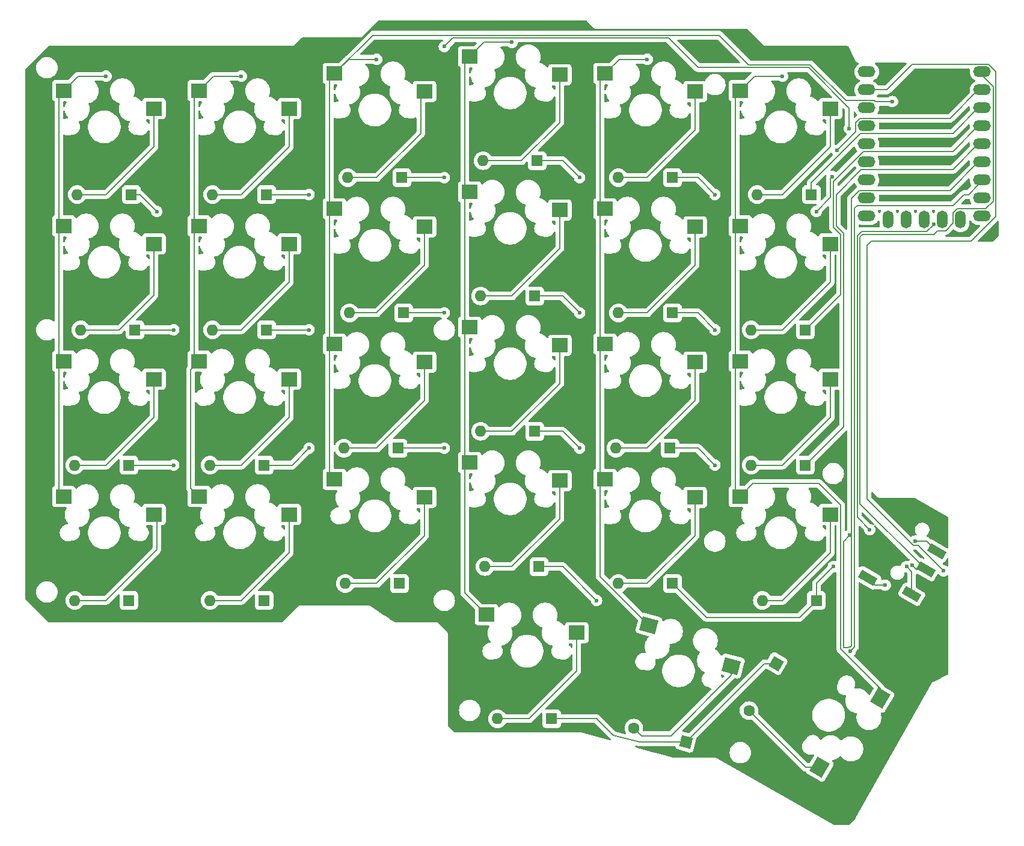
<source format=gtl>
G04 #@! TF.GenerationSoftware,KiCad,Pcbnew,8.0.4*
G04 #@! TF.CreationDate,2024-09-10T03:21:52+03:00*
G04 #@! TF.ProjectId,silakka54,73696c61-6b6b-4613-9534-2e6b69636164,rev?*
G04 #@! TF.SameCoordinates,Original*
G04 #@! TF.FileFunction,Copper,L1,Top*
G04 #@! TF.FilePolarity,Positive*
%FSLAX46Y46*%
G04 Gerber Fmt 4.6, Leading zero omitted, Abs format (unit mm)*
G04 Created by KiCad (PCBNEW 8.0.4) date 2024-09-10 03:21:52*
%MOMM*%
%LPD*%
G01*
G04 APERTURE LIST*
G04 Aperture macros list*
%AMHorizOval*
0 Thick line with rounded ends*
0 $1 width*
0 $2 $3 position (X,Y) of the first rounded end (center of the circle)*
0 $4 $5 position (X,Y) of the second rounded end (center of the circle)*
0 Add line between two ends*
20,1,$1,$2,$3,$4,$5,0*
0 Add two circle primitives to create the rounded ends*
1,1,$1,$2,$3*
1,1,$1,$4,$5*%
%AMRotRect*
0 Rectangle, with rotation*
0 The origin of the aperture is its center*
0 $1 length*
0 $2 width*
0 $3 Rotation angle, in degrees counterclockwise*
0 Add horizontal line*
21,1,$1,$2,0,0,$3*%
G04 Aperture macros list end*
G04 #@! TA.AperFunction,ComponentPad*
%ADD10R,1.600000X1.600000*%
G04 #@! TD*
G04 #@! TA.AperFunction,ComponentPad*
%ADD11O,1.600000X1.600000*%
G04 #@! TD*
G04 #@! TA.AperFunction,SMDPad,CuDef*
%ADD12R,2.300000X2.000000*%
G04 #@! TD*
G04 #@! TA.AperFunction,ComponentPad*
%ADD13RotRect,1.600000X1.600000X240.000000*%
G04 #@! TD*
G04 #@! TA.AperFunction,ComponentPad*
%ADD14HorizOval,1.600000X0.000000X0.000000X0.000000X0.000000X0*%
G04 #@! TD*
G04 #@! TA.AperFunction,SMDPad,CuDef*
%ADD15RotRect,2.300000X2.000000X165.000000*%
G04 #@! TD*
G04 #@! TA.AperFunction,SMDPad,CuDef*
%ADD16RotRect,1.200000X2.500000X240.000000*%
G04 #@! TD*
G04 #@! TA.AperFunction,SMDPad,CuDef*
%ADD17RotRect,2.300000X2.000000X60.000000*%
G04 #@! TD*
G04 #@! TA.AperFunction,ComponentPad*
%ADD18O,2.500000X1.500000*%
G04 #@! TD*
G04 #@! TA.AperFunction,ComponentPad*
%ADD19O,1.500000X2.500000*%
G04 #@! TD*
G04 #@! TA.AperFunction,ComponentPad*
%ADD20RotRect,1.600000X1.600000X165.000000*%
G04 #@! TD*
G04 #@! TA.AperFunction,ComponentPad*
%ADD21HorizOval,1.600000X0.000000X0.000000X0.000000X0.000000X0*%
G04 #@! TD*
G04 #@! TA.AperFunction,ViaPad*
%ADD22C,0.600000*%
G04 #@! TD*
G04 #@! TA.AperFunction,Conductor*
%ADD23C,0.200000*%
G04 #@! TD*
G04 APERTURE END LIST*
D10*
G04 #@! TO.P,D18,1,K*
G04 #@! TO.N,ROW2*
X138928750Y-88106250D03*
D11*
G04 #@! TO.P,D18,2,A*
G04 #@! TO.N,Net-(D18-A)*
X131308750Y-88106250D03*
G04 #@! TD*
D10*
G04 #@! TO.P,D9,1,K*
G04 #@! TO.N,ROW1*
X82378750Y-66675000D03*
D11*
G04 #@! TO.P,D9,2,A*
G04 #@! TO.N,Net-(D9-A)*
X74758750Y-66675000D03*
G04 #@! TD*
D10*
G04 #@! TO.P,D5,1,K*
G04 #@! TO.N,ROW0*
X120228749Y-47625001D03*
D11*
G04 #@! TO.P,D5,2,A*
G04 #@! TO.N,Net-(D5-A)*
X112608749Y-47625001D03*
G04 #@! TD*
D12*
G04 #@! TO.P,S25,1,1*
G04 #@! TO.N,Net-(D25-A)*
X106750000Y-111720000D03*
G04 #@! TO.P,S25,2,2*
G04 #@! TO.N,COL3*
X94050000Y-109180000D03*
G04 #@! TD*
D13*
G04 #@! TO.P,D27,1,K*
G04 #@! TO.N,ROW4*
X134817500Y-116066052D03*
D14*
G04 #@! TO.P,D27,2,A*
G04 #@! TO.N,Net-(D27-A)*
X131007500Y-122665166D03*
G04 #@! TD*
D12*
G04 #@! TO.P,S11,1,1*
G04 #@! TO.N,Net-(D11-A)*
X123418750Y-54570000D03*
G04 #@! TO.P,S11,2,2*
G04 #@! TO.N,COL4*
X110718750Y-52030000D03*
G04 #@! TD*
G04 #@! TO.P,S5,1,1*
G04 #@! TO.N,Net-(D5-A)*
X123418750Y-35520000D03*
G04 #@! TO.P,S5,2,2*
G04 #@! TO.N,COL4*
X110718750Y-32980000D03*
G04 #@! TD*
G04 #@! TO.P,S6,1,1*
G04 #@! TO.N,Net-(D6-A)*
X142468750Y-37901250D03*
G04 #@! TO.P,S6,2,2*
G04 #@! TO.N,COL5*
X129768750Y-35361250D03*
G04 #@! TD*
G04 #@! TO.P,S10,1,1*
G04 #@! TO.N,Net-(D10-A)*
X104368750Y-52188750D03*
G04 #@! TO.P,S10,2,2*
G04 #@! TO.N,COL3*
X91668750Y-49648750D03*
G04 #@! TD*
D10*
G04 #@! TO.P,D25,1,K*
G04 #@! TO.N,ROW4*
X103210002Y-123825001D03*
D11*
G04 #@! TO.P,D25,2,A*
G04 #@! TO.N,Net-(D25-A)*
X95590002Y-123825001D03*
G04 #@! TD*
D12*
G04 #@! TO.P,S23,1,1*
G04 #@! TO.N,Net-(D23-A)*
X123418750Y-92670000D03*
G04 #@! TO.P,S23,2,2*
G04 #@! TO.N,COL4*
X110718750Y-90130000D03*
G04 #@! TD*
D10*
G04 #@! TO.P,D16,1,K*
G04 #@! TO.N,ROW2*
X100828750Y-83343750D03*
D11*
G04 #@! TO.P,D16,2,A*
G04 #@! TO.N,Net-(D16-A)*
X93208750Y-83343750D03*
G04 #@! TD*
D10*
G04 #@! TO.P,D21,1,K*
G04 #@! TO.N,ROW3*
X81778752Y-104775001D03*
D11*
G04 #@! TO.P,D21,2,A*
G04 #@! TO.N,Net-(D21-A)*
X74158752Y-104775001D03*
G04 #@! TD*
D10*
G04 #@! TO.P,D14,1,K*
G04 #@! TO.N,ROW2*
X62728750Y-88106250D03*
D11*
G04 #@! TO.P,D14,2,A*
G04 #@! TO.N,Net-(D14-A)*
X55108750Y-88106250D03*
G04 #@! TD*
D12*
G04 #@! TO.P,S3,1,1*
G04 #@! TO.N,Net-(D3-A)*
X85318750Y-35520000D03*
G04 #@! TO.P,S3,2,2*
G04 #@! TO.N,COL2*
X72618750Y-32980000D03*
G04 #@! TD*
D15*
G04 #@! TO.P,S26,1,1*
G04 #@! TO.N,Net-(D26-A)*
X128527984Y-116400895D03*
G04 #@! TO.P,S26,2,2*
G04 #@! TO.N,COL4*
X116918126Y-110660441D03*
G04 #@! TD*
D12*
G04 #@! TO.P,S17,1,1*
G04 #@! TO.N,Net-(D17-A)*
X123418750Y-73620000D03*
G04 #@! TO.P,S17,2,2*
G04 #@! TO.N,COL4*
X110718750Y-71080000D03*
G04 #@! TD*
G04 #@! TO.P,S8,1,1*
G04 #@! TO.N,Net-(D8-A)*
X66268750Y-56951250D03*
G04 #@! TO.P,S8,2,2*
G04 #@! TO.N,COL1*
X53568750Y-54411250D03*
G04 #@! TD*
D16*
G04 #@! TO.P,J1,R1*
G04 #@! TO.N,TX*
X155925412Y-102814968D03*
G04 #@! TO.P,J1,R2*
G04 #@! TO.N,VCC*
X157425409Y-100216893D03*
G04 #@! TO.P,J1,S*
G04 #@! TO.N,GND*
X147746245Y-103981696D03*
G04 #@! TO.P,J1,T*
G04 #@! TO.N,RX*
X153925410Y-106279070D03*
G04 #@! TD*
D10*
G04 #@! TO.P,D3,1,K*
G04 #@! TO.N,ROW0*
X82128749Y-47625000D03*
D11*
G04 #@! TO.P,D3,2,A*
G04 #@! TO.N,Net-(D3-A)*
X74508749Y-47625000D03*
G04 #@! TD*
D10*
G04 #@! TO.P,D1,1,K*
G04 #@! TO.N,ROW0*
X44028749Y-50006251D03*
D11*
G04 #@! TO.P,D1,2,A*
G04 #@! TO.N,Net-(D1-A)*
X36408749Y-50006251D03*
G04 #@! TD*
D10*
G04 #@! TO.P,D7,1,K*
G04 #@! TO.N,ROW1*
X44528750Y-69056250D03*
D11*
G04 #@! TO.P,D7,2,A*
G04 #@! TO.N,Net-(D7-A)*
X36908750Y-69056250D03*
G04 #@! TD*
D12*
G04 #@! TO.P,S13,1,1*
G04 #@! TO.N,Net-(D13-A)*
X47218750Y-76001250D03*
G04 #@! TO.P,S13,2,2*
G04 #@! TO.N,COL0*
X34518750Y-73461250D03*
G04 #@! TD*
G04 #@! TO.P,S16,1,1*
G04 #@! TO.N,Net-(D16-A)*
X104368750Y-71238750D03*
G04 #@! TO.P,S16,2,2*
G04 #@! TO.N,COL3*
X91668750Y-68698750D03*
G04 #@! TD*
D17*
G04 #@! TO.P,S27,1,1*
G04 #@! TO.N,Net-(D27-A)*
X140963096Y-130663428D03*
G04 #@! TO.P,S27,2,2*
G04 #@! TO.N,COL5*
X149512800Y-120934905D03*
G04 #@! TD*
D12*
G04 #@! TO.P,S14,1,1*
G04 #@! TO.N,Net-(D14-A)*
X66268750Y-76001250D03*
G04 #@! TO.P,S14,2,2*
G04 #@! TO.N,COL1*
X53568750Y-73461250D03*
G04 #@! TD*
G04 #@! TO.P,S7,1,1*
G04 #@! TO.N,Net-(D7-A)*
X47218750Y-56951250D03*
G04 #@! TO.P,S7,2,2*
G04 #@! TO.N,COL0*
X34518750Y-54411250D03*
G04 #@! TD*
G04 #@! TO.P,S22,1,1*
G04 #@! TO.N,Net-(D22-A)*
X104368750Y-90288750D03*
G04 #@! TO.P,S22,2,2*
G04 #@! TO.N,COL3*
X91668750Y-87748750D03*
G04 #@! TD*
G04 #@! TO.P,S19,1,1*
G04 #@! TO.N,Net-(D19-A)*
X47218750Y-95051250D03*
G04 #@! TO.P,S19,2,2*
G04 #@! TO.N,COL0*
X34518750Y-92511250D03*
G04 #@! TD*
D10*
G04 #@! TO.P,D17,1,K*
G04 #@! TO.N,ROW2*
X119878752Y-85725001D03*
D11*
G04 #@! TO.P,D17,2,A*
G04 #@! TO.N,Net-(D17-A)*
X112258752Y-85725001D03*
G04 #@! TD*
D10*
G04 #@! TO.P,D2,1,K*
G04 #@! TO.N,ROW0*
X63078749Y-50006250D03*
D11*
G04 #@! TO.P,D2,2,A*
G04 #@! TO.N,Net-(D2-A)*
X55458749Y-50006250D03*
G04 #@! TD*
D10*
G04 #@! TO.P,D19,1,K*
G04 #@! TO.N,ROW3*
X43678752Y-107156251D03*
D11*
G04 #@! TO.P,D19,2,A*
G04 #@! TO.N,Net-(D19-A)*
X36058752Y-107156251D03*
G04 #@! TD*
D18*
G04 #@! TO.P,U1,1,0*
G04 #@! TO.N,TX*
X163828750Y-32731250D03*
G04 #@! TO.P,U1,2,1*
G04 #@! TO.N,RX*
X163828750Y-35271250D03*
G04 #@! TO.P,U1,3,2*
G04 #@! TO.N,ROW0*
X163828750Y-37811250D03*
G04 #@! TO.P,U1,4,3*
G04 #@! TO.N,ROW1*
X163828750Y-40351250D03*
G04 #@! TO.P,U1,5,4*
G04 #@! TO.N,ROW2*
X163828750Y-42891250D03*
G04 #@! TO.P,U1,6,5*
G04 #@! TO.N,ROW3*
X163828750Y-45431250D03*
G04 #@! TO.P,U1,7,6*
G04 #@! TO.N,ROW4*
X163828750Y-47971250D03*
G04 #@! TO.P,U1,8,7*
G04 #@! TO.N,COL0*
X163828750Y-50511250D03*
G04 #@! TO.P,U1,9,8*
G04 #@! TO.N,COL1*
X163828750Y-53051250D03*
D19*
G04 #@! TO.P,U1,10,9*
G04 #@! TO.N,COL2*
X160788750Y-53551250D03*
G04 #@! TO.P,U1,11,10*
G04 #@! TO.N,COL3*
X158248750Y-53551250D03*
G04 #@! TO.P,U1,12,11*
G04 #@! TO.N,COL4*
X155708750Y-53551250D03*
G04 #@! TO.P,U1,13,12*
G04 #@! TO.N,COL5*
X153168750Y-53551250D03*
G04 #@! TO.P,U1,14,13*
G04 #@! TO.N,unconnected-(U1-13-Pad14)*
X150628750Y-53551250D03*
D18*
G04 #@! TO.P,U1,15,14*
G04 #@! TO.N,unconnected-(U1-14-Pad15)*
X147588750Y-53051250D03*
G04 #@! TO.P,U1,16,15*
G04 #@! TO.N,unconnected-(U1-15-Pad16)*
X147588750Y-50511250D03*
G04 #@! TO.P,U1,17,26*
G04 #@! TO.N,unconnected-(U1-26-Pad17)*
X147588750Y-47971250D03*
G04 #@! TO.P,U1,18,27*
G04 #@! TO.N,unconnected-(U1-27-Pad18)*
X147588750Y-45431250D03*
G04 #@! TO.P,U1,19,28*
G04 #@! TO.N,unconnected-(U1-28-Pad19)*
X147588750Y-42891250D03*
G04 #@! TO.P,U1,20,29*
G04 #@! TO.N,unconnected-(U1-29-Pad20)*
X147588750Y-40351250D03*
G04 #@! TO.P,U1,21,3V3*
G04 #@! TO.N,VCC*
X147588750Y-37811250D03*
G04 #@! TO.P,U1,22,GND*
G04 #@! TO.N,GND*
X147588750Y-35271250D03*
G04 #@! TO.P,U1,23,5V*
G04 #@! TO.N,unconnected-(U1-5V-Pad23)*
X147588750Y-32731250D03*
G04 #@! TD*
D12*
G04 #@! TO.P,S20,1,1*
G04 #@! TO.N,Net-(D20-A)*
X66268750Y-95051250D03*
G04 #@! TO.P,S20,2,2*
G04 #@! TO.N,COL1*
X53568750Y-92511250D03*
G04 #@! TD*
D10*
G04 #@! TO.P,D10,1,K*
G04 #@! TO.N,ROW1*
X100828752Y-64293751D03*
D11*
G04 #@! TO.P,D10,2,A*
G04 #@! TO.N,Net-(D10-A)*
X93208752Y-64293751D03*
G04 #@! TD*
D10*
G04 #@! TO.P,D22,1,K*
G04 #@! TO.N,ROW3*
X101441249Y-102393751D03*
D11*
G04 #@! TO.P,D22,2,A*
G04 #@! TO.N,Net-(D22-A)*
X93821249Y-102393751D03*
G04 #@! TD*
D12*
G04 #@! TO.P,S2,1,1*
G04 #@! TO.N,Net-(D2-A)*
X66268750Y-37901250D03*
G04 #@! TO.P,S2,2,2*
G04 #@! TO.N,COL1*
X53568750Y-35361250D03*
G04 #@! TD*
D10*
G04 #@! TO.P,D15,1,K*
G04 #@! TO.N,ROW2*
X81578751Y-85725000D03*
D11*
G04 #@! TO.P,D15,2,A*
G04 #@! TO.N,Net-(D15-A)*
X73958751Y-85725000D03*
G04 #@! TD*
D10*
G04 #@! TO.P,D23,1,K*
G04 #@! TO.N,ROW3*
X120228749Y-104775001D03*
D11*
G04 #@! TO.P,D23,2,A*
G04 #@! TO.N,Net-(D23-A)*
X112608749Y-104775001D03*
G04 #@! TD*
D12*
G04 #@! TO.P,S21,1,1*
G04 #@! TO.N,Net-(D21-A)*
X85318750Y-92670000D03*
G04 #@! TO.P,S21,2,2*
G04 #@! TO.N,COL2*
X72618750Y-90130000D03*
G04 #@! TD*
G04 #@! TO.P,S12,1,1*
G04 #@! TO.N,Net-(D12-A)*
X142468750Y-56951250D03*
G04 #@! TO.P,S12,2,2*
G04 #@! TO.N,COL5*
X129768750Y-54411250D03*
G04 #@! TD*
G04 #@! TO.P,S18,1,1*
G04 #@! TO.N,Net-(D18-A)*
X142468750Y-76001250D03*
G04 #@! TO.P,S18,2,2*
G04 #@! TO.N,COL5*
X129768750Y-73461250D03*
G04 #@! TD*
D10*
G04 #@! TO.P,D4,1,K*
G04 #@! TO.N,ROW0*
X101178749Y-45243751D03*
D11*
G04 #@! TO.P,D4,2,A*
G04 #@! TO.N,Net-(D4-A)*
X93558749Y-45243751D03*
G04 #@! TD*
D20*
G04 #@! TO.P,D26,1,K*
G04 #@! TO.N,ROW4*
X122142103Y-127101764D03*
D21*
G04 #@! TO.P,D26,2,A*
G04 #@! TO.N,Net-(D26-A)*
X114781748Y-125129563D03*
G04 #@! TD*
D10*
G04 #@! TO.P,D20,1,K*
G04 #@! TO.N,ROW3*
X62728750Y-107156250D03*
D11*
G04 #@! TO.P,D20,2,A*
G04 #@! TO.N,Net-(D20-A)*
X55108750Y-107156250D03*
G04 #@! TD*
D10*
G04 #@! TO.P,D24,1,K*
G04 #@! TO.N,ROW3*
X140493750Y-107156250D03*
D11*
G04 #@! TO.P,D24,2,A*
G04 #@! TO.N,Net-(D24-A)*
X132873750Y-107156250D03*
G04 #@! TD*
D12*
G04 #@! TO.P,S4,1,1*
G04 #@! TO.N,Net-(D4-A)*
X104368750Y-33138750D03*
G04 #@! TO.P,S4,2,2*
G04 #@! TO.N,COL3*
X91668750Y-30598750D03*
G04 #@! TD*
G04 #@! TO.P,S24,1,1*
G04 #@! TO.N,Net-(D24-A)*
X142468750Y-95051250D03*
G04 #@! TO.P,S24,2,2*
G04 #@! TO.N,COL5*
X129768750Y-92511250D03*
G04 #@! TD*
G04 #@! TO.P,S9,1,1*
G04 #@! TO.N,Net-(D9-A)*
X85318750Y-54570000D03*
G04 #@! TO.P,S9,2,2*
G04 #@! TO.N,COL2*
X72618750Y-52030000D03*
G04 #@! TD*
D10*
G04 #@! TO.P,D13,1,K*
G04 #@! TO.N,ROW2*
X43678752Y-88106251D03*
D11*
G04 #@! TO.P,D13,2,A*
G04 #@! TO.N,Net-(D13-A)*
X36058752Y-88106251D03*
G04 #@! TD*
D12*
G04 #@! TO.P,S15,1,1*
G04 #@! TO.N,Net-(D15-A)*
X85318750Y-73620000D03*
G04 #@! TO.P,S15,2,2*
G04 #@! TO.N,COL2*
X72618750Y-71080000D03*
G04 #@! TD*
D10*
G04 #@! TO.P,D8,1,K*
G04 #@! TO.N,ROW1*
X63078749Y-69056251D03*
D11*
G04 #@! TO.P,D8,2,A*
G04 #@! TO.N,Net-(D8-A)*
X55458749Y-69056251D03*
G04 #@! TD*
D10*
G04 #@! TO.P,D12,1,K*
G04 #@! TO.N,ROW1*
X138928752Y-69056251D03*
D11*
G04 #@! TO.P,D12,2,A*
G04 #@! TO.N,Net-(D12-A)*
X131308752Y-69056251D03*
G04 #@! TD*
D10*
G04 #@! TO.P,D6,1,K*
G04 #@! TO.N,ROW0*
X139778750Y-50006250D03*
D11*
G04 #@! TO.P,D6,2,A*
G04 #@! TO.N,Net-(D6-A)*
X132158750Y-50006250D03*
G04 #@! TD*
D10*
G04 #@! TO.P,D11,1,K*
G04 #@! TO.N,ROW1*
X120228749Y-66675001D03*
D11*
G04 #@! TO.P,D11,2,A*
G04 #@! TO.N,Net-(D11-A)*
X112608749Y-66675001D03*
G04 #@! TD*
D12*
G04 #@! TO.P,S1,1,1*
G04 #@! TO.N,Net-(D1-A)*
X47218750Y-37901250D03*
G04 #@! TO.P,S1,2,2*
G04 #@! TO.N,COL0*
X34518750Y-35361250D03*
G04 #@! TD*
D22*
G04 #@! TO.N,ROW0*
X47625000Y-52387500D03*
X88106250Y-47625000D03*
X69056250Y-50006250D03*
X107156250Y-47625000D03*
X126206250Y-50006250D03*
G04 #@! TO.N,ROW1*
X107156250Y-66675000D03*
X69056250Y-69056250D03*
X50006250Y-69056250D03*
X88106250Y-66675000D03*
X126206250Y-69056250D03*
G04 #@! TO.N,ROW2*
X50006250Y-88106250D03*
X69056250Y-85725000D03*
X126206250Y-88106250D03*
X88106250Y-85725000D03*
X107156250Y-85725000D03*
G04 #@! TO.N,ROW3*
X145200000Y-98000000D03*
X109537500Y-107156250D03*
X142875000Y-102393750D03*
G04 #@! TO.N,ROW4*
X145256250Y-114300000D03*
G04 #@! TO.N,COL0*
X40481250Y-33337500D03*
G04 #@! TO.N,COL1*
X88106250Y-29175000D03*
X145131985Y-40727939D03*
X59531250Y-33337500D03*
G04 #@! TO.N,COL2*
X78581250Y-30956250D03*
X151209375Y-36909375D03*
G04 #@! TO.N,COL3*
X97631250Y-28575000D03*
G04 #@! TO.N,COL4*
X140493750Y-52387500D03*
X142718273Y-47468273D03*
X116681250Y-30956250D03*
G04 #@! TO.N,COL5*
X135731250Y-33337500D03*
G04 #@! TO.N,RX*
X148000000Y-97200000D03*
X157000000Y-54200000D03*
X153200000Y-102400000D03*
X143400000Y-43800000D03*
G04 #@! TO.N,VCC*
X154400000Y-98800000D03*
G04 #@! TO.N,TX*
X154000000Y-102200000D03*
G04 #@! TO.N,GND*
X158400000Y-103000000D03*
X150200000Y-105000000D03*
G04 #@! TD*
D23*
G04 #@! TO.N,Net-(D1-A)*
X36408749Y-50006251D02*
X40481249Y-50006251D01*
X40481249Y-50006251D02*
X47218750Y-43268750D01*
X47218750Y-43268750D02*
X47218750Y-37901250D01*
G04 #@! TO.N,ROW0*
X120228749Y-47625001D02*
X123825001Y-47625001D01*
X159738750Y-41401250D02*
X146717500Y-41401250D01*
X44028749Y-50006251D02*
X45243751Y-50006251D01*
X104775001Y-45243751D02*
X107156250Y-47625000D01*
X139778750Y-48340000D02*
X139778750Y-50006250D01*
X45243751Y-50006251D02*
X47625000Y-52387500D01*
X123825001Y-47625001D02*
X126206250Y-50006250D01*
X101178749Y-45243751D02*
X104775001Y-45243751D01*
X82128749Y-47625000D02*
X88106250Y-47625000D01*
X63078749Y-50006250D02*
X69056250Y-50006250D01*
X163328750Y-37811250D02*
X159738750Y-41401250D01*
X146717500Y-41401250D02*
X139778750Y-48340000D01*
G04 #@! TO.N,Net-(D2-A)*
X66268750Y-43268750D02*
X59531250Y-50006250D01*
X66268750Y-37901250D02*
X66268750Y-43268750D01*
X59531250Y-50006250D02*
X55458749Y-50006250D01*
G04 #@! TO.N,Net-(D3-A)*
X84778261Y-36060489D02*
X84778261Y-41427989D01*
X84778261Y-41427989D02*
X78581250Y-47625000D01*
X78581250Y-47625000D02*
X74508749Y-47625000D01*
X85318750Y-35520000D02*
X84778261Y-36060489D01*
G04 #@! TO.N,Net-(D4-A)*
X95249999Y-45243751D02*
X93558749Y-45243751D01*
X104368750Y-33138750D02*
X104368750Y-39853750D01*
X95250000Y-45243750D02*
X95249999Y-45243751D01*
X98978750Y-45243750D02*
X95250000Y-45243750D01*
X104368750Y-39853750D02*
X98978750Y-45243750D01*
G04 #@! TO.N,Net-(D5-A)*
X123418750Y-35520000D02*
X123418750Y-40887500D01*
X123418750Y-40887500D02*
X116681249Y-47625001D01*
X116681249Y-47625001D02*
X112608749Y-47625001D01*
G04 #@! TO.N,Net-(D6-A)*
X142468750Y-37901250D02*
X142468750Y-43268750D01*
X142468750Y-43268750D02*
X135731250Y-50006250D01*
X135731250Y-50006250D02*
X132158750Y-50006250D01*
G04 #@! TO.N,ROW1*
X44528750Y-69056250D02*
X50006250Y-69056250D01*
X143918750Y-55651250D02*
X143918750Y-64066253D01*
X104775001Y-64293751D02*
X107156250Y-66675000D01*
X69056249Y-69056251D02*
X69056250Y-69056250D01*
X142875000Y-48160076D02*
X142875000Y-54607500D01*
X143918750Y-64066253D02*
X138928752Y-69056251D01*
X63078749Y-69056251D02*
X69056249Y-69056251D01*
X120228749Y-66675001D02*
X123825001Y-66675001D01*
X82378750Y-66675000D02*
X88106250Y-66675000D01*
X100828752Y-64293751D02*
X104775001Y-64293751D01*
X159738750Y-43941250D02*
X147093826Y-43941250D01*
X147093826Y-43941250D02*
X142875000Y-48160076D01*
X163328750Y-40351250D02*
X159738750Y-43941250D01*
X123825001Y-66675001D02*
X126206250Y-69056250D01*
X142875000Y-54607500D02*
X143918750Y-55651250D01*
G04 #@! TO.N,Net-(D7-A)*
X47218750Y-64166250D02*
X42328750Y-69056250D01*
X42328750Y-69056250D02*
X36908750Y-69056250D01*
X47218750Y-56951250D02*
X47218750Y-64166250D01*
G04 #@! TO.N,Net-(D8-A)*
X59531249Y-69056251D02*
X55458749Y-69056251D01*
X66268750Y-56951250D02*
X66268750Y-62318750D01*
X66268750Y-62318750D02*
X59531249Y-69056251D01*
G04 #@! TO.N,Net-(D9-A)*
X85318750Y-59937500D02*
X78581250Y-66675000D01*
X78581250Y-66675000D02*
X74758750Y-66675000D01*
X85318750Y-54570000D02*
X85318750Y-59937500D01*
G04 #@! TO.N,Net-(D10-A)*
X97631249Y-64293751D02*
X93208752Y-64293751D01*
X104368750Y-57556250D02*
X97631249Y-64293751D01*
X104368750Y-52188750D02*
X104368750Y-57556250D01*
G04 #@! TO.N,Net-(D11-A)*
X116681249Y-66675001D02*
X112608749Y-66675001D01*
X123418750Y-54570000D02*
X123418750Y-59937500D01*
X123418750Y-59937500D02*
X116681249Y-66675001D01*
G04 #@! TO.N,Net-(D12-A)*
X142468750Y-56951250D02*
X142468750Y-62318750D01*
X135731249Y-69056251D02*
X131308752Y-69056251D01*
X142468750Y-62318750D02*
X135731249Y-69056251D01*
G04 #@! TO.N,Net-(D13-A)*
X40481249Y-88106251D02*
X36058752Y-88106251D01*
X47218750Y-81368750D02*
X40481249Y-88106251D01*
X47218750Y-76001250D02*
X47218750Y-81368750D01*
G04 #@! TO.N,ROW2*
X104775000Y-83343750D02*
X107156250Y-85725000D01*
X50006249Y-88106251D02*
X50006250Y-88106250D01*
X143275000Y-54441814D02*
X144318750Y-55485564D01*
X159738750Y-46481250D02*
X146800000Y-46481250D01*
X119878752Y-85725001D02*
X123825001Y-85725001D01*
X144318750Y-82716250D02*
X138928750Y-88106250D01*
X144318750Y-55485564D02*
X144318750Y-82716250D01*
X100828750Y-83343750D02*
X104775000Y-83343750D01*
X66675000Y-88106250D02*
X69056250Y-85725000D01*
X43678752Y-88106251D02*
X50006249Y-88106251D01*
X62728750Y-88106250D02*
X66675000Y-88106250D01*
X123825001Y-85725001D02*
X126206250Y-88106250D01*
X146800000Y-46481250D02*
X143275000Y-50006250D01*
X143275000Y-50006250D02*
X143275000Y-54441814D01*
X81578751Y-85725000D02*
X88106250Y-85725000D01*
X163328750Y-42891250D02*
X159738750Y-46481250D01*
G04 #@! TO.N,Net-(D14-A)*
X66268750Y-81368750D02*
X59531250Y-88106250D01*
X66268750Y-76001250D02*
X66268750Y-81368750D01*
X59531250Y-88106250D02*
X55108750Y-88106250D01*
G04 #@! TO.N,Net-(D15-A)*
X78581250Y-85725000D02*
X73958751Y-85725000D01*
X85318750Y-78987500D02*
X78581250Y-85725000D01*
X85318750Y-73620000D02*
X85318750Y-78987500D01*
G04 #@! TO.N,Net-(D16-A)*
X97631250Y-83343750D02*
X93208750Y-83343750D01*
X104368750Y-71238750D02*
X104368750Y-76606250D01*
X104368750Y-76606250D02*
X97631250Y-83343750D01*
G04 #@! TO.N,Net-(D17-A)*
X123418750Y-78987500D02*
X116681249Y-85725001D01*
X123418750Y-73620000D02*
X123418750Y-78987500D01*
X116681249Y-85725001D02*
X112258752Y-85725001D01*
G04 #@! TO.N,Net-(D18-A)*
X135731250Y-88106250D02*
X131308750Y-88106250D01*
X142468750Y-76001250D02*
X142468750Y-81368750D01*
X142468750Y-81368750D02*
X135731250Y-88106250D01*
G04 #@! TO.N,ROW3*
X142875000Y-102393750D02*
X140493750Y-104775000D01*
X104775001Y-102393751D02*
X109537500Y-107156250D01*
X145456250Y-50531814D02*
X146526814Y-49461250D01*
X145007721Y-113700000D02*
X145290564Y-113700000D01*
X144318750Y-113808710D02*
X144899011Y-113808710D01*
X120228749Y-104775001D02*
X124991248Y-109537500D01*
X144318750Y-98881250D02*
X144318750Y-113808710D01*
X146526814Y-49461250D02*
X159298750Y-49461250D01*
X124991248Y-109537500D02*
X138112500Y-109537500D01*
X145456250Y-113534314D02*
X145456250Y-50531814D01*
X145200000Y-98000000D02*
X144318750Y-98881250D01*
X101441249Y-102393751D02*
X104775001Y-102393751D01*
X159298750Y-49461250D02*
X163328750Y-45431250D01*
X140493750Y-104775000D02*
X140493750Y-107156250D01*
X144899011Y-113808710D02*
X145007721Y-113700000D01*
X145290564Y-113700000D02*
X145456250Y-113534314D01*
X138112500Y-109537500D02*
X140493750Y-107156250D01*
G04 #@! TO.N,Net-(D19-A)*
X47625000Y-100012500D02*
X40481249Y-107156251D01*
X47218750Y-95051250D02*
X47625000Y-95457500D01*
X47625000Y-95457500D02*
X47625000Y-100012500D01*
X40481249Y-107156251D02*
X36058752Y-107156251D01*
G04 #@! TO.N,Net-(D20-A)*
X59531250Y-107156250D02*
X55108750Y-107156250D01*
X66268750Y-100418750D02*
X59531250Y-107156250D01*
X66268750Y-95051250D02*
X66268750Y-100418750D01*
G04 #@! TO.N,Net-(D21-A)*
X85318750Y-92670000D02*
X85318750Y-98037500D01*
X76200000Y-104775000D02*
X76199999Y-104775001D01*
X78581250Y-104775000D02*
X76200000Y-104775000D01*
X85318750Y-98037500D02*
X78581250Y-104775000D01*
X76199999Y-104775001D02*
X74158752Y-104775001D01*
G04 #@! TO.N,Net-(D22-A)*
X97631249Y-102393751D02*
X93821249Y-102393751D01*
X104368750Y-90288750D02*
X104368750Y-95656250D01*
X104368750Y-95656250D02*
X97631249Y-102393751D01*
G04 #@! TO.N,Net-(D23-A)*
X123418750Y-98037500D02*
X116681249Y-104775001D01*
X116681249Y-104775001D02*
X112608749Y-104775001D01*
X123418750Y-92670000D02*
X123418750Y-98037500D01*
G04 #@! TO.N,Net-(D24-A)*
X142468750Y-100418750D02*
X135731250Y-107156250D01*
X135731250Y-107156250D02*
X132873750Y-107156250D01*
X142468750Y-95051250D02*
X142468750Y-100418750D01*
G04 #@! TO.N,Net-(D25-A)*
X106750000Y-111720000D02*
X106750000Y-117087500D01*
X106750000Y-117087500D02*
X100012499Y-123825001D01*
X100012499Y-123825001D02*
X95590002Y-123825001D01*
G04 #@! TO.N,ROW4*
X133177815Y-116066052D02*
X134817500Y-116066052D01*
X163328750Y-47971250D02*
X163328750Y-48602500D01*
X159738750Y-51561250D02*
X146238750Y-51561250D01*
X161925000Y-50006250D02*
X161293750Y-50006250D01*
X111924198Y-126184458D02*
X115593421Y-127101764D01*
X103210002Y-123825001D02*
X109564741Y-123825001D01*
X146238750Y-51561250D02*
X145856250Y-51943750D01*
X109564741Y-123825001D02*
X111924198Y-126184458D01*
X163328750Y-48602500D02*
X161925000Y-50006250D01*
X145856250Y-113700000D02*
X145256250Y-114300000D01*
X115593421Y-127101764D02*
X122142103Y-127101764D01*
X145856250Y-51943750D02*
X145856250Y-113700000D01*
X122142103Y-127101764D02*
X133177815Y-116066052D01*
X161293750Y-50006250D02*
X159738750Y-51561250D01*
G04 #@! TO.N,Net-(D26-A)*
X115858435Y-126206250D02*
X114781748Y-125129563D01*
X120033932Y-126206250D02*
X115858435Y-126206250D01*
X128527984Y-117712198D02*
X120033932Y-126206250D01*
X128527984Y-116400895D02*
X128527984Y-117712198D01*
G04 #@! TO.N,Net-(D27-A)*
X140963096Y-130663428D02*
X139005762Y-130663428D01*
X139005762Y-130663428D02*
X131007500Y-122665166D01*
G04 #@! TO.N,COL0*
X33838750Y-72781250D02*
X34518750Y-73461250D01*
X34518750Y-54411250D02*
X33838750Y-55091250D01*
X36542500Y-33337500D02*
X34518750Y-35361250D01*
X34518750Y-35361250D02*
X33838750Y-36041250D01*
X33838750Y-74141250D02*
X33838750Y-91831250D01*
X33838750Y-55091250D02*
X33838750Y-72781250D01*
X33838750Y-53731250D02*
X34518750Y-54411250D01*
X40481250Y-33337500D02*
X36542500Y-33337500D01*
X34518750Y-73461250D02*
X33838750Y-74141250D01*
X33838750Y-91831250D02*
X34518750Y-92511250D01*
X33838750Y-36041250D02*
X33838750Y-53731250D01*
G04 #@! TO.N,COL1*
X52888750Y-72781250D02*
X53568750Y-73461250D01*
X88106250Y-29175000D02*
X89306250Y-27975000D01*
X52387500Y-91330000D02*
X53568750Y-92511250D01*
X53568750Y-35361250D02*
X55592500Y-33337500D01*
X55592500Y-33337500D02*
X59531250Y-33337500D01*
X53568750Y-54411250D02*
X52888750Y-55091250D01*
X123825000Y-32137500D02*
X139455000Y-32137500D01*
X145131985Y-37814485D02*
X145131985Y-40727939D01*
X139455000Y-32137500D02*
X145131985Y-37814485D01*
X119662500Y-27975000D02*
X123825000Y-32137500D01*
X53568750Y-73461250D02*
X52387500Y-74642500D01*
X52888750Y-53731250D02*
X53568750Y-54411250D01*
X53568750Y-35361250D02*
X52888750Y-36041250D01*
X89306250Y-27975000D02*
X119662500Y-27975000D01*
X52888750Y-55091250D02*
X52888750Y-72781250D01*
X52387500Y-74642500D02*
X52387500Y-91330000D01*
X52888750Y-36041250D02*
X52888750Y-53731250D01*
G04 #@! TO.N,COL2*
X71938750Y-70400000D02*
X72618750Y-71080000D01*
X78023750Y-27575000D02*
X72618750Y-32980000D01*
X72618750Y-52030000D02*
X71938750Y-52710000D01*
X72618750Y-32980000D02*
X74642500Y-30956250D01*
X71938750Y-33660000D02*
X71938750Y-51350000D01*
X151209375Y-36909375D02*
X148828125Y-36909375D01*
X71938750Y-71760000D02*
X71938750Y-89450000D01*
X139620686Y-31737500D02*
X130968750Y-31737500D01*
X148680000Y-36761250D02*
X144644436Y-36761250D01*
X130968750Y-31737500D02*
X126806250Y-27575000D01*
X144644436Y-36761250D02*
X139620686Y-31737500D01*
X126806250Y-27575000D02*
X78023750Y-27575000D01*
X71938750Y-51350000D02*
X72618750Y-52030000D01*
X148828125Y-36909375D02*
X148680000Y-36761250D01*
X72618750Y-32980000D02*
X71938750Y-33660000D01*
X71938750Y-89450000D02*
X72618750Y-90130000D01*
X72618750Y-71080000D02*
X71938750Y-71760000D01*
X74642500Y-30956250D02*
X78581250Y-30956250D01*
X71938750Y-52710000D02*
X71938750Y-70400000D01*
G04 #@! TO.N,COL3*
X91668750Y-87748750D02*
X90988750Y-88428750D01*
X91668750Y-49648750D02*
X90988750Y-50328750D01*
X90988750Y-106118750D02*
X94050000Y-109180000D01*
X90988750Y-69378750D02*
X90988750Y-87068750D01*
X93692500Y-28575000D02*
X97631250Y-28575000D01*
X90988750Y-48968750D02*
X91668750Y-49648750D01*
X90988750Y-87068750D02*
X91668750Y-87748750D01*
X90988750Y-31278750D02*
X90988750Y-48968750D01*
X90988750Y-88428750D02*
X90988750Y-106118750D01*
X91668750Y-30598750D02*
X93692500Y-28575000D01*
X91668750Y-68698750D02*
X90988750Y-69378750D01*
X90988750Y-68018750D02*
X91668750Y-68698750D01*
X91668750Y-30598750D02*
X90988750Y-31278750D01*
X90988750Y-50328750D02*
X90988750Y-68018750D01*
G04 #@! TO.N,COL4*
X110038750Y-71760000D02*
X110038750Y-89450000D01*
X110038750Y-51350000D02*
X110718750Y-52030000D01*
X110038750Y-89450000D02*
X110718750Y-90130000D01*
X142475000Y-47711546D02*
X142718273Y-47468273D01*
X110718750Y-90130000D02*
X110038750Y-90810000D01*
X110038750Y-103781065D02*
X116918126Y-110660441D01*
X110718750Y-32980000D02*
X110038750Y-33660000D01*
X140493750Y-52387500D02*
X142475000Y-50406250D01*
X110038750Y-90810000D02*
X110038750Y-103781065D01*
X110038750Y-70400000D02*
X110718750Y-71080000D01*
X142475000Y-50406250D02*
X142475000Y-47711546D01*
X110038750Y-33660000D02*
X110038750Y-51350000D01*
X110038750Y-52710000D02*
X110038750Y-70400000D01*
X110718750Y-52030000D02*
X110038750Y-52710000D01*
X112742500Y-30956250D02*
X116681250Y-30956250D01*
X110718750Y-32980000D02*
X112742500Y-30956250D01*
X110718750Y-71080000D02*
X110038750Y-71760000D01*
G04 #@! TO.N,COL5*
X129088750Y-74141250D02*
X129088750Y-91831250D01*
X129088750Y-72781250D02*
X129768750Y-73461250D01*
X149512802Y-119568448D02*
X149512802Y-120934906D01*
X129768750Y-35361250D02*
X131792500Y-33337500D01*
X140868750Y-90701250D02*
X143918750Y-93751250D01*
X129768750Y-92511250D02*
X131578750Y-90701250D01*
X129768750Y-35361250D02*
X129088750Y-36041250D01*
X131578750Y-90701250D02*
X140868750Y-90701250D01*
X131792500Y-33337500D02*
X135731250Y-33337500D01*
X129088750Y-53731250D02*
X129768750Y-54411250D01*
X129088750Y-55091250D02*
X129088750Y-72781250D01*
X129768750Y-73461250D02*
X129088750Y-74141250D01*
X129768750Y-54411250D02*
X129088750Y-55091250D01*
X129088750Y-36041250D02*
X129088750Y-53731250D01*
X129088750Y-91831250D02*
X129768750Y-92511250D01*
X143918750Y-93751250D02*
X143918750Y-113974396D01*
X143918750Y-113974396D02*
X149512802Y-119568448D01*
G04 #@! TO.N,RX*
X146875000Y-55200000D02*
X146256250Y-55818750D01*
X159298750Y-39301250D02*
X146653826Y-39301250D01*
X156044924Y-55200000D02*
X146875000Y-55200000D01*
X153200000Y-102400000D02*
X153925410Y-103125410D01*
X163328750Y-35271250D02*
X159298750Y-39301250D01*
X157000000Y-54200000D02*
X157000000Y-54244924D01*
X146653826Y-39301250D02*
X146038750Y-39916326D01*
X146256250Y-55818750D02*
X146256250Y-95456250D01*
X146038750Y-39916326D02*
X146038750Y-41161250D01*
X153925410Y-103125410D02*
X153925410Y-106279070D01*
X157000000Y-54244924D02*
X156044924Y-55200000D01*
X146256250Y-95456250D02*
X148000000Y-97200000D01*
X146038750Y-41161250D02*
X143400000Y-43800000D01*
G04 #@! TO.N,VCC*
X154400000Y-98800000D02*
X156008516Y-98800000D01*
X156008516Y-98800000D02*
X157425409Y-100216893D01*
G04 #@! TO.N,TX*
X154000000Y-102200000D02*
X154614969Y-102814969D01*
X165378750Y-50946174D02*
X164323674Y-52001250D01*
X163328750Y-32731250D02*
X165378750Y-34781250D01*
X165378750Y-34781250D02*
X165378750Y-50946174D01*
X157000000Y-55600000D02*
X147040686Y-55600000D01*
X146656250Y-93545807D02*
X155925412Y-102814969D01*
X157498750Y-55101250D02*
X157000000Y-55600000D01*
X160353826Y-52001250D02*
X159738750Y-52616326D01*
X164323674Y-52001250D02*
X160353826Y-52001250D01*
X158683674Y-55101250D02*
X157498750Y-55101250D01*
X147040686Y-55600000D02*
X146656250Y-55984436D01*
X159738750Y-52616326D02*
X159738750Y-54046174D01*
X154614969Y-102814969D02*
X155925412Y-102814969D01*
X159738750Y-54046174D02*
X158683674Y-55101250D01*
X146656250Y-55984436D02*
X146656250Y-93545807D01*
G04 #@! TO.N,GND*
X154800000Y-99400000D02*
X158400000Y-103000000D01*
X147746245Y-103981696D02*
X148764549Y-105000000D01*
X165778750Y-32696326D02*
X165778750Y-53086174D01*
X165778750Y-53086174D02*
X162314924Y-56550000D01*
X154009779Y-31681250D02*
X164763674Y-31681250D01*
X147600000Y-57164799D02*
X147600000Y-92848529D01*
X154151471Y-99400000D02*
X154800000Y-99400000D01*
X148088750Y-35271250D02*
X150419779Y-35271250D01*
X162314924Y-56550000D02*
X148214799Y-56550000D01*
X148214799Y-56550000D02*
X147600000Y-57164799D01*
X150419779Y-35271250D02*
X154009779Y-31681250D01*
X147600000Y-92848529D02*
X154151471Y-99400000D01*
X164763674Y-31681250D02*
X165778750Y-32696326D01*
X148764549Y-105000000D02*
X150200000Y-105000000D01*
G04 #@! TD*
G04 #@! TA.AperFunction,NonConductor*
G36*
X126573192Y-28195185D02*
G01*
X126593834Y-28211819D01*
X129707334Y-31325319D01*
X129740819Y-31386642D01*
X129735835Y-31456334D01*
X129693963Y-31512267D01*
X129628499Y-31536684D01*
X129619653Y-31537000D01*
X124125097Y-31537000D01*
X124058058Y-31517315D01*
X124037416Y-31500681D01*
X120923916Y-28387181D01*
X120890431Y-28325858D01*
X120895415Y-28256166D01*
X120937287Y-28200233D01*
X121002751Y-28175816D01*
X121011597Y-28175500D01*
X126506153Y-28175500D01*
X126573192Y-28195185D01*
G37*
G04 #@! TD.AperFunction*
G04 #@! TA.AperFunction,NonConductor*
G36*
X92012961Y-32118934D02*
G01*
X92058716Y-32171738D01*
X92068660Y-32240896D01*
X92053309Y-32285248D01*
X91985411Y-32402851D01*
X91985400Y-32402873D01*
X91897592Y-32614862D01*
X91892777Y-32632833D01*
X91838203Y-32836511D01*
X91838201Y-32836520D01*
X91836189Y-32851803D01*
X91807922Y-32915699D01*
X91749597Y-32954170D01*
X91679733Y-32955001D01*
X91620509Y-32917929D01*
X91590731Y-32854723D01*
X91589250Y-32835617D01*
X91589250Y-32223249D01*
X91608935Y-32156210D01*
X91661739Y-32110455D01*
X91713250Y-32099249D01*
X91945922Y-32099249D01*
X92012961Y-32118934D01*
G37*
G04 #@! TD.AperFunction*
G04 #@! TA.AperFunction,NonConductor*
G36*
X91794453Y-33428169D02*
G01*
X91832227Y-33486947D01*
X91836189Y-33505697D01*
X91838200Y-33520977D01*
X91838201Y-33520982D01*
X91838202Y-33520988D01*
X91883475Y-33689951D01*
X91897592Y-33742637D01*
X91985400Y-33954626D01*
X91985407Y-33954640D01*
X92034253Y-34039243D01*
X92100138Y-34153361D01*
X92100142Y-34153367D01*
X92137250Y-34201726D01*
X92233106Y-34326647D01*
X92258301Y-34391815D01*
X92244263Y-34460260D01*
X92195449Y-34510250D01*
X92154130Y-34524606D01*
X92007630Y-34547810D01*
X91827910Y-34606205D01*
X91769544Y-34635945D01*
X91700875Y-34648841D01*
X91636135Y-34622564D01*
X91595878Y-34565458D01*
X91589250Y-34525460D01*
X91589250Y-33521882D01*
X91608935Y-33454843D01*
X91661739Y-33409088D01*
X91730897Y-33399144D01*
X91794453Y-33428169D01*
G37*
G04 #@! TD.AperFunction*
G04 #@! TA.AperFunction,NonConductor*
G36*
X153152720Y-31476435D02*
G01*
X153198475Y-31529239D01*
X153208419Y-31598397D01*
X153179394Y-31661953D01*
X153173362Y-31668431D01*
X150207363Y-34634431D01*
X150146040Y-34667916D01*
X150119682Y-34670750D01*
X149261346Y-34670750D01*
X149194307Y-34651065D01*
X149161028Y-34619636D01*
X149151270Y-34606205D01*
X149042578Y-34456604D01*
X148903396Y-34317422D01*
X148772521Y-34222335D01*
X148744153Y-34201724D01*
X148567537Y-34111735D01*
X148516740Y-34063761D01*
X148499945Y-33995940D01*
X148522482Y-33929805D01*
X148567537Y-33890765D01*
X148744153Y-33800775D01*
X148744152Y-33800775D01*
X148744155Y-33800774D01*
X148903396Y-33685078D01*
X149042578Y-33545896D01*
X149158274Y-33386655D01*
X149247634Y-33211275D01*
X149308459Y-33024076D01*
X149314177Y-32987976D01*
X149339250Y-32829672D01*
X149339250Y-32632827D01*
X149308459Y-32438423D01*
X149247632Y-32251220D01*
X149180229Y-32118934D01*
X149158274Y-32075845D01*
X149042578Y-31916604D01*
X148903396Y-31777422D01*
X148789889Y-31694954D01*
X148770777Y-31681068D01*
X148728112Y-31625737D01*
X148722133Y-31556124D01*
X148754739Y-31494329D01*
X148815578Y-31459972D01*
X148843663Y-31456750D01*
X153085681Y-31456750D01*
X153152720Y-31476435D01*
G37*
G04 #@! TD.AperFunction*
G04 #@! TA.AperFunction,NonConductor*
G36*
X72962961Y-34500184D02*
G01*
X73008716Y-34552988D01*
X73018660Y-34622146D01*
X73003309Y-34666498D01*
X72935411Y-34784101D01*
X72935400Y-34784123D01*
X72849791Y-34990803D01*
X72847592Y-34996113D01*
X72788203Y-35217761D01*
X72788201Y-35217770D01*
X72786189Y-35233053D01*
X72757922Y-35296949D01*
X72699597Y-35335420D01*
X72629733Y-35336251D01*
X72570509Y-35299179D01*
X72540731Y-35235973D01*
X72539250Y-35216867D01*
X72539250Y-34604499D01*
X72558935Y-34537460D01*
X72611739Y-34491705D01*
X72663250Y-34480499D01*
X72895922Y-34480499D01*
X72962961Y-34500184D01*
G37*
G04 #@! TD.AperFunction*
G04 #@! TA.AperFunction,NonConductor*
G36*
X72744453Y-35809419D02*
G01*
X72782227Y-35868197D01*
X72786189Y-35886947D01*
X72788200Y-35902227D01*
X72788201Y-35902232D01*
X72788202Y-35902238D01*
X72837414Y-36085900D01*
X72847592Y-36123887D01*
X72935400Y-36335876D01*
X72935407Y-36335890D01*
X72977690Y-36409126D01*
X73050138Y-36534611D01*
X73050142Y-36534617D01*
X73084905Y-36579920D01*
X73183106Y-36707897D01*
X73208301Y-36773065D01*
X73194263Y-36841510D01*
X73145449Y-36891500D01*
X73104130Y-36905856D01*
X72957630Y-36929060D01*
X72777910Y-36987455D01*
X72719544Y-37017195D01*
X72650875Y-37030091D01*
X72586135Y-37003814D01*
X72545878Y-36946708D01*
X72539250Y-36906710D01*
X72539250Y-35903132D01*
X72558935Y-35836093D01*
X72611739Y-35790338D01*
X72680897Y-35780394D01*
X72744453Y-35809419D01*
G37*
G04 #@! TD.AperFunction*
G04 #@! TA.AperFunction,NonConductor*
G36*
X130112961Y-36881434D02*
G01*
X130158716Y-36934238D01*
X130168660Y-37003396D01*
X130153309Y-37047748D01*
X130085411Y-37165351D01*
X130085400Y-37165373D01*
X129997592Y-37377362D01*
X129972556Y-37470800D01*
X129938203Y-37599011D01*
X129938201Y-37599020D01*
X129936189Y-37614303D01*
X129907922Y-37678199D01*
X129849597Y-37716670D01*
X129779733Y-37717501D01*
X129720509Y-37680429D01*
X129690731Y-37617223D01*
X129689250Y-37598117D01*
X129689250Y-36985749D01*
X129708935Y-36918710D01*
X129761739Y-36872955D01*
X129813250Y-36861749D01*
X130045922Y-36861749D01*
X130112961Y-36881434D01*
G37*
G04 #@! TD.AperFunction*
G04 #@! TA.AperFunction,NonConductor*
G36*
X162056401Y-32301435D02*
G01*
X162102156Y-32354239D01*
X162112100Y-32423397D01*
X162109936Y-32434697D01*
X162109040Y-32438428D01*
X162078250Y-32632827D01*
X162078250Y-32829672D01*
X162109040Y-33024076D01*
X162169867Y-33211279D01*
X162234178Y-33337496D01*
X162259226Y-33386655D01*
X162374922Y-33545896D01*
X162514104Y-33685078D01*
X162673345Y-33800774D01*
X162749864Y-33839762D01*
X162849963Y-33890765D01*
X162900759Y-33938739D01*
X162917554Y-34006560D01*
X162895017Y-34072695D01*
X162849963Y-34111735D01*
X162673344Y-34201726D01*
X162601717Y-34253767D01*
X162514104Y-34317422D01*
X162514102Y-34317424D01*
X162514101Y-34317424D01*
X162374924Y-34456601D01*
X162374924Y-34456602D01*
X162374922Y-34456604D01*
X162343259Y-34500184D01*
X162259226Y-34615844D01*
X162169867Y-34791220D01*
X162109040Y-34978423D01*
X162078250Y-35172827D01*
X162078250Y-35369672D01*
X162109773Y-35568703D01*
X162100818Y-35637997D01*
X162074981Y-35675782D01*
X159086334Y-38664431D01*
X159025011Y-38697916D01*
X158998653Y-38700750D01*
X149231558Y-38700750D01*
X149164519Y-38681065D01*
X149118764Y-38628261D01*
X149108820Y-38559103D01*
X149131240Y-38503865D01*
X149144562Y-38485526D01*
X149158274Y-38466655D01*
X149247634Y-38291275D01*
X149308459Y-38104076D01*
X149321894Y-38019250D01*
X149339250Y-37909672D01*
X149339250Y-37712828D01*
X149329817Y-37653274D01*
X149338771Y-37583980D01*
X149383767Y-37530528D01*
X149450518Y-37509888D01*
X149452290Y-37509875D01*
X150626963Y-37509875D01*
X150694002Y-37529560D01*
X150704278Y-37536930D01*
X150707111Y-37539189D01*
X150707113Y-37539191D01*
X150802329Y-37599019D01*
X150839779Y-37622551D01*
X150859853Y-37635164D01*
X150917516Y-37655341D01*
X151030120Y-37694743D01*
X151030125Y-37694744D01*
X151209371Y-37714940D01*
X151209375Y-37714940D01*
X151209379Y-37714940D01*
X151388624Y-37694744D01*
X151388627Y-37694743D01*
X151388630Y-37694743D01*
X151558897Y-37635164D01*
X151711637Y-37539191D01*
X151839191Y-37411637D01*
X151935164Y-37258897D01*
X151994743Y-37088630D01*
X151994744Y-37088624D01*
X152014940Y-36909378D01*
X152014940Y-36909371D01*
X151994744Y-36730125D01*
X151994743Y-36730120D01*
X151957028Y-36622338D01*
X151935164Y-36559853D01*
X151933949Y-36557920D01*
X151886648Y-36482641D01*
X151839191Y-36407113D01*
X151711637Y-36279559D01*
X151665218Y-36250392D01*
X151558898Y-36183586D01*
X151388629Y-36124006D01*
X151388624Y-36124005D01*
X151209379Y-36103810D01*
X151209371Y-36103810D01*
X151030125Y-36124005D01*
X151030120Y-36124006D01*
X150859851Y-36183586D01*
X150707111Y-36279560D01*
X150704278Y-36281820D01*
X150702099Y-36282709D01*
X150701217Y-36283264D01*
X150701119Y-36283109D01*
X150639592Y-36308230D01*
X150626963Y-36308875D01*
X149127487Y-36308875D01*
X149060448Y-36289190D01*
X149051995Y-36283247D01*
X149048718Y-36280732D01*
X149048716Y-36280730D01*
X149048712Y-36280728D01*
X149047171Y-36279545D01*
X149005972Y-36223115D01*
X149001821Y-36153368D01*
X149034986Y-36093488D01*
X149035432Y-36093040D01*
X149042578Y-36085896D01*
X149158274Y-35926655D01*
X149158274Y-35926653D01*
X149161028Y-35922864D01*
X149216358Y-35880199D01*
X149261346Y-35871750D01*
X150333110Y-35871750D01*
X150333126Y-35871751D01*
X150340722Y-35871751D01*
X150498833Y-35871751D01*
X150498836Y-35871751D01*
X150651564Y-35830827D01*
X150682041Y-35813231D01*
X150705800Y-35799514D01*
X150705811Y-35799506D01*
X150705823Y-35799500D01*
X150788495Y-35751770D01*
X150900299Y-35639966D01*
X150900299Y-35639964D01*
X150910503Y-35629761D01*
X150910506Y-35629756D01*
X154222196Y-32318069D01*
X154283519Y-32284584D01*
X154309877Y-32281750D01*
X161989362Y-32281750D01*
X162056401Y-32301435D01*
G37*
G04 #@! TD.AperFunction*
G04 #@! TA.AperFunction,NonConductor*
G36*
X145937688Y-38326678D02*
G01*
X145966969Y-38364095D01*
X146019226Y-38466655D01*
X146134922Y-38625896D01*
X146134924Y-38625898D01*
X146219751Y-38710725D01*
X146253236Y-38772048D01*
X146248252Y-38841740D01*
X146219753Y-38886085D01*
X146173308Y-38932532D01*
X145944166Y-39161674D01*
X145882843Y-39195159D01*
X145813151Y-39190175D01*
X145757218Y-39148303D01*
X145732801Y-39082839D01*
X145732485Y-39073993D01*
X145732485Y-38420391D01*
X145752170Y-38353352D01*
X145804974Y-38307597D01*
X145874132Y-38297653D01*
X145937688Y-38326678D01*
G37*
G04 #@! TD.AperFunction*
G04 #@! TA.AperFunction,NonConductor*
G36*
X129894453Y-38190669D02*
G01*
X129932227Y-38249447D01*
X129936189Y-38268197D01*
X129938200Y-38283477D01*
X129938201Y-38283482D01*
X129938202Y-38283488D01*
X129974885Y-38420391D01*
X129997592Y-38505137D01*
X130085400Y-38717126D01*
X130085407Y-38717140D01*
X130113084Y-38765078D01*
X130200138Y-38915861D01*
X130200142Y-38915867D01*
X130234905Y-38961170D01*
X130333106Y-39089147D01*
X130358301Y-39154315D01*
X130344263Y-39222760D01*
X130295449Y-39272750D01*
X130254130Y-39287106D01*
X130107630Y-39310310D01*
X129927910Y-39368705D01*
X129869544Y-39398445D01*
X129800875Y-39411341D01*
X129736135Y-39385064D01*
X129695878Y-39327958D01*
X129689250Y-39287960D01*
X129689250Y-38284382D01*
X129708935Y-38217343D01*
X129761739Y-38171588D01*
X129830897Y-38161644D01*
X129894453Y-38190669D01*
G37*
G04 #@! TD.AperFunction*
G04 #@! TA.AperFunction,NonConductor*
G36*
X141811289Y-39421434D02*
G01*
X141857044Y-39474238D01*
X141868250Y-39525749D01*
X141868250Y-39910088D01*
X141848565Y-39977127D01*
X141795761Y-40022882D01*
X141726603Y-40032826D01*
X141663047Y-40003801D01*
X141633765Y-39966383D01*
X141605081Y-39910088D01*
X141575510Y-39852051D01*
X141464440Y-39699177D01*
X141378693Y-39613430D01*
X141345208Y-39552107D01*
X141350192Y-39482415D01*
X141392064Y-39426482D01*
X141457528Y-39402065D01*
X141466355Y-39401749D01*
X141744250Y-39401749D01*
X141811289Y-39421434D01*
G37*
G04 #@! TD.AperFunction*
G04 #@! TA.AperFunction,NonConductor*
G36*
X162003742Y-37548005D02*
G01*
X162059675Y-37589877D01*
X162084092Y-37655341D01*
X162082882Y-37683583D01*
X162078250Y-37712831D01*
X162078250Y-37909672D01*
X162109773Y-38108703D01*
X162100818Y-38177997D01*
X162074981Y-38215782D01*
X159526334Y-40764431D01*
X159465011Y-40797916D01*
X159438653Y-40800750D01*
X149428138Y-40800750D01*
X149361099Y-40781065D01*
X149315344Y-40728261D01*
X149305400Y-40659103D01*
X149307564Y-40647803D01*
X149308454Y-40644090D01*
X149308459Y-40644076D01*
X149323854Y-40546871D01*
X149339250Y-40449672D01*
X149339250Y-40252827D01*
X149314747Y-40098125D01*
X149308459Y-40058424D01*
X149308455Y-40058412D01*
X149307564Y-40054697D01*
X149311055Y-39984914D01*
X149351719Y-39928097D01*
X149416645Y-39902284D01*
X149428138Y-39901750D01*
X159212081Y-39901750D01*
X159212097Y-39901751D01*
X159219693Y-39901751D01*
X159377804Y-39901751D01*
X159377807Y-39901751D01*
X159530535Y-39860827D01*
X159580654Y-39831889D01*
X159667466Y-39781770D01*
X159779270Y-39669966D01*
X159779270Y-39669964D01*
X159789478Y-39659757D01*
X159789480Y-39659754D01*
X161872729Y-37576504D01*
X161934050Y-37543021D01*
X162003742Y-37548005D01*
G37*
G04 #@! TD.AperFunction*
G04 #@! TA.AperFunction,NonConductor*
G36*
X144324452Y-37856633D02*
G01*
X144330930Y-37862665D01*
X144495166Y-38026901D01*
X144528651Y-38088224D01*
X144531485Y-38114582D01*
X144531485Y-40145526D01*
X144511800Y-40212565D01*
X144504435Y-40222835D01*
X144502171Y-40225673D01*
X144406196Y-40378415D01*
X144346616Y-40548684D01*
X144346615Y-40548689D01*
X144326420Y-40727935D01*
X144326420Y-40727942D01*
X144346615Y-40907188D01*
X144346616Y-40907193D01*
X144406196Y-41077462D01*
X144502169Y-41230201D01*
X144629724Y-41357756D01*
X144721167Y-41415214D01*
X144767457Y-41467548D01*
X144778105Y-41536602D01*
X144749730Y-41600450D01*
X144742875Y-41607888D01*
X143381465Y-42969298D01*
X143320142Y-43002783D01*
X143307668Y-43004837D01*
X143213825Y-43015411D01*
X143213685Y-43014171D01*
X143151101Y-43010335D01*
X143094744Y-42969035D01*
X143069662Y-42903822D01*
X143069250Y-42893718D01*
X143069250Y-39525749D01*
X143088935Y-39458710D01*
X143141739Y-39412955D01*
X143193250Y-39401749D01*
X143666621Y-39401749D01*
X143666622Y-39401749D01*
X143726233Y-39395341D01*
X143861081Y-39345046D01*
X143976296Y-39258796D01*
X144062546Y-39143581D01*
X144112841Y-39008733D01*
X144119250Y-38949123D01*
X144119249Y-37950345D01*
X144138933Y-37883307D01*
X144191737Y-37837552D01*
X144260896Y-37827608D01*
X144324452Y-37856633D01*
G37*
G04 #@! TD.AperFunction*
G04 #@! TA.AperFunction,NonConductor*
G36*
X162003742Y-40088005D02*
G01*
X162059675Y-40129877D01*
X162084092Y-40195341D01*
X162082882Y-40223583D01*
X162078250Y-40252831D01*
X162078250Y-40449672D01*
X162109773Y-40648703D01*
X162100818Y-40717997D01*
X162074981Y-40755782D01*
X159526334Y-43304431D01*
X159465011Y-43337916D01*
X159438653Y-43340750D01*
X149428138Y-43340750D01*
X149361099Y-43321065D01*
X149315344Y-43268261D01*
X149305400Y-43199103D01*
X149307564Y-43187803D01*
X149308454Y-43184090D01*
X149308459Y-43184076D01*
X149328691Y-43056334D01*
X149339250Y-42989672D01*
X149339250Y-42792827D01*
X149308459Y-42598423D01*
X149247632Y-42411220D01*
X149215214Y-42347597D01*
X149158274Y-42235845D01*
X149142816Y-42214569D01*
X149131240Y-42198635D01*
X149107760Y-42132829D01*
X149123585Y-42064775D01*
X149173691Y-42016080D01*
X149231558Y-42001750D01*
X159652081Y-42001750D01*
X159652097Y-42001751D01*
X159659693Y-42001751D01*
X159817804Y-42001751D01*
X159817807Y-42001751D01*
X159970535Y-41960827D01*
X160025316Y-41929199D01*
X160107466Y-41881770D01*
X160219270Y-41769966D01*
X160219270Y-41769964D01*
X160229474Y-41759761D01*
X160229478Y-41759756D01*
X161872729Y-40116504D01*
X161934050Y-40083021D01*
X162003742Y-40088005D01*
G37*
G04 #@! TD.AperFunction*
G04 #@! TA.AperFunction,NonConductor*
G36*
X162003742Y-42628005D02*
G01*
X162059675Y-42669877D01*
X162084092Y-42735341D01*
X162082882Y-42763583D01*
X162078250Y-42792831D01*
X162078250Y-42989672D01*
X162109773Y-43188703D01*
X162100818Y-43257997D01*
X162074981Y-43295782D01*
X159526334Y-45844431D01*
X159465011Y-45877916D01*
X159438653Y-45880750D01*
X149428138Y-45880750D01*
X149361099Y-45861065D01*
X149315344Y-45808261D01*
X149305400Y-45739103D01*
X149307564Y-45727803D01*
X149308454Y-45724090D01*
X149308459Y-45724076D01*
X149327754Y-45602251D01*
X149339250Y-45529672D01*
X149339250Y-45332827D01*
X149308459Y-45138423D01*
X149280237Y-45051567D01*
X149247634Y-44951225D01*
X149247632Y-44951222D01*
X149247632Y-44951220D01*
X149212415Y-44882103D01*
X149158274Y-44775845D01*
X149149110Y-44763232D01*
X149131240Y-44738635D01*
X149107760Y-44672829D01*
X149123585Y-44604775D01*
X149173691Y-44556080D01*
X149231558Y-44541750D01*
X159652081Y-44541750D01*
X159652097Y-44541751D01*
X159659693Y-44541751D01*
X159817804Y-44541751D01*
X159817807Y-44541751D01*
X159970535Y-44500827D01*
X160025316Y-44469199D01*
X160107466Y-44421770D01*
X160219270Y-44309966D01*
X160219270Y-44309964D01*
X160229474Y-44299761D01*
X160229478Y-44299756D01*
X161872729Y-42656504D01*
X161934050Y-42623021D01*
X162003742Y-42628005D01*
G37*
G04 #@! TD.AperFunction*
G04 #@! TA.AperFunction,NonConductor*
G36*
X145836095Y-43234402D02*
G01*
X145892028Y-43276274D01*
X145910691Y-43312264D01*
X145929865Y-43371275D01*
X145995727Y-43500535D01*
X146019226Y-43546655D01*
X146134922Y-43705896D01*
X146134924Y-43705898D01*
X146219752Y-43790726D01*
X146253237Y-43852049D01*
X146248253Y-43921741D01*
X146219752Y-43966088D01*
X143368358Y-46817481D01*
X143307035Y-46850966D01*
X143237343Y-46845982D01*
X143214705Y-46834794D01*
X143067796Y-46742484D01*
X142897527Y-46682904D01*
X142897522Y-46682903D01*
X142718277Y-46662708D01*
X142718268Y-46662708D01*
X142604975Y-46675472D01*
X142536154Y-46663417D01*
X142484775Y-46616068D01*
X142467151Y-46548457D01*
X142488878Y-46482051D01*
X142503404Y-46464580D01*
X145705082Y-43262901D01*
X145766403Y-43229418D01*
X145836095Y-43234402D01*
G37*
G04 #@! TD.AperFunction*
G04 #@! TA.AperFunction,NonConductor*
G36*
X145954829Y-46031994D02*
G01*
X146010762Y-46073866D01*
X146017221Y-46083384D01*
X146019222Y-46086650D01*
X146094215Y-46189868D01*
X146117695Y-46255675D01*
X146101870Y-46323729D01*
X146081578Y-46350435D01*
X143687181Y-48744833D01*
X143625858Y-48778318D01*
X143556166Y-48773334D01*
X143500233Y-48731462D01*
X143475816Y-48665998D01*
X143475500Y-48657152D01*
X143475500Y-48460172D01*
X143495185Y-48393133D01*
X143511814Y-48372496D01*
X145823816Y-46060493D01*
X145885137Y-46027010D01*
X145954829Y-46031994D01*
G37*
G04 #@! TD.AperFunction*
G04 #@! TA.AperFunction,NonConductor*
G36*
X162003742Y-45168005D02*
G01*
X162059675Y-45209877D01*
X162084092Y-45275341D01*
X162082882Y-45303583D01*
X162078250Y-45332831D01*
X162078250Y-45529672D01*
X162109773Y-45728703D01*
X162100818Y-45797997D01*
X162074981Y-45835782D01*
X159086334Y-48824431D01*
X159025011Y-48857916D01*
X158998653Y-48860750D01*
X149231558Y-48860750D01*
X149164519Y-48841065D01*
X149118764Y-48788261D01*
X149108820Y-48719103D01*
X149131240Y-48663865D01*
X149153474Y-48633261D01*
X149158274Y-48626655D01*
X149247634Y-48451275D01*
X149308459Y-48264076D01*
X149313103Y-48234753D01*
X149339250Y-48069672D01*
X149339250Y-47872827D01*
X149308459Y-47678423D01*
X149280237Y-47591567D01*
X149247634Y-47491225D01*
X149247632Y-47491222D01*
X149247632Y-47491220D01*
X149200291Y-47398309D01*
X149158274Y-47315845D01*
X149138783Y-47289018D01*
X149131240Y-47278635D01*
X149107760Y-47212829D01*
X149123585Y-47144775D01*
X149173691Y-47096080D01*
X149231558Y-47081750D01*
X159652081Y-47081750D01*
X159652097Y-47081751D01*
X159659693Y-47081751D01*
X159817804Y-47081751D01*
X159817807Y-47081751D01*
X159970535Y-47040827D01*
X160025316Y-47009199D01*
X160107466Y-46961770D01*
X160219270Y-46849966D01*
X160219270Y-46849964D01*
X160229474Y-46839761D01*
X160229478Y-46839756D01*
X161872729Y-45196504D01*
X161934050Y-45163021D01*
X162003742Y-45168005D01*
G37*
G04 #@! TD.AperFunction*
G04 #@! TA.AperFunction,NonConductor*
G36*
X141845586Y-47224912D02*
G01*
X141901519Y-47266784D01*
X141925936Y-47332248D01*
X141925472Y-47354977D01*
X141912708Y-47468267D01*
X141912708Y-47473565D01*
X141908483Y-47505658D01*
X141874499Y-47632489D01*
X141874499Y-47800592D01*
X141874500Y-47800605D01*
X141874500Y-50106152D01*
X141854815Y-50173191D01*
X141838181Y-50193833D01*
X141290930Y-50741083D01*
X141229607Y-50774568D01*
X141159915Y-50769584D01*
X141103982Y-50727712D01*
X141079565Y-50662248D01*
X141079249Y-50653426D01*
X141079249Y-49158378D01*
X141072841Y-49098767D01*
X141070516Y-49092534D01*
X141022547Y-48963921D01*
X141022543Y-48963914D01*
X140936297Y-48848705D01*
X140936294Y-48848702D01*
X140821085Y-48762456D01*
X140821078Y-48762452D01*
X140686232Y-48712158D01*
X140686233Y-48712158D01*
X140626633Y-48705751D01*
X140626631Y-48705750D01*
X140626623Y-48705750D01*
X140626615Y-48705750D01*
X140561597Y-48705750D01*
X140494558Y-48686065D01*
X140448803Y-48633261D01*
X140438859Y-48564103D01*
X140467884Y-48500547D01*
X140473916Y-48494069D01*
X141029735Y-47938250D01*
X141714572Y-47253412D01*
X141775894Y-47219928D01*
X141845586Y-47224912D01*
G37*
G04 #@! TD.AperFunction*
G04 #@! TA.AperFunction,NonConductor*
G36*
X162003742Y-47708005D02*
G01*
X162059675Y-47749877D01*
X162084092Y-47815341D01*
X162082882Y-47843583D01*
X162078250Y-47872831D01*
X162078250Y-48069672D01*
X162109040Y-48264076D01*
X162169867Y-48451279D01*
X162227354Y-48564103D01*
X162258407Y-48625048D01*
X162259227Y-48626656D01*
X162259228Y-48626658D01*
X162264512Y-48633931D01*
X162279510Y-48654574D01*
X162302990Y-48720379D01*
X162287165Y-48788433D01*
X162266873Y-48815140D01*
X161712584Y-49369431D01*
X161651261Y-49402916D01*
X161624903Y-49405750D01*
X161372807Y-49405750D01*
X161214693Y-49405750D01*
X161061965Y-49446673D01*
X161061964Y-49446673D01*
X161061962Y-49446674D01*
X161061959Y-49446675D01*
X161026816Y-49466966D01*
X161026814Y-49466967D01*
X160925040Y-49525725D01*
X160925032Y-49525731D01*
X160813228Y-49637536D01*
X159526334Y-50924431D01*
X159465011Y-50957916D01*
X159438653Y-50960750D01*
X149428138Y-50960750D01*
X149361099Y-50941065D01*
X149315344Y-50888261D01*
X149305400Y-50819103D01*
X149307564Y-50807803D01*
X149308454Y-50804090D01*
X149308459Y-50804076D01*
X149328231Y-50679240D01*
X149339250Y-50609672D01*
X149339250Y-50412827D01*
X149320775Y-50296187D01*
X149308459Y-50218424D01*
X149308455Y-50218412D01*
X149307564Y-50214697D01*
X149311055Y-50144914D01*
X149351719Y-50088097D01*
X149416645Y-50062284D01*
X149428138Y-50061750D01*
X159212081Y-50061750D01*
X159212097Y-50061751D01*
X159219693Y-50061751D01*
X159377804Y-50061751D01*
X159377807Y-50061751D01*
X159530535Y-50020827D01*
X159580654Y-49991889D01*
X159667466Y-49941770D01*
X159779270Y-49829966D01*
X159779270Y-49829964D01*
X159789478Y-49819757D01*
X159789480Y-49819754D01*
X161872729Y-47736504D01*
X161934050Y-47703021D01*
X162003742Y-47708005D01*
G37*
G04 #@! TD.AperFunction*
G04 #@! TA.AperFunction,NonConductor*
G36*
X161838347Y-50606751D02*
G01*
X161971882Y-50606751D01*
X162038921Y-50626436D01*
X162084676Y-50679240D01*
X162094355Y-50711353D01*
X162109040Y-50804076D01*
X162169867Y-50991279D01*
X162227387Y-51104168D01*
X162257770Y-51163798D01*
X162259228Y-51166658D01*
X162286260Y-51203865D01*
X162309740Y-51269671D01*
X162293915Y-51337725D01*
X162243809Y-51386420D01*
X162185942Y-51400750D01*
X161047847Y-51400750D01*
X160980808Y-51381065D01*
X160935053Y-51328261D01*
X160925109Y-51259103D01*
X160954134Y-51195547D01*
X160960166Y-51189069D01*
X161506166Y-50643069D01*
X161567489Y-50609584D01*
X161593847Y-50606750D01*
X161838331Y-50606750D01*
X161838347Y-50606751D01*
G37*
G04 #@! TD.AperFunction*
G04 #@! TA.AperFunction,NonConductor*
G36*
X92012961Y-51168934D02*
G01*
X92058716Y-51221738D01*
X92068660Y-51290896D01*
X92053309Y-51335248D01*
X91985411Y-51452851D01*
X91985400Y-51452873D01*
X91897592Y-51664862D01*
X91880739Y-51727759D01*
X91838203Y-51886511D01*
X91838201Y-51886520D01*
X91836189Y-51901803D01*
X91807922Y-51965699D01*
X91749597Y-52004170D01*
X91679733Y-52005001D01*
X91620509Y-51967929D01*
X91590731Y-51904723D01*
X91589250Y-51885617D01*
X91589250Y-51273249D01*
X91608935Y-51206210D01*
X91661739Y-51160455D01*
X91713250Y-51149249D01*
X91945922Y-51149249D01*
X92012961Y-51168934D01*
G37*
G04 #@! TD.AperFunction*
G04 #@! TA.AperFunction,NonConductor*
G36*
X157172981Y-52181435D02*
G01*
X157218736Y-52234239D01*
X157228680Y-52303397D01*
X157206260Y-52358635D01*
X157179228Y-52395841D01*
X157089235Y-52572463D01*
X157041261Y-52623259D01*
X156973440Y-52640054D01*
X156907305Y-52617517D01*
X156868265Y-52572463D01*
X156833811Y-52504843D01*
X156778274Y-52395845D01*
X156772208Y-52387496D01*
X156751240Y-52358635D01*
X156727760Y-52292829D01*
X156743585Y-52224775D01*
X156793691Y-52176080D01*
X156851558Y-52161750D01*
X157105942Y-52161750D01*
X157172981Y-52181435D01*
G37*
G04 #@! TD.AperFunction*
G04 #@! TA.AperFunction,NonConductor*
G36*
X154632981Y-52181435D02*
G01*
X154678736Y-52234239D01*
X154688680Y-52303397D01*
X154666260Y-52358635D01*
X154639228Y-52395841D01*
X154549235Y-52572463D01*
X154501261Y-52623259D01*
X154433440Y-52640054D01*
X154367305Y-52617517D01*
X154328265Y-52572463D01*
X154293811Y-52504843D01*
X154238274Y-52395845D01*
X154232208Y-52387496D01*
X154211240Y-52358635D01*
X154187760Y-52292829D01*
X154203585Y-52224775D01*
X154253691Y-52176080D01*
X154311558Y-52161750D01*
X154565942Y-52161750D01*
X154632981Y-52181435D01*
G37*
G04 #@! TD.AperFunction*
G04 #@! TA.AperFunction,NonConductor*
G36*
X152092981Y-52181435D02*
G01*
X152138736Y-52234239D01*
X152148680Y-52303397D01*
X152126260Y-52358635D01*
X152099228Y-52395841D01*
X152009235Y-52572463D01*
X151961261Y-52623259D01*
X151893440Y-52640054D01*
X151827305Y-52617517D01*
X151788265Y-52572463D01*
X151753811Y-52504843D01*
X151698274Y-52395845D01*
X151692208Y-52387496D01*
X151671240Y-52358635D01*
X151647760Y-52292829D01*
X151663585Y-52224775D01*
X151713691Y-52176080D01*
X151771558Y-52161750D01*
X152025942Y-52161750D01*
X152092981Y-52181435D01*
G37*
G04 #@! TD.AperFunction*
G04 #@! TA.AperFunction,NonConductor*
G36*
X149552981Y-52181435D02*
G01*
X149598736Y-52234239D01*
X149608680Y-52303397D01*
X149586260Y-52358635D01*
X149559228Y-52395841D01*
X149469235Y-52572463D01*
X149421261Y-52623259D01*
X149353440Y-52640054D01*
X149287305Y-52617517D01*
X149248265Y-52572463D01*
X149213811Y-52504843D01*
X149158274Y-52395845D01*
X149152208Y-52387496D01*
X149131240Y-52358635D01*
X149107760Y-52292829D01*
X149123585Y-52224775D01*
X149173691Y-52176080D01*
X149231558Y-52161750D01*
X149485942Y-52161750D01*
X149552981Y-52181435D01*
G37*
G04 #@! TD.AperFunction*
G04 #@! TA.AperFunction,NonConductor*
G36*
X91794453Y-52478169D02*
G01*
X91832227Y-52536947D01*
X91836189Y-52555697D01*
X91838200Y-52570977D01*
X91838201Y-52570982D01*
X91838202Y-52570988D01*
X91884851Y-52745086D01*
X91897592Y-52792637D01*
X91985400Y-53004626D01*
X91985407Y-53004640D01*
X92027690Y-53077876D01*
X92100138Y-53203361D01*
X92100142Y-53203367D01*
X92134905Y-53248670D01*
X92233106Y-53376647D01*
X92258301Y-53441815D01*
X92244263Y-53510260D01*
X92195449Y-53560250D01*
X92154130Y-53574606D01*
X92007630Y-53597810D01*
X91827910Y-53656205D01*
X91769544Y-53685945D01*
X91700875Y-53698841D01*
X91636135Y-53672564D01*
X91595878Y-53615458D01*
X91589250Y-53575460D01*
X91589250Y-52571882D01*
X91608935Y-52504843D01*
X91661739Y-52459088D01*
X91730897Y-52449144D01*
X91794453Y-52478169D01*
G37*
G04 #@! TD.AperFunction*
G04 #@! TA.AperFunction,NonConductor*
G36*
X72962961Y-53550184D02*
G01*
X73008716Y-53602988D01*
X73018660Y-53672146D01*
X73003309Y-53716498D01*
X72935411Y-53834101D01*
X72935400Y-53834123D01*
X72855223Y-54027689D01*
X72847592Y-54046113D01*
X72788203Y-54267761D01*
X72788201Y-54267770D01*
X72786189Y-54283053D01*
X72757922Y-54346949D01*
X72699597Y-54385420D01*
X72629733Y-54386251D01*
X72570509Y-54349179D01*
X72540731Y-54285973D01*
X72539250Y-54266867D01*
X72539250Y-53654499D01*
X72558935Y-53587460D01*
X72611739Y-53541705D01*
X72663250Y-53530499D01*
X72895922Y-53530499D01*
X72962961Y-53550184D01*
G37*
G04 #@! TD.AperFunction*
G04 #@! TA.AperFunction,NonConductor*
G36*
X149340671Y-53696593D02*
G01*
X149375028Y-53757432D01*
X149378250Y-53785517D01*
X149378250Y-54149672D01*
X149409040Y-54344076D01*
X149439293Y-54437181D01*
X149441288Y-54507022D01*
X149405208Y-54566855D01*
X149342508Y-54597684D01*
X149321362Y-54599500D01*
X146961670Y-54599500D01*
X146961654Y-54599499D01*
X146954058Y-54599499D01*
X146795943Y-54599499D01*
X146727062Y-54617956D01*
X146643214Y-54640423D01*
X146643205Y-54640427D01*
X146642739Y-54640697D01*
X146642296Y-54640804D01*
X146635706Y-54643534D01*
X146635280Y-54642505D01*
X146574837Y-54657163D01*
X146508813Y-54634304D01*
X146465628Y-54579378D01*
X146456750Y-54533304D01*
X146456750Y-54331425D01*
X146476435Y-54264386D01*
X146529239Y-54218631D01*
X146598397Y-54208687D01*
X146619058Y-54213491D01*
X146743370Y-54253883D01*
X146795923Y-54270959D01*
X146990328Y-54301750D01*
X146990333Y-54301750D01*
X148187172Y-54301750D01*
X148381576Y-54270959D01*
X148391418Y-54267761D01*
X148568775Y-54210134D01*
X148744155Y-54120774D01*
X148903396Y-54005078D01*
X149042578Y-53865896D01*
X149153932Y-53712630D01*
X149209262Y-53669966D01*
X149278876Y-53663987D01*
X149340671Y-53696593D01*
G37*
G04 #@! TD.AperFunction*
G04 #@! TA.AperFunction,NonConductor*
G36*
X145856328Y-48376669D02*
G01*
X145912261Y-48418541D01*
X145927098Y-48447157D01*
X145928005Y-48446782D01*
X145929865Y-48451273D01*
X145929866Y-48451275D01*
X146019226Y-48626655D01*
X146134922Y-48785896D01*
X146134924Y-48785898D01*
X146156246Y-48807220D01*
X146189731Y-48868543D01*
X146184747Y-48938235D01*
X146156246Y-48982582D01*
X144975731Y-50163096D01*
X144975730Y-50163098D01*
X144932466Y-50238034D01*
X144896673Y-50300029D01*
X144855749Y-50452757D01*
X144855749Y-50452759D01*
X144855749Y-50620860D01*
X144855750Y-50620873D01*
X144855750Y-54873967D01*
X144836065Y-54941006D01*
X144783261Y-54986761D01*
X144714103Y-54996705D01*
X144650547Y-54967680D01*
X144644069Y-54961648D01*
X143911819Y-54229398D01*
X143878334Y-54168075D01*
X143875500Y-54141717D01*
X143875500Y-50306346D01*
X143895185Y-50239307D01*
X143911814Y-50218670D01*
X145725315Y-48405168D01*
X145786636Y-48371685D01*
X145856328Y-48376669D01*
G37*
G04 #@! TD.AperFunction*
G04 #@! TA.AperFunction,NonConductor*
G36*
X162244453Y-53691804D02*
G01*
X162263567Y-53712630D01*
X162374922Y-53865896D01*
X162514104Y-54005078D01*
X162673345Y-54120774D01*
X162730779Y-54150038D01*
X162848720Y-54210132D01*
X162848722Y-54210132D01*
X162848725Y-54210134D01*
X162949067Y-54242737D01*
X163035923Y-54270959D01*
X163230328Y-54301750D01*
X163230333Y-54301750D01*
X163414576Y-54301750D01*
X163481615Y-54321435D01*
X163527370Y-54374239D01*
X163537314Y-54443397D01*
X163508289Y-54506953D01*
X163502257Y-54513431D01*
X162102508Y-55913181D01*
X162041185Y-55946666D01*
X162014827Y-55949500D01*
X158772765Y-55949500D01*
X158705726Y-55929815D01*
X158659971Y-55877011D01*
X158650027Y-55807853D01*
X158679052Y-55744297D01*
X158737830Y-55706523D01*
X158756577Y-55702561D01*
X158762728Y-55701751D01*
X158762731Y-55701751D01*
X158915459Y-55660827D01*
X158989857Y-55617873D01*
X159052390Y-55581770D01*
X159164194Y-55469966D01*
X159164194Y-55469964D01*
X159174398Y-55459761D01*
X159174401Y-55459756D01*
X159713912Y-54920245D01*
X159775234Y-54886762D01*
X159844926Y-54891746D01*
X159889273Y-54920247D01*
X159974104Y-55005078D01*
X160133345Y-55120774D01*
X160216205Y-55162993D01*
X160308720Y-55210132D01*
X160308722Y-55210132D01*
X160308725Y-55210134D01*
X160378545Y-55232820D01*
X160495923Y-55270959D01*
X160690328Y-55301750D01*
X160690333Y-55301750D01*
X160887172Y-55301750D01*
X161081576Y-55270959D01*
X161082370Y-55270701D01*
X161268775Y-55210134D01*
X161444155Y-55120774D01*
X161603396Y-55005078D01*
X161742578Y-54865896D01*
X161858274Y-54706655D01*
X161947634Y-54531275D01*
X162008459Y-54344076D01*
X162012433Y-54318983D01*
X162039250Y-54149672D01*
X162039250Y-53785517D01*
X162058935Y-53718478D01*
X162111739Y-53672723D01*
X162180897Y-53662779D01*
X162244453Y-53691804D01*
G37*
G04 #@! TD.AperFunction*
G04 #@! TA.AperFunction,NonConductor*
G36*
X72744453Y-54859419D02*
G01*
X72782227Y-54918197D01*
X72786189Y-54936947D01*
X72788200Y-54952227D01*
X72788201Y-54952232D01*
X72788202Y-54952238D01*
X72824584Y-55088020D01*
X72847592Y-55173887D01*
X72935400Y-55385876D01*
X72935407Y-55385890D01*
X72977690Y-55459126D01*
X73050138Y-55584611D01*
X73050142Y-55584617D01*
X73108621Y-55660827D01*
X73183106Y-55757897D01*
X73208301Y-55823065D01*
X73194263Y-55891510D01*
X73145449Y-55941500D01*
X73104130Y-55955856D01*
X72957630Y-55979060D01*
X72777910Y-56037455D01*
X72719544Y-56067195D01*
X72650875Y-56080091D01*
X72586135Y-56053814D01*
X72545878Y-55996708D01*
X72539250Y-55956710D01*
X72539250Y-54953132D01*
X72558935Y-54886093D01*
X72611739Y-54840338D01*
X72680897Y-54830394D01*
X72744453Y-54859419D01*
G37*
G04 #@! TD.AperFunction*
G04 #@! TA.AperFunction,NonConductor*
G36*
X166106334Y-53710339D02*
G01*
X166162267Y-53752211D01*
X166186684Y-53817675D01*
X166187000Y-53826521D01*
X166187000Y-55700699D01*
X166167315Y-55767738D01*
X166150681Y-55788380D01*
X165325880Y-56613181D01*
X165264557Y-56646666D01*
X165238199Y-56649500D01*
X163364021Y-56649500D01*
X163296982Y-56629815D01*
X163251227Y-56577011D01*
X163241283Y-56507853D01*
X163270308Y-56444297D01*
X163276340Y-56437819D01*
X165975319Y-53738840D01*
X166036642Y-53705355D01*
X166106334Y-53710339D01*
G37*
G04 #@! TD.AperFunction*
G04 #@! TA.AperFunction,NonConductor*
G36*
X130112961Y-55931434D02*
G01*
X130158716Y-55984238D01*
X130168660Y-56053396D01*
X130153309Y-56097748D01*
X130085411Y-56215351D01*
X130085400Y-56215373D01*
X129997592Y-56427362D01*
X129976025Y-56507853D01*
X129938203Y-56649011D01*
X129938201Y-56649020D01*
X129936189Y-56664303D01*
X129907922Y-56728199D01*
X129849597Y-56766670D01*
X129779733Y-56767501D01*
X129720509Y-56730429D01*
X129690731Y-56667223D01*
X129689250Y-56648117D01*
X129689250Y-56035749D01*
X129708935Y-55968710D01*
X129761739Y-55922955D01*
X129813250Y-55911749D01*
X130045922Y-55911749D01*
X130112961Y-55931434D01*
G37*
G04 #@! TD.AperFunction*
G04 #@! TA.AperFunction,NonConductor*
G36*
X129894453Y-57240669D02*
G01*
X129932227Y-57299447D01*
X129936189Y-57318197D01*
X129938200Y-57333477D01*
X129938201Y-57333482D01*
X129938202Y-57333488D01*
X129976707Y-57477193D01*
X129997592Y-57555137D01*
X130085400Y-57767126D01*
X130085407Y-57767140D01*
X130119248Y-57825755D01*
X130200138Y-57965861D01*
X130200142Y-57965867D01*
X130234905Y-58011170D01*
X130333106Y-58139147D01*
X130358301Y-58204315D01*
X130344263Y-58272760D01*
X130295449Y-58322750D01*
X130254130Y-58337106D01*
X130107630Y-58360310D01*
X129927910Y-58418705D01*
X129869544Y-58448445D01*
X129800875Y-58461341D01*
X129736135Y-58435064D01*
X129695878Y-58377958D01*
X129689250Y-58337960D01*
X129689250Y-57334382D01*
X129708935Y-57267343D01*
X129761739Y-57221588D01*
X129830897Y-57211644D01*
X129894453Y-57240669D01*
G37*
G04 #@! TD.AperFunction*
G04 #@! TA.AperFunction,NonConductor*
G36*
X141811289Y-58471434D02*
G01*
X141857044Y-58524238D01*
X141868250Y-58575749D01*
X141868250Y-58960088D01*
X141848565Y-59027127D01*
X141795761Y-59072882D01*
X141726603Y-59082826D01*
X141663047Y-59053801D01*
X141633765Y-59016383D01*
X141605081Y-58960088D01*
X141575510Y-58902051D01*
X141464440Y-58749177D01*
X141378693Y-58663430D01*
X141345208Y-58602107D01*
X141350192Y-58532415D01*
X141392064Y-58476482D01*
X141457528Y-58452065D01*
X141466355Y-58451749D01*
X141744250Y-58451749D01*
X141811289Y-58471434D01*
G37*
G04 #@! TD.AperFunction*
G04 #@! TA.AperFunction,NonConductor*
G36*
X143261289Y-58471434D02*
G01*
X143307044Y-58524238D01*
X143318250Y-58575749D01*
X143318250Y-63766155D01*
X143298565Y-63833194D01*
X143281931Y-63853836D01*
X139416334Y-67719432D01*
X139355011Y-67752917D01*
X139328653Y-67755751D01*
X138180344Y-67755751D01*
X138113305Y-67736066D01*
X138067550Y-67683262D01*
X138057606Y-67614104D01*
X138086631Y-67550548D01*
X138092649Y-67544084D01*
X142837463Y-62799271D01*
X142837466Y-62799270D01*
X142949270Y-62687466D01*
X142999389Y-62600654D01*
X143028327Y-62550535D01*
X143069250Y-62397808D01*
X143069250Y-62239693D01*
X143069250Y-58575749D01*
X143088935Y-58508710D01*
X143141739Y-58462955D01*
X143193250Y-58451749D01*
X143194250Y-58451749D01*
X143261289Y-58471434D01*
G37*
G04 #@! TD.AperFunction*
G04 #@! TA.AperFunction,NonConductor*
G36*
X92012961Y-70218934D02*
G01*
X92058716Y-70271738D01*
X92068660Y-70340896D01*
X92053309Y-70385248D01*
X91985411Y-70502851D01*
X91985400Y-70502873D01*
X91897592Y-70714862D01*
X91897592Y-70714863D01*
X91838203Y-70936511D01*
X91838201Y-70936520D01*
X91836189Y-70951803D01*
X91807922Y-71015699D01*
X91749597Y-71054170D01*
X91679733Y-71055001D01*
X91620509Y-71017929D01*
X91590731Y-70954723D01*
X91589250Y-70935617D01*
X91589250Y-70323249D01*
X91608935Y-70256210D01*
X91661739Y-70210455D01*
X91713250Y-70199249D01*
X91945922Y-70199249D01*
X92012961Y-70218934D01*
G37*
G04 #@! TD.AperFunction*
G04 #@! TA.AperFunction,NonConductor*
G36*
X91794453Y-71528169D02*
G01*
X91832227Y-71586947D01*
X91836189Y-71605697D01*
X91838200Y-71620977D01*
X91838201Y-71620982D01*
X91838202Y-71620988D01*
X91880997Y-71780702D01*
X91897592Y-71842637D01*
X91985400Y-72054626D01*
X91985407Y-72054640D01*
X92027690Y-72127876D01*
X92100138Y-72253361D01*
X92100142Y-72253367D01*
X92134905Y-72298670D01*
X92233106Y-72426647D01*
X92258301Y-72491815D01*
X92244263Y-72560260D01*
X92195449Y-72610250D01*
X92154130Y-72624606D01*
X92007630Y-72647810D01*
X91827910Y-72706205D01*
X91769544Y-72735945D01*
X91700875Y-72748841D01*
X91636135Y-72722564D01*
X91595878Y-72665458D01*
X91589250Y-72625460D01*
X91589250Y-71621882D01*
X91608935Y-71554843D01*
X91661739Y-71509088D01*
X91730897Y-71499144D01*
X91794453Y-71528169D01*
G37*
G04 #@! TD.AperFunction*
G04 #@! TA.AperFunction,NonConductor*
G36*
X72962961Y-72600184D02*
G01*
X73008716Y-72652988D01*
X73018660Y-72722146D01*
X73003309Y-72766498D01*
X72935411Y-72884101D01*
X72935400Y-72884123D01*
X72855223Y-73077689D01*
X72847592Y-73096113D01*
X72788203Y-73317761D01*
X72788201Y-73317770D01*
X72786189Y-73333053D01*
X72757922Y-73396949D01*
X72699597Y-73435420D01*
X72629733Y-73436251D01*
X72570509Y-73399179D01*
X72540731Y-73335973D01*
X72539250Y-73316867D01*
X72539250Y-72704499D01*
X72558935Y-72637460D01*
X72611739Y-72591705D01*
X72663250Y-72580499D01*
X72895922Y-72580499D01*
X72962961Y-72600184D01*
G37*
G04 #@! TD.AperFunction*
G04 #@! TA.AperFunction,NonConductor*
G36*
X72744453Y-73909419D02*
G01*
X72782227Y-73968197D01*
X72786189Y-73986947D01*
X72788200Y-74002227D01*
X72788201Y-74002232D01*
X72788202Y-74002238D01*
X72834851Y-74176336D01*
X72847592Y-74223887D01*
X72935400Y-74435876D01*
X72935407Y-74435890D01*
X72977690Y-74509126D01*
X73050138Y-74634611D01*
X73050142Y-74634617D01*
X73084905Y-74679920D01*
X73183106Y-74807897D01*
X73208301Y-74873065D01*
X73194263Y-74941510D01*
X73145449Y-74991500D01*
X73104130Y-75005856D01*
X72957630Y-75029060D01*
X72777910Y-75087455D01*
X72719544Y-75117195D01*
X72650875Y-75130091D01*
X72586135Y-75103814D01*
X72545878Y-75046708D01*
X72539250Y-75006710D01*
X72539250Y-74003132D01*
X72558935Y-73936093D01*
X72611739Y-73890338D01*
X72680897Y-73880394D01*
X72744453Y-73909419D01*
G37*
G04 #@! TD.AperFunction*
G04 #@! TA.AperFunction,NonConductor*
G36*
X84661289Y-75140184D02*
G01*
X84707044Y-75192988D01*
X84718250Y-75244499D01*
X84718250Y-75628838D01*
X84698565Y-75695877D01*
X84645761Y-75741632D01*
X84576603Y-75751576D01*
X84513047Y-75722551D01*
X84483765Y-75685133D01*
X84455081Y-75628838D01*
X84425510Y-75570801D01*
X84314440Y-75417927D01*
X84228693Y-75332180D01*
X84195208Y-75270857D01*
X84200192Y-75201165D01*
X84242064Y-75145232D01*
X84307528Y-75120815D01*
X84316355Y-75120499D01*
X84594250Y-75120499D01*
X84661289Y-75140184D01*
G37*
G04 #@! TD.AperFunction*
G04 #@! TA.AperFunction,NonConductor*
G36*
X130112961Y-74981434D02*
G01*
X130158716Y-75034238D01*
X130168660Y-75103396D01*
X130153309Y-75147748D01*
X130085411Y-75265351D01*
X130085400Y-75265373D01*
X129997592Y-75477362D01*
X129972556Y-75570800D01*
X129938203Y-75699011D01*
X129938201Y-75699020D01*
X129936189Y-75714303D01*
X129907922Y-75778199D01*
X129849597Y-75816670D01*
X129779733Y-75817501D01*
X129720509Y-75780429D01*
X129690731Y-75717223D01*
X129689250Y-75698117D01*
X129689250Y-75085749D01*
X129708935Y-75018710D01*
X129761739Y-74972955D01*
X129813250Y-74961749D01*
X130045922Y-74961749D01*
X130112961Y-74981434D01*
G37*
G04 #@! TD.AperFunction*
G04 #@! TA.AperFunction,NonConductor*
G36*
X129894453Y-76290669D02*
G01*
X129932227Y-76349447D01*
X129936189Y-76368197D01*
X129938200Y-76383477D01*
X129938201Y-76383482D01*
X129938202Y-76383488D01*
X129974672Y-76519598D01*
X129997592Y-76605137D01*
X130085400Y-76817126D01*
X130085407Y-76817140D01*
X130119248Y-76875755D01*
X130200138Y-77015861D01*
X130200142Y-77015867D01*
X130234905Y-77061170D01*
X130333106Y-77189147D01*
X130358301Y-77254315D01*
X130344263Y-77322760D01*
X130295449Y-77372750D01*
X130254130Y-77387106D01*
X130107630Y-77410310D01*
X129927910Y-77468705D01*
X129869544Y-77498445D01*
X129800875Y-77511341D01*
X129736135Y-77485064D01*
X129695878Y-77427958D01*
X129689250Y-77387960D01*
X129689250Y-76384382D01*
X129708935Y-76317343D01*
X129761739Y-76271588D01*
X129830897Y-76261644D01*
X129894453Y-76290669D01*
G37*
G04 #@! TD.AperFunction*
G04 #@! TA.AperFunction,NonConductor*
G36*
X141811289Y-77521434D02*
G01*
X141857044Y-77574238D01*
X141868250Y-77625749D01*
X141868250Y-78010088D01*
X141848565Y-78077127D01*
X141795761Y-78122882D01*
X141726603Y-78132826D01*
X141663047Y-78103801D01*
X141633765Y-78066383D01*
X141605081Y-78010088D01*
X141575510Y-77952051D01*
X141464440Y-77799177D01*
X141378693Y-77713430D01*
X141345208Y-77652107D01*
X141350192Y-77582415D01*
X141392064Y-77526482D01*
X141457528Y-77502065D01*
X141466355Y-77501749D01*
X141744250Y-77501749D01*
X141811289Y-77521434D01*
G37*
G04 #@! TD.AperFunction*
G04 #@! TA.AperFunction,NonConductor*
G36*
X143661289Y-77521434D02*
G01*
X143707044Y-77574238D01*
X143718250Y-77625749D01*
X143718250Y-82416152D01*
X143698565Y-82483191D01*
X143681931Y-82503833D01*
X139416332Y-86769431D01*
X139355009Y-86802916D01*
X139328651Y-86805750D01*
X138180345Y-86805750D01*
X138113306Y-86786065D01*
X138067551Y-86733261D01*
X138057607Y-86664103D01*
X138086632Y-86600547D01*
X138092650Y-86594083D01*
X142837463Y-81849271D01*
X142837466Y-81849270D01*
X142949270Y-81737466D01*
X142999389Y-81650654D01*
X143028327Y-81600535D01*
X143069251Y-81447807D01*
X143069251Y-81289693D01*
X143069251Y-81282098D01*
X143069250Y-81282080D01*
X143069250Y-77625749D01*
X143088935Y-77558710D01*
X143141739Y-77512955D01*
X143193250Y-77501749D01*
X143594250Y-77501749D01*
X143661289Y-77521434D01*
G37*
G04 #@! TD.AperFunction*
G04 #@! TA.AperFunction,NonConductor*
G36*
X92012961Y-89268934D02*
G01*
X92058716Y-89321738D01*
X92068660Y-89390896D01*
X92053309Y-89435248D01*
X91985411Y-89552851D01*
X91985400Y-89552873D01*
X91897592Y-89764862D01*
X91897592Y-89764863D01*
X91838203Y-89986511D01*
X91838201Y-89986520D01*
X91836189Y-90001803D01*
X91807922Y-90065699D01*
X91749597Y-90104170D01*
X91679733Y-90105001D01*
X91620509Y-90067929D01*
X91590731Y-90004723D01*
X91589250Y-89985617D01*
X91589250Y-89373249D01*
X91608935Y-89306210D01*
X91661739Y-89260455D01*
X91713250Y-89249249D01*
X91945922Y-89249249D01*
X92012961Y-89268934D01*
G37*
G04 #@! TD.AperFunction*
G04 #@! TA.AperFunction,NonConductor*
G36*
X91794453Y-90578169D02*
G01*
X91832227Y-90636947D01*
X91836189Y-90655697D01*
X91838200Y-90670977D01*
X91838201Y-90670982D01*
X91838202Y-90670988D01*
X91880997Y-90830702D01*
X91897592Y-90892637D01*
X91985400Y-91104626D01*
X91985407Y-91104640D01*
X92027690Y-91177876D01*
X92100138Y-91303361D01*
X92100142Y-91303367D01*
X92153059Y-91372328D01*
X92233106Y-91476647D01*
X92258301Y-91541815D01*
X92244263Y-91610260D01*
X92195449Y-91660250D01*
X92154130Y-91674606D01*
X92007630Y-91697810D01*
X91827910Y-91756205D01*
X91769544Y-91785945D01*
X91700875Y-91798841D01*
X91636135Y-91772564D01*
X91595878Y-91715458D01*
X91589250Y-91675460D01*
X91589250Y-90671882D01*
X91608935Y-90604843D01*
X91661739Y-90559088D01*
X91730897Y-90549144D01*
X91794453Y-90578169D01*
G37*
G04 #@! TD.AperFunction*
G04 #@! TA.AperFunction,NonConductor*
G36*
X140635692Y-91321435D02*
G01*
X140656334Y-91338069D01*
X142657334Y-93339069D01*
X142690819Y-93400392D01*
X142685835Y-93470084D01*
X142643963Y-93526017D01*
X142578499Y-93550434D01*
X142569653Y-93550750D01*
X141270879Y-93550750D01*
X141270873Y-93550751D01*
X141211266Y-93557158D01*
X141076421Y-93607452D01*
X141076414Y-93607456D01*
X140961205Y-93693702D01*
X140961202Y-93693705D01*
X140874956Y-93808914D01*
X140874953Y-93808919D01*
X140830965Y-93926857D01*
X140789093Y-93982790D01*
X140723629Y-94007207D01*
X140655356Y-93992355D01*
X140616409Y-93959011D01*
X140597669Y-93934588D01*
X140597663Y-93934582D01*
X140597661Y-93934579D01*
X140435420Y-93772338D01*
X140435411Y-93772330D01*
X140253367Y-93632641D01*
X140054640Y-93517906D01*
X140054626Y-93517899D01*
X139842639Y-93430092D01*
X139842640Y-93430092D01*
X139842637Y-93430091D01*
X139706313Y-93393563D01*
X139646654Y-93357199D01*
X139616125Y-93294352D01*
X139623846Y-93226338D01*
X139669908Y-93115137D01*
X139729298Y-92893488D01*
X139759250Y-92665984D01*
X139759250Y-92436516D01*
X139729298Y-92209012D01*
X139669908Y-91987363D01*
X139617872Y-91861738D01*
X139582099Y-91775373D01*
X139582096Y-91775367D01*
X139582094Y-91775362D01*
X139467361Y-91576638D01*
X139409502Y-91501235D01*
X139384309Y-91436067D01*
X139398347Y-91367623D01*
X139447161Y-91317633D01*
X139507879Y-91301750D01*
X140568653Y-91301750D01*
X140635692Y-91321435D01*
G37*
G04 #@! TD.AperFunction*
G04 #@! TA.AperFunction,NonConductor*
G36*
X147061953Y-94801191D02*
G01*
X147068431Y-94807223D01*
X148609640Y-96348433D01*
X148643125Y-96409756D01*
X148638141Y-96479448D01*
X148596269Y-96535381D01*
X148530805Y-96559798D01*
X148462532Y-96544946D01*
X148455986Y-96541107D01*
X148349523Y-96474211D01*
X148179249Y-96414630D01*
X148092330Y-96404837D01*
X148027916Y-96377770D01*
X148018533Y-96369298D01*
X146893069Y-95243834D01*
X146859584Y-95182511D01*
X146856750Y-95156153D01*
X146856750Y-94894904D01*
X146876435Y-94827865D01*
X146929239Y-94782110D01*
X146998397Y-94772166D01*
X147061953Y-94801191D01*
G37*
G04 #@! TD.AperFunction*
G04 #@! TA.AperFunction,NonConductor*
G36*
X141811289Y-96571434D02*
G01*
X141857044Y-96624238D01*
X141868250Y-96675749D01*
X141868250Y-97060088D01*
X141848565Y-97127127D01*
X141795761Y-97172882D01*
X141726603Y-97182826D01*
X141663047Y-97153801D01*
X141633765Y-97116383D01*
X141605081Y-97060088D01*
X141575510Y-97002051D01*
X141464440Y-96849177D01*
X141378693Y-96763430D01*
X141345208Y-96702107D01*
X141350192Y-96632415D01*
X141392064Y-96576482D01*
X141457528Y-96552065D01*
X141466355Y-96551749D01*
X141744250Y-96551749D01*
X141811289Y-96571434D01*
G37*
G04 #@! TD.AperFunction*
G04 #@! TA.AperFunction,NonConductor*
G36*
X139221942Y-32757685D02*
G01*
X139242584Y-32774319D01*
X142657334Y-36189069D01*
X142690819Y-36250392D01*
X142685835Y-36320084D01*
X142643963Y-36376017D01*
X142578499Y-36400434D01*
X142569653Y-36400750D01*
X141270879Y-36400750D01*
X141270873Y-36400751D01*
X141211266Y-36407158D01*
X141076421Y-36457452D01*
X141076414Y-36457456D01*
X140961205Y-36543702D01*
X140961202Y-36543705D01*
X140874956Y-36658914D01*
X140874953Y-36658919D01*
X140830965Y-36776857D01*
X140789093Y-36832790D01*
X140723629Y-36857207D01*
X140655356Y-36842355D01*
X140616409Y-36809011D01*
X140597669Y-36784588D01*
X140597663Y-36784582D01*
X140597661Y-36784579D01*
X140435420Y-36622338D01*
X140435411Y-36622330D01*
X140253367Y-36482641D01*
X140054640Y-36367906D01*
X140054626Y-36367899D01*
X139846811Y-36281820D01*
X139842637Y-36280091D01*
X139706313Y-36243563D01*
X139646654Y-36207199D01*
X139616125Y-36144352D01*
X139623846Y-36076338D01*
X139669908Y-35965137D01*
X139729298Y-35743488D01*
X139759250Y-35515984D01*
X139759250Y-35286516D01*
X139729298Y-35059012D01*
X139669908Y-34837363D01*
X139617872Y-34711738D01*
X139582099Y-34625373D01*
X139582096Y-34625367D01*
X139582094Y-34625362D01*
X139467361Y-34426638D01*
X139467358Y-34426635D01*
X139467357Y-34426632D01*
X139353052Y-34277669D01*
X139327669Y-34244589D01*
X139327668Y-34244588D01*
X139327661Y-34244580D01*
X139165420Y-34082339D01*
X139165411Y-34082331D01*
X138983367Y-33942642D01*
X138784640Y-33827907D01*
X138784626Y-33827900D01*
X138572637Y-33740092D01*
X138540623Y-33731514D01*
X138350988Y-33680702D01*
X138312965Y-33675696D01*
X138123491Y-33650750D01*
X138123484Y-33650750D01*
X137894016Y-33650750D01*
X137894008Y-33650750D01*
X137677465Y-33679259D01*
X137666512Y-33680702D01*
X137631994Y-33689951D01*
X137444862Y-33740092D01*
X137232873Y-33827900D01*
X137232859Y-33827907D01*
X137034132Y-33942642D01*
X136852088Y-34082331D01*
X136689831Y-34244588D01*
X136550142Y-34426632D01*
X136435407Y-34625359D01*
X136435400Y-34625373D01*
X136347592Y-34837362D01*
X136330997Y-34899296D01*
X136305055Y-34996117D01*
X136288203Y-35059009D01*
X136288201Y-35059020D01*
X136258250Y-35286508D01*
X136258250Y-35515991D01*
X136274572Y-35639963D01*
X136288202Y-35743488D01*
X136330739Y-35902239D01*
X136347592Y-35965137D01*
X136435400Y-36177126D01*
X136435407Y-36177140D01*
X136442294Y-36189069D01*
X136534023Y-36347949D01*
X136550142Y-36375867D01*
X136689831Y-36557911D01*
X136689839Y-36557920D01*
X136852080Y-36720161D01*
X136852088Y-36720168D01*
X136852089Y-36720169D01*
X136875875Y-36738421D01*
X137034132Y-36859857D01*
X137034135Y-36859858D01*
X137034138Y-36859861D01*
X137232862Y-36974594D01*
X137232867Y-36974596D01*
X137232873Y-36974599D01*
X137293188Y-36999582D01*
X137444863Y-37062408D01*
X137581186Y-37098935D01*
X137640845Y-37135299D01*
X137671374Y-37198145D01*
X137663653Y-37266161D01*
X137617590Y-37377367D01*
X137592555Y-37470801D01*
X137560650Y-37589877D01*
X137558203Y-37599008D01*
X137558201Y-37599019D01*
X137528250Y-37826507D01*
X137528250Y-38055990D01*
X137545448Y-38186611D01*
X137558202Y-38283487D01*
X137593057Y-38413568D01*
X137617592Y-38505136D01*
X137705400Y-38717125D01*
X137705407Y-38717139D01*
X137820142Y-38915866D01*
X137959831Y-39097910D01*
X137959839Y-39097919D01*
X138122080Y-39260160D01*
X138122088Y-39260167D01*
X138122089Y-39260168D01*
X138136126Y-39270939D01*
X138304132Y-39399856D01*
X138304135Y-39399857D01*
X138304138Y-39399860D01*
X138502862Y-39514593D01*
X138502867Y-39514595D01*
X138502873Y-39514598D01*
X138593428Y-39552107D01*
X138714863Y-39602407D01*
X138936512Y-39661797D01*
X138973846Y-39666712D01*
X139037742Y-39694979D01*
X139076213Y-39753303D01*
X139077044Y-39823168D01*
X139057978Y-39862536D01*
X139027520Y-39904457D01*
X138948878Y-40058802D01*
X138895347Y-40223552D01*
X138877811Y-40334271D01*
X138868250Y-40394639D01*
X138868250Y-40567861D01*
X138871345Y-40587403D01*
X138895347Y-40738947D01*
X138948878Y-40903697D01*
X138980907Y-40966558D01*
X139027518Y-41058038D01*
X139129336Y-41198178D01*
X139251822Y-41320664D01*
X139391962Y-41422482D01*
X139546305Y-41501123D01*
X139711049Y-41554652D01*
X139882139Y-41581750D01*
X139882140Y-41581750D01*
X140034505Y-41581750D01*
X140082831Y-41593353D01*
X140083420Y-41591934D01*
X140087913Y-41593794D01*
X140087918Y-41593797D01*
X140267632Y-41652190D01*
X140342020Y-41663971D01*
X140454264Y-41681750D01*
X140454269Y-41681750D01*
X140643236Y-41681750D01*
X140829868Y-41652190D01*
X140865076Y-41640750D01*
X141009582Y-41593797D01*
X141177949Y-41508010D01*
X141330823Y-41396940D01*
X141464440Y-41263323D01*
X141575510Y-41110449D01*
X141633765Y-40996115D01*
X141681739Y-40945320D01*
X141749560Y-40928525D01*
X141815695Y-40951062D01*
X141859147Y-41005777D01*
X141868250Y-41052411D01*
X141868250Y-42968653D01*
X141848565Y-43035692D01*
X141831931Y-43056334D01*
X135518834Y-49369431D01*
X135457511Y-49402916D01*
X135431153Y-49405750D01*
X133390442Y-49405750D01*
X133323403Y-49386065D01*
X133288868Y-49352874D01*
X133158797Y-49167111D01*
X133158795Y-49167108D01*
X132997891Y-49006204D01*
X132811484Y-48875682D01*
X132811482Y-48875681D01*
X132605247Y-48779511D01*
X132605238Y-48779508D01*
X132385447Y-48720616D01*
X132385443Y-48720615D01*
X132385442Y-48720615D01*
X132385441Y-48720614D01*
X132385436Y-48720614D01*
X132158752Y-48700782D01*
X132158748Y-48700782D01*
X131932063Y-48720614D01*
X131932052Y-48720616D01*
X131712261Y-48779508D01*
X131712252Y-48779511D01*
X131506017Y-48875681D01*
X131506015Y-48875682D01*
X131319608Y-49006204D01*
X131158704Y-49167108D01*
X131028182Y-49353515D01*
X131028181Y-49353517D01*
X130932011Y-49559752D01*
X130932008Y-49559761D01*
X130873116Y-49779552D01*
X130873114Y-49779563D01*
X130853282Y-50006248D01*
X130853282Y-50006251D01*
X130873114Y-50232936D01*
X130873116Y-50232947D01*
X130932008Y-50452738D01*
X130932011Y-50452747D01*
X131028181Y-50658982D01*
X131028182Y-50658984D01*
X131158704Y-50845391D01*
X131319608Y-51006295D01*
X131319611Y-51006297D01*
X131506016Y-51136818D01*
X131712254Y-51232989D01*
X131932058Y-51291885D01*
X132093980Y-51306051D01*
X132158748Y-51311718D01*
X132158750Y-51311718D01*
X132158752Y-51311718D01*
X132215557Y-51306748D01*
X132385442Y-51291885D01*
X132605246Y-51232989D01*
X132811484Y-51136818D01*
X132997889Y-51006297D01*
X133158797Y-50845389D01*
X133288868Y-50659625D01*
X133343443Y-50616002D01*
X133390442Y-50606750D01*
X135644581Y-50606750D01*
X135644597Y-50606751D01*
X135652193Y-50606751D01*
X135810304Y-50606751D01*
X135810307Y-50606751D01*
X135963035Y-50565827D01*
X136025955Y-50529500D01*
X136099966Y-50486770D01*
X136211770Y-50374966D01*
X136211770Y-50374964D01*
X136221974Y-50364761D01*
X136221978Y-50364756D01*
X142473602Y-44113131D01*
X142534923Y-44079648D01*
X142604615Y-44084632D01*
X142660548Y-44126504D01*
X142672997Y-44147004D01*
X142674206Y-44149516D01*
X142770184Y-44302262D01*
X142781037Y-44313115D01*
X142814522Y-44374438D01*
X142809538Y-44444130D01*
X142781037Y-44488477D01*
X139298231Y-47971282D01*
X139298227Y-47971287D01*
X139277290Y-48007554D01*
X139277289Y-48007556D01*
X139237110Y-48077148D01*
X139220730Y-48105519D01*
X139219173Y-48108215D01*
X139178249Y-48260943D01*
X139178249Y-48260945D01*
X139178249Y-48429046D01*
X139178250Y-48429059D01*
X139178250Y-48581750D01*
X139158565Y-48648789D01*
X139105761Y-48694544D01*
X139054251Y-48705750D01*
X138930880Y-48705750D01*
X138930873Y-48705751D01*
X138871266Y-48712158D01*
X138736421Y-48762452D01*
X138736414Y-48762456D01*
X138621205Y-48848702D01*
X138621202Y-48848705D01*
X138534956Y-48963914D01*
X138534952Y-48963921D01*
X138484658Y-49098767D01*
X138481853Y-49124862D01*
X138478251Y-49158374D01*
X138478250Y-49158385D01*
X138478250Y-50854120D01*
X138478251Y-50854126D01*
X138484658Y-50913733D01*
X138534952Y-51048578D01*
X138534956Y-51048585D01*
X138621202Y-51163794D01*
X138621205Y-51163797D01*
X138736414Y-51250043D01*
X138736421Y-51250047D01*
X138871267Y-51300341D01*
X138871266Y-51300341D01*
X138878194Y-51301085D01*
X138930877Y-51306750D01*
X140425902Y-51306749D01*
X140492941Y-51326434D01*
X140538696Y-51379237D01*
X140548640Y-51448396D01*
X140519615Y-51511952D01*
X140513583Y-51518430D01*
X140475215Y-51556798D01*
X140413892Y-51590283D01*
X140401418Y-51592337D01*
X140314500Y-51602130D01*
X140144228Y-51661710D01*
X139991487Y-51757684D01*
X139863934Y-51885237D01*
X139767961Y-52037976D01*
X139708381Y-52208245D01*
X139708380Y-52208250D01*
X139688185Y-52387496D01*
X139688185Y-52387503D01*
X139708380Y-52566749D01*
X139708381Y-52566754D01*
X139767961Y-52737023D01*
X139836366Y-52845888D01*
X139863934Y-52889762D01*
X139991488Y-53017316D01*
X140144228Y-53113289D01*
X140303195Y-53168914D01*
X140314495Y-53172868D01*
X140314500Y-53172869D01*
X140493746Y-53193065D01*
X140493750Y-53193065D01*
X140493754Y-53193065D01*
X140672999Y-53172869D01*
X140673002Y-53172868D01*
X140673005Y-53172868D01*
X140843272Y-53113289D01*
X140996012Y-53017316D01*
X141123566Y-52889762D01*
X141219539Y-52737022D01*
X141279118Y-52566755D01*
X141288911Y-52479829D01*
X141315976Y-52415418D01*
X141324440Y-52406043D01*
X142062820Y-51667664D01*
X142124142Y-51634180D01*
X142193834Y-51639164D01*
X142249767Y-51681036D01*
X142274184Y-51746500D01*
X142274500Y-51755346D01*
X142274500Y-54520830D01*
X142274499Y-54520848D01*
X142274499Y-54686554D01*
X142274498Y-54686554D01*
X142274499Y-54686557D01*
X142315423Y-54839285D01*
X142327047Y-54859419D01*
X142330786Y-54865894D01*
X142330787Y-54865896D01*
X142394477Y-54976212D01*
X142394481Y-54976217D01*
X142513349Y-55095085D01*
X142513355Y-55095090D01*
X142657334Y-55239069D01*
X142690819Y-55300392D01*
X142685835Y-55370084D01*
X142643963Y-55426017D01*
X142578499Y-55450434D01*
X142569653Y-55450750D01*
X141270879Y-55450750D01*
X141270873Y-55450751D01*
X141211266Y-55457158D01*
X141076421Y-55507452D01*
X141076414Y-55507456D01*
X140961205Y-55593702D01*
X140961202Y-55593705D01*
X140874956Y-55708914D01*
X140874953Y-55708919D01*
X140830965Y-55826857D01*
X140789093Y-55882790D01*
X140723629Y-55907207D01*
X140655356Y-55892355D01*
X140616409Y-55859011D01*
X140597669Y-55834588D01*
X140597663Y-55834582D01*
X140597661Y-55834579D01*
X140435420Y-55672338D01*
X140435411Y-55672330D01*
X140253367Y-55532641D01*
X140054640Y-55417906D01*
X140054626Y-55417899D01*
X139842639Y-55330092D01*
X139842640Y-55330092D01*
X139842637Y-55330091D01*
X139706313Y-55293563D01*
X139646654Y-55257199D01*
X139616125Y-55194352D01*
X139623846Y-55126338D01*
X139669908Y-55015137D01*
X139729298Y-54793488D01*
X139759250Y-54565984D01*
X139759250Y-54336516D01*
X139729298Y-54109012D01*
X139669908Y-53887363D01*
X139613926Y-53752211D01*
X139582099Y-53675373D01*
X139582096Y-53675367D01*
X139582094Y-53675362D01*
X139467361Y-53476638D01*
X139467358Y-53476635D01*
X139467357Y-53476632D01*
X139353052Y-53327669D01*
X139327669Y-53294589D01*
X139327668Y-53294588D01*
X139327661Y-53294580D01*
X139165420Y-53132339D01*
X139165411Y-53132331D01*
X138983367Y-52992642D01*
X138784640Y-52877907D01*
X138784626Y-52877900D01*
X138572637Y-52790092D01*
X138560164Y-52786750D01*
X138350988Y-52730702D01*
X138312965Y-52725696D01*
X138123491Y-52700750D01*
X138123484Y-52700750D01*
X137894016Y-52700750D01*
X137894008Y-52700750D01*
X137677465Y-52729259D01*
X137666512Y-52730702D01*
X137612830Y-52745086D01*
X137444862Y-52790092D01*
X137232873Y-52877900D01*
X137232859Y-52877907D01*
X137034132Y-52992642D01*
X136852088Y-53132331D01*
X136689831Y-53294588D01*
X136550142Y-53476632D01*
X136435407Y-53675359D01*
X136435400Y-53675373D01*
X136347592Y-53887362D01*
X136316051Y-54005078D01*
X136305055Y-54046117D01*
X136288203Y-54109009D01*
X136288201Y-54109020D01*
X136258250Y-54336508D01*
X136258250Y-54565991D01*
X136274124Y-54686557D01*
X136288202Y-54793488D01*
X136330739Y-54952239D01*
X136347592Y-55015137D01*
X136435400Y-55227126D01*
X136435407Y-55227140D01*
X136442294Y-55239069D01*
X136534023Y-55397949D01*
X136550142Y-55425867D01*
X136689831Y-55607911D01*
X136689839Y-55607920D01*
X136852080Y-55770161D01*
X136852088Y-55770168D01*
X136852089Y-55770169D01*
X136875875Y-55788421D01*
X137034132Y-55909857D01*
X137034135Y-55909858D01*
X137034138Y-55909861D01*
X137232862Y-56024594D01*
X137232867Y-56024596D01*
X137232873Y-56024599D01*
X137293188Y-56049582D01*
X137444863Y-56112408D01*
X137581186Y-56148935D01*
X137640845Y-56185299D01*
X137671374Y-56248145D01*
X137663653Y-56316161D01*
X137617590Y-56427367D01*
X137592555Y-56520801D01*
X137558831Y-56646666D01*
X137558203Y-56649008D01*
X137558201Y-56649019D01*
X137528250Y-56876507D01*
X137528250Y-57105990D01*
X137549494Y-57267343D01*
X137558202Y-57333487D01*
X137616350Y-57550500D01*
X137617592Y-57555136D01*
X137705400Y-57767125D01*
X137705407Y-57767139D01*
X137820142Y-57965866D01*
X137959831Y-58147910D01*
X137959839Y-58147919D01*
X138122080Y-58310160D01*
X138122088Y-58310167D01*
X138122089Y-58310168D01*
X138136126Y-58320939D01*
X138304132Y-58449856D01*
X138304135Y-58449857D01*
X138304138Y-58449860D01*
X138502862Y-58564593D01*
X138502867Y-58564595D01*
X138502873Y-58564598D01*
X138593428Y-58602107D01*
X138714863Y-58652407D01*
X138936512Y-58711797D01*
X138973846Y-58716712D01*
X139037742Y-58744979D01*
X139076213Y-58803303D01*
X139077044Y-58873168D01*
X139057978Y-58912536D01*
X139027520Y-58954457D01*
X138948878Y-59108802D01*
X138895347Y-59273552D01*
X138878414Y-59380467D01*
X138868250Y-59444639D01*
X138868250Y-59617861D01*
X138895348Y-59788951D01*
X138917926Y-59858439D01*
X138948878Y-59953697D01*
X138980907Y-60016558D01*
X139027518Y-60108038D01*
X139129336Y-60248178D01*
X139251822Y-60370664D01*
X139391962Y-60472482D01*
X139546305Y-60551123D01*
X139711049Y-60604652D01*
X139882139Y-60631750D01*
X139882140Y-60631750D01*
X140034505Y-60631750D01*
X140082831Y-60643353D01*
X140083420Y-60641934D01*
X140087913Y-60643794D01*
X140087918Y-60643797D01*
X140267632Y-60702190D01*
X140342020Y-60713971D01*
X140454264Y-60731750D01*
X140454269Y-60731750D01*
X140643236Y-60731750D01*
X140829868Y-60702190D01*
X140829871Y-60702189D01*
X141009582Y-60643797D01*
X141177949Y-60558010D01*
X141330823Y-60446940D01*
X141464440Y-60313323D01*
X141575510Y-60160449D01*
X141633765Y-60046115D01*
X141681739Y-59995320D01*
X141749560Y-59978525D01*
X141815695Y-60001062D01*
X141859147Y-60055777D01*
X141868250Y-60102411D01*
X141868250Y-62018653D01*
X141848565Y-62085692D01*
X141831931Y-62106334D01*
X135518833Y-68419432D01*
X135457510Y-68452917D01*
X135431152Y-68455751D01*
X132540444Y-68455751D01*
X132473405Y-68436066D01*
X132438871Y-68402876D01*
X132308799Y-68217112D01*
X132308798Y-68217111D01*
X132308797Y-68217109D01*
X132147893Y-68056205D01*
X131961486Y-67925683D01*
X131961484Y-67925682D01*
X131755249Y-67829512D01*
X131755240Y-67829509D01*
X131535449Y-67770617D01*
X131535445Y-67770616D01*
X131535444Y-67770616D01*
X131535443Y-67770615D01*
X131535438Y-67770615D01*
X131308754Y-67750783D01*
X131308750Y-67750783D01*
X131082065Y-67770615D01*
X131082054Y-67770617D01*
X130862263Y-67829509D01*
X130862254Y-67829512D01*
X130656019Y-67925682D01*
X130656017Y-67925683D01*
X130469610Y-68056205D01*
X130308706Y-68217109D01*
X130178184Y-68403516D01*
X130178183Y-68403518D01*
X130082013Y-68609753D01*
X130082010Y-68609762D01*
X130023118Y-68829553D01*
X130023116Y-68829564D01*
X130003284Y-69056249D01*
X130003284Y-69056252D01*
X130023116Y-69282937D01*
X130023118Y-69282948D01*
X130082010Y-69502739D01*
X130082013Y-69502748D01*
X130178183Y-69708983D01*
X130178184Y-69708985D01*
X130308706Y-69895392D01*
X130469610Y-70056296D01*
X130471571Y-70057669D01*
X130656018Y-70186819D01*
X130862256Y-70282990D01*
X131082060Y-70341886D01*
X131243982Y-70356052D01*
X131308750Y-70361719D01*
X131308752Y-70361719D01*
X131308754Y-70361719D01*
X131365571Y-70356748D01*
X131535444Y-70341886D01*
X131755248Y-70282990D01*
X131961486Y-70186819D01*
X132147891Y-70056298D01*
X132308799Y-69895390D01*
X132438870Y-69709626D01*
X132493445Y-69666003D01*
X132540444Y-69656751D01*
X135644580Y-69656751D01*
X135644596Y-69656752D01*
X135652192Y-69656752D01*
X135810303Y-69656752D01*
X135810306Y-69656752D01*
X135963034Y-69615828D01*
X136025954Y-69579501D01*
X136099965Y-69536771D01*
X136211769Y-69424967D01*
X136211769Y-69424965D01*
X136221973Y-69414762D01*
X136221977Y-69414757D01*
X137416573Y-68220160D01*
X137477894Y-68186677D01*
X137547586Y-68191661D01*
X137603519Y-68233533D01*
X137627936Y-68298997D01*
X137628252Y-68307843D01*
X137628252Y-69904121D01*
X137628253Y-69904127D01*
X137634660Y-69963734D01*
X137684954Y-70098579D01*
X137684958Y-70098586D01*
X137771204Y-70213795D01*
X137771207Y-70213798D01*
X137886416Y-70300044D01*
X137886423Y-70300048D01*
X138021269Y-70350342D01*
X138021268Y-70350342D01*
X138028196Y-70351086D01*
X138080879Y-70356751D01*
X139776624Y-70356750D01*
X139836235Y-70350342D01*
X139971083Y-70300047D01*
X140086298Y-70213797D01*
X140172548Y-70098582D01*
X140222843Y-69963734D01*
X140229252Y-69904124D01*
X140229251Y-68656346D01*
X140248936Y-68589308D01*
X140265565Y-68568671D01*
X143506571Y-65327666D01*
X143567892Y-65294183D01*
X143637584Y-65299167D01*
X143693517Y-65341039D01*
X143717934Y-65406503D01*
X143718250Y-65415349D01*
X143718250Y-74376750D01*
X143698565Y-74443789D01*
X143645761Y-74489544D01*
X143594250Y-74500750D01*
X141270879Y-74500750D01*
X141270873Y-74500751D01*
X141211266Y-74507158D01*
X141076421Y-74557452D01*
X141076414Y-74557456D01*
X140961205Y-74643702D01*
X140961202Y-74643705D01*
X140874956Y-74758914D01*
X140874953Y-74758919D01*
X140830965Y-74876857D01*
X140789093Y-74932790D01*
X140723629Y-74957207D01*
X140655356Y-74942355D01*
X140616409Y-74909011D01*
X140597669Y-74884588D01*
X140597663Y-74884582D01*
X140597661Y-74884579D01*
X140435420Y-74722338D01*
X140435411Y-74722330D01*
X140253367Y-74582641D01*
X140054640Y-74467906D01*
X140054626Y-74467899D01*
X139842639Y-74380092D01*
X139842640Y-74380092D01*
X139842637Y-74380091D01*
X139706313Y-74343563D01*
X139646654Y-74307199D01*
X139616125Y-74244352D01*
X139623846Y-74176338D01*
X139669908Y-74065137D01*
X139729298Y-73843488D01*
X139759250Y-73615984D01*
X139759250Y-73386516D01*
X139729298Y-73159012D01*
X139669908Y-72937363D01*
X139617872Y-72811738D01*
X139582099Y-72725373D01*
X139582096Y-72725367D01*
X139582094Y-72725362D01*
X139467361Y-72526638D01*
X139467358Y-72526635D01*
X139467357Y-72526632D01*
X139353052Y-72377669D01*
X139327669Y-72344589D01*
X139327668Y-72344588D01*
X139327661Y-72344580D01*
X139165420Y-72182339D01*
X139165411Y-72182331D01*
X138983367Y-72042642D01*
X138784640Y-71927907D01*
X138784626Y-71927900D01*
X138572637Y-71840092D01*
X138560164Y-71836750D01*
X138350988Y-71780702D01*
X138312965Y-71775696D01*
X138123491Y-71750750D01*
X138123484Y-71750750D01*
X137894016Y-71750750D01*
X137894008Y-71750750D01*
X137677465Y-71779259D01*
X137666512Y-71780702D01*
X137612830Y-71795086D01*
X137444862Y-71840092D01*
X137232873Y-71927900D01*
X137232859Y-71927907D01*
X137034132Y-72042642D01*
X136852088Y-72182331D01*
X136689831Y-72344588D01*
X136550142Y-72526632D01*
X136435407Y-72725359D01*
X136435400Y-72725373D01*
X136347592Y-72937362D01*
X136330997Y-72999296D01*
X136305055Y-73096117D01*
X136288203Y-73159009D01*
X136288201Y-73159020D01*
X136258250Y-73386508D01*
X136258250Y-73615991D01*
X136272506Y-73724269D01*
X136288202Y-73843488D01*
X136330739Y-74002239D01*
X136347592Y-74065137D01*
X136435400Y-74277126D01*
X136435407Y-74277140D01*
X136452762Y-74307199D01*
X136534023Y-74447949D01*
X136550142Y-74475867D01*
X136689831Y-74657911D01*
X136689839Y-74657920D01*
X136852080Y-74820161D01*
X136852088Y-74820168D01*
X136852089Y-74820169D01*
X136875875Y-74838421D01*
X137034132Y-74959857D01*
X137034135Y-74959858D01*
X137034138Y-74959861D01*
X137232862Y-75074594D01*
X137232867Y-75074596D01*
X137232873Y-75074599D01*
X137293188Y-75099582D01*
X137444863Y-75162408D01*
X137581186Y-75198935D01*
X137640845Y-75235299D01*
X137671374Y-75298145D01*
X137663653Y-75366161D01*
X137617590Y-75477367D01*
X137558203Y-75699008D01*
X137558201Y-75699019D01*
X137528250Y-75926507D01*
X137528250Y-76155990D01*
X137549494Y-76317343D01*
X137558202Y-76383487D01*
X137617592Y-76605136D01*
X137705400Y-76817125D01*
X137705407Y-76817139D01*
X137820142Y-77015866D01*
X137959831Y-77197910D01*
X137959839Y-77197919D01*
X138122080Y-77360160D01*
X138122088Y-77360167D01*
X138122089Y-77360168D01*
X138136126Y-77370939D01*
X138304132Y-77499856D01*
X138304135Y-77499857D01*
X138304138Y-77499860D01*
X138502862Y-77614593D01*
X138502867Y-77614595D01*
X138502873Y-77614598D01*
X138593428Y-77652107D01*
X138714863Y-77702407D01*
X138936512Y-77761797D01*
X138973846Y-77766712D01*
X139037742Y-77794979D01*
X139076213Y-77853303D01*
X139077044Y-77923168D01*
X139057978Y-77962536D01*
X139027520Y-78004457D01*
X138948878Y-78158802D01*
X138895347Y-78323552D01*
X138878414Y-78430467D01*
X138868250Y-78494639D01*
X138868250Y-78667861D01*
X138895348Y-78838951D01*
X138917926Y-78908439D01*
X138948878Y-79003697D01*
X138980907Y-79066558D01*
X139027518Y-79158038D01*
X139129336Y-79298178D01*
X139251822Y-79420664D01*
X139391962Y-79522482D01*
X139546305Y-79601123D01*
X139711049Y-79654652D01*
X139882139Y-79681750D01*
X139882140Y-79681750D01*
X140034505Y-79681750D01*
X140082831Y-79693353D01*
X140083420Y-79691934D01*
X140087913Y-79693794D01*
X140087918Y-79693797D01*
X140267632Y-79752190D01*
X140342020Y-79763971D01*
X140454264Y-79781750D01*
X140454269Y-79781750D01*
X140643236Y-79781750D01*
X140829868Y-79752190D01*
X140829871Y-79752189D01*
X141009582Y-79693797D01*
X141177949Y-79608010D01*
X141330823Y-79496940D01*
X141464440Y-79363323D01*
X141575510Y-79210449D01*
X141633765Y-79096115D01*
X141681739Y-79045320D01*
X141749560Y-79028525D01*
X141815695Y-79051062D01*
X141859147Y-79105777D01*
X141868250Y-79152411D01*
X141868250Y-81068653D01*
X141848565Y-81135692D01*
X141831931Y-81156334D01*
X135518834Y-87469431D01*
X135457511Y-87502916D01*
X135431153Y-87505750D01*
X132540442Y-87505750D01*
X132473403Y-87486065D01*
X132438868Y-87452874D01*
X132308797Y-87267111D01*
X132308795Y-87267108D01*
X132147891Y-87106204D01*
X131961484Y-86975682D01*
X131961482Y-86975681D01*
X131755247Y-86879511D01*
X131755238Y-86879508D01*
X131535447Y-86820616D01*
X131535443Y-86820615D01*
X131535442Y-86820615D01*
X131535441Y-86820614D01*
X131535436Y-86820614D01*
X131308752Y-86800782D01*
X131308748Y-86800782D01*
X131082063Y-86820614D01*
X131082052Y-86820616D01*
X130862261Y-86879508D01*
X130862252Y-86879511D01*
X130656017Y-86975681D01*
X130656015Y-86975682D01*
X130469608Y-87106204D01*
X130308704Y-87267108D01*
X130178182Y-87453515D01*
X130178181Y-87453517D01*
X130082011Y-87659752D01*
X130082008Y-87659761D01*
X130023116Y-87879552D01*
X130023114Y-87879563D01*
X130003282Y-88106248D01*
X130003282Y-88106251D01*
X130023114Y-88332936D01*
X130023116Y-88332947D01*
X130082008Y-88552738D01*
X130082011Y-88552747D01*
X130178181Y-88758982D01*
X130178182Y-88758984D01*
X130308704Y-88945391D01*
X130469608Y-89106295D01*
X130469611Y-89106297D01*
X130656016Y-89236818D01*
X130862254Y-89332989D01*
X131082058Y-89391885D01*
X131243980Y-89406051D01*
X131308748Y-89411718D01*
X131308750Y-89411718D01*
X131308752Y-89411718D01*
X131365557Y-89406748D01*
X131535442Y-89391885D01*
X131755246Y-89332989D01*
X131961484Y-89236818D01*
X132147889Y-89106297D01*
X132308797Y-88945389D01*
X132438868Y-88759625D01*
X132493443Y-88716002D01*
X132540442Y-88706750D01*
X135644581Y-88706750D01*
X135644597Y-88706751D01*
X135652193Y-88706751D01*
X135810304Y-88706751D01*
X135810307Y-88706751D01*
X135963035Y-88665827D01*
X136025955Y-88629500D01*
X136099966Y-88586770D01*
X136211770Y-88474966D01*
X136211770Y-88474964D01*
X136221974Y-88464761D01*
X136221978Y-88464756D01*
X137416571Y-87270162D01*
X137477892Y-87236679D01*
X137547584Y-87241663D01*
X137603517Y-87283535D01*
X137627934Y-87348999D01*
X137628250Y-87357845D01*
X137628250Y-88954120D01*
X137628251Y-88954126D01*
X137634658Y-89013733D01*
X137684952Y-89148578D01*
X137684956Y-89148585D01*
X137771202Y-89263794D01*
X137771205Y-89263797D01*
X137886414Y-89350043D01*
X137886421Y-89350047D01*
X138021267Y-89400341D01*
X138021266Y-89400341D01*
X138028194Y-89401085D01*
X138080877Y-89406750D01*
X139776622Y-89406749D01*
X139836233Y-89400341D01*
X139971081Y-89350046D01*
X140042116Y-89296869D01*
X141369357Y-89296869D01*
X141369357Y-89296880D01*
X141389890Y-89544687D01*
X141389892Y-89544699D01*
X141450936Y-89785756D01*
X141550826Y-90013481D01*
X141686833Y-90221657D01*
X141686836Y-90221660D01*
X141855256Y-90404613D01*
X142051491Y-90557349D01*
X142071634Y-90568250D01*
X142261475Y-90670987D01*
X142270190Y-90675703D01*
X142505386Y-90756446D01*
X142750665Y-90797375D01*
X142999335Y-90797375D01*
X143244614Y-90756446D01*
X143479810Y-90675703D01*
X143698509Y-90557349D01*
X143894744Y-90404613D01*
X144063164Y-90221660D01*
X144199173Y-90013482D01*
X144299063Y-89785756D01*
X144360108Y-89544696D01*
X144360109Y-89544687D01*
X144380643Y-89296880D01*
X144380643Y-89296869D01*
X144360109Y-89049062D01*
X144360107Y-89049050D01*
X144299063Y-88807993D01*
X144199173Y-88580268D01*
X144063166Y-88372092D01*
X143983451Y-88285499D01*
X143894744Y-88189137D01*
X143698509Y-88036401D01*
X143698507Y-88036400D01*
X143698506Y-88036399D01*
X143479811Y-87918047D01*
X143479802Y-87918044D01*
X143244616Y-87837304D01*
X142999335Y-87796375D01*
X142750665Y-87796375D01*
X142505383Y-87837304D01*
X142270197Y-87918044D01*
X142270188Y-87918047D01*
X142051493Y-88036399D01*
X141855257Y-88189136D01*
X141686833Y-88372092D01*
X141550826Y-88580268D01*
X141450936Y-88807993D01*
X141389892Y-89049050D01*
X141389890Y-89049062D01*
X141369357Y-89296869D01*
X140042116Y-89296869D01*
X140086296Y-89263796D01*
X140172546Y-89148581D01*
X140222841Y-89013733D01*
X140229250Y-88954123D01*
X140229249Y-87706345D01*
X140248934Y-87639307D01*
X140265563Y-87618670D01*
X144644069Y-83240165D01*
X144705392Y-83206680D01*
X144775084Y-83211664D01*
X144831017Y-83253536D01*
X144855434Y-83319000D01*
X144855750Y-83327846D01*
X144855750Y-97202365D01*
X144836065Y-97269404D01*
X144797723Y-97307358D01*
X144709223Y-97362967D01*
X144641986Y-97381968D01*
X144575151Y-97361601D01*
X144529936Y-97308333D01*
X144519250Y-97257974D01*
X144519250Y-93672195D01*
X144519250Y-93672193D01*
X144478327Y-93519466D01*
X144478324Y-93519461D01*
X144478323Y-93519458D01*
X144399274Y-93382540D01*
X144399271Y-93382536D01*
X144399270Y-93382534D01*
X144287466Y-93270730D01*
X144287465Y-93270729D01*
X144283135Y-93266399D01*
X144283124Y-93266389D01*
X141356340Y-90339605D01*
X141356338Y-90339602D01*
X141237467Y-90220731D01*
X141237466Y-90220730D01*
X141150654Y-90170610D01*
X141150654Y-90170609D01*
X141150650Y-90170608D01*
X141100535Y-90141673D01*
X140947807Y-90100749D01*
X140789693Y-90100749D01*
X140782097Y-90100749D01*
X140782081Y-90100750D01*
X131665420Y-90100750D01*
X131665404Y-90100749D01*
X131657808Y-90100749D01*
X131499693Y-90100749D01*
X131423329Y-90121211D01*
X131346964Y-90141673D01*
X131346959Y-90141676D01*
X131210040Y-90220725D01*
X131210032Y-90220731D01*
X130456333Y-90974431D01*
X130395010Y-91007916D01*
X130368652Y-91010750D01*
X129813250Y-91010750D01*
X129746211Y-90991065D01*
X129700456Y-90938261D01*
X129689250Y-90886750D01*
X129689250Y-79774539D01*
X129708935Y-79707500D01*
X129761739Y-79661745D01*
X129830897Y-79651801D01*
X129869546Y-79664055D01*
X129927911Y-79693794D01*
X129927914Y-79693794D01*
X129927918Y-79693797D01*
X130052041Y-79734127D01*
X130107631Y-79752190D01*
X130294264Y-79781750D01*
X130294269Y-79781750D01*
X130483236Y-79781750D01*
X130669868Y-79752190D01*
X130669871Y-79752189D01*
X130849582Y-79693797D01*
X130849589Y-79693792D01*
X130854081Y-79691933D01*
X130854669Y-79693353D01*
X130902994Y-79681750D01*
X131055360Y-79681750D01*
X131055361Y-79681750D01*
X131226451Y-79654652D01*
X131391195Y-79601123D01*
X131545538Y-79522482D01*
X131685678Y-79420664D01*
X131808164Y-79298178D01*
X131909982Y-79158038D01*
X131988623Y-79003695D01*
X132042152Y-78838951D01*
X132069250Y-78667861D01*
X132069250Y-78494639D01*
X132059087Y-78430473D01*
X133168250Y-78430473D01*
X133168250Y-78732026D01*
X133168251Y-78732043D01*
X133207611Y-79031016D01*
X133285663Y-79322310D01*
X133401064Y-79600911D01*
X133401068Y-79600921D01*
X133551849Y-79862081D01*
X133735429Y-80101328D01*
X133735435Y-80101335D01*
X133948664Y-80314564D01*
X133948671Y-80314570D01*
X134187918Y-80498150D01*
X134449078Y-80648931D01*
X134449079Y-80648931D01*
X134449082Y-80648933D01*
X134634822Y-80725869D01*
X134727689Y-80764336D01*
X134727690Y-80764336D01*
X134727692Y-80764337D01*
X135018982Y-80842388D01*
X135317967Y-80881750D01*
X135317974Y-80881750D01*
X135619526Y-80881750D01*
X135619533Y-80881750D01*
X135918518Y-80842388D01*
X136209808Y-80764337D01*
X136488418Y-80648933D01*
X136749582Y-80498150D01*
X136988830Y-80314569D01*
X137202069Y-80101330D01*
X137385650Y-79862082D01*
X137536433Y-79600918D01*
X137651837Y-79322308D01*
X137729888Y-79031018D01*
X137769250Y-78732033D01*
X137769250Y-78430467D01*
X137729888Y-78131482D01*
X137651837Y-77840192D01*
X137536433Y-77561582D01*
X137532338Y-77554490D01*
X137385650Y-77300418D01*
X137202070Y-77061171D01*
X137202064Y-77061164D01*
X136988832Y-76847932D01*
X136988828Y-76847929D01*
X136749581Y-76664349D01*
X136488421Y-76513568D01*
X136488411Y-76513564D01*
X136209810Y-76398163D01*
X135918516Y-76320111D01*
X135619543Y-76280751D01*
X135619538Y-76280750D01*
X135619533Y-76280750D01*
X135317967Y-76280750D01*
X135317961Y-76280750D01*
X135317956Y-76280751D01*
X135018983Y-76320111D01*
X134727689Y-76398163D01*
X134449088Y-76513564D01*
X134449078Y-76513568D01*
X134187918Y-76664349D01*
X133948671Y-76847929D01*
X133948668Y-76847932D01*
X133735435Y-77061164D01*
X133735429Y-77061171D01*
X133551849Y-77300418D01*
X133401068Y-77561578D01*
X133401064Y-77561588D01*
X133285663Y-77840189D01*
X133207611Y-78131483D01*
X133168251Y-78430456D01*
X133168250Y-78430473D01*
X132059087Y-78430473D01*
X132042152Y-78323549D01*
X131988623Y-78158805D01*
X131909982Y-78004462D01*
X131879521Y-77962536D01*
X131856042Y-77896732D01*
X131871867Y-77828678D01*
X131921973Y-77779983D01*
X131963652Y-77766713D01*
X132000988Y-77761798D01*
X132222637Y-77702408D01*
X132434638Y-77614594D01*
X132633362Y-77499861D01*
X132815411Y-77360169D01*
X132815415Y-77360164D01*
X132815420Y-77360161D01*
X132977661Y-77197920D01*
X132977664Y-77197915D01*
X132977669Y-77197911D01*
X133117361Y-77015862D01*
X133232094Y-76817138D01*
X133319908Y-76605137D01*
X133379298Y-76383488D01*
X133409250Y-76155984D01*
X133409250Y-75926516D01*
X133379298Y-75699012D01*
X133319908Y-75477363D01*
X133273845Y-75366158D01*
X133266377Y-75296694D01*
X133297652Y-75234215D01*
X133356313Y-75198935D01*
X133492637Y-75162408D01*
X133704638Y-75074594D01*
X133903362Y-74959861D01*
X134085411Y-74820169D01*
X134085415Y-74820164D01*
X134085420Y-74820161D01*
X134247661Y-74657920D01*
X134247664Y-74657915D01*
X134247669Y-74657911D01*
X134387361Y-74475862D01*
X134502094Y-74277138D01*
X134589908Y-74065137D01*
X134649298Y-73843488D01*
X134679250Y-73615984D01*
X134679250Y-73386516D01*
X134649298Y-73159012D01*
X134589908Y-72937363D01*
X134537872Y-72811738D01*
X134502099Y-72725373D01*
X134502096Y-72725367D01*
X134502094Y-72725362D01*
X134387361Y-72526638D01*
X134387358Y-72526635D01*
X134387357Y-72526632D01*
X134273052Y-72377669D01*
X134247669Y-72344589D01*
X134247668Y-72344588D01*
X134247661Y-72344580D01*
X134085420Y-72182339D01*
X134085411Y-72182331D01*
X133903367Y-72042642D01*
X133704640Y-71927907D01*
X133704626Y-71927900D01*
X133492637Y-71840092D01*
X133480164Y-71836750D01*
X133270988Y-71780702D01*
X133232965Y-71775696D01*
X133043491Y-71750750D01*
X133043484Y-71750750D01*
X132814016Y-71750750D01*
X132814008Y-71750750D01*
X132597465Y-71779259D01*
X132586512Y-71780702D01*
X132532830Y-71795086D01*
X132364862Y-71840092D01*
X132152873Y-71927900D01*
X132152859Y-71927907D01*
X131954132Y-72042642D01*
X131772088Y-72182331D01*
X131609839Y-72344580D01*
X131607163Y-72347632D01*
X131606962Y-72347456D01*
X131606960Y-72347459D01*
X131606919Y-72347418D01*
X131605976Y-72346592D01*
X131554787Y-72383927D01*
X131485039Y-72388044D01*
X131424137Y-72353798D01*
X131396721Y-72310547D01*
X131362548Y-72218923D01*
X131362543Y-72218914D01*
X131276297Y-72103705D01*
X131276294Y-72103702D01*
X131161085Y-72017456D01*
X131161078Y-72017452D01*
X131026232Y-71967158D01*
X131026233Y-71967158D01*
X130966633Y-71960751D01*
X130966631Y-71960750D01*
X130966623Y-71960750D01*
X130966615Y-71960750D01*
X129813250Y-71960750D01*
X129746211Y-71941065D01*
X129700456Y-71888261D01*
X129689250Y-71836750D01*
X129689250Y-60724539D01*
X129708935Y-60657500D01*
X129761739Y-60611745D01*
X129830897Y-60601801D01*
X129869546Y-60614055D01*
X129927911Y-60643794D01*
X129927914Y-60643794D01*
X129927918Y-60643797D01*
X130052041Y-60684127D01*
X130107631Y-60702190D01*
X130294264Y-60731750D01*
X130294269Y-60731750D01*
X130483236Y-60731750D01*
X130669868Y-60702190D01*
X130669871Y-60702189D01*
X130849582Y-60643797D01*
X130849589Y-60643792D01*
X130854081Y-60641933D01*
X130854669Y-60643353D01*
X130902994Y-60631750D01*
X131055360Y-60631750D01*
X131055361Y-60631750D01*
X131226451Y-60604652D01*
X131391195Y-60551123D01*
X131545538Y-60472482D01*
X131685678Y-60370664D01*
X131808164Y-60248178D01*
X131909982Y-60108038D01*
X131988623Y-59953695D01*
X132042152Y-59788951D01*
X132069250Y-59617861D01*
X132069250Y-59444639D01*
X132059087Y-59380473D01*
X133168250Y-59380473D01*
X133168250Y-59682026D01*
X133168251Y-59682043D01*
X133207611Y-59981016D01*
X133285663Y-60272310D01*
X133401064Y-60550911D01*
X133401068Y-60550921D01*
X133551849Y-60812081D01*
X133735429Y-61051328D01*
X133735435Y-61051335D01*
X133948664Y-61264564D01*
X133948671Y-61264570D01*
X134187918Y-61448150D01*
X134449078Y-61598931D01*
X134449079Y-61598931D01*
X134449082Y-61598933D01*
X134634822Y-61675869D01*
X134727689Y-61714336D01*
X134727690Y-61714336D01*
X134727692Y-61714337D01*
X135018982Y-61792388D01*
X135317967Y-61831750D01*
X135317974Y-61831750D01*
X135619526Y-61831750D01*
X135619533Y-61831750D01*
X135918518Y-61792388D01*
X136209808Y-61714337D01*
X136488418Y-61598933D01*
X136749582Y-61448150D01*
X136988830Y-61264569D01*
X137202069Y-61051330D01*
X137385650Y-60812082D01*
X137536433Y-60550918D01*
X137651837Y-60272308D01*
X137729888Y-59981018D01*
X137769250Y-59682033D01*
X137769250Y-59380467D01*
X137729888Y-59081482D01*
X137651837Y-58790192D01*
X137536433Y-58511582D01*
X137532338Y-58504490D01*
X137385650Y-58250418D01*
X137202070Y-58011171D01*
X137202064Y-58011164D01*
X136988832Y-57797932D01*
X136988828Y-57797929D01*
X136749581Y-57614349D01*
X136488421Y-57463568D01*
X136488411Y-57463564D01*
X136209810Y-57348163D01*
X135918516Y-57270111D01*
X135619543Y-57230751D01*
X135619538Y-57230750D01*
X135619533Y-57230750D01*
X135317967Y-57230750D01*
X135317961Y-57230750D01*
X135317956Y-57230751D01*
X135018983Y-57270111D01*
X134727689Y-57348163D01*
X134449088Y-57463564D01*
X134449078Y-57463568D01*
X134187918Y-57614349D01*
X133948671Y-57797929D01*
X133948668Y-57797932D01*
X133735435Y-58011164D01*
X133735429Y-58011171D01*
X133551849Y-58250418D01*
X133401068Y-58511578D01*
X133401064Y-58511588D01*
X133285663Y-58790189D01*
X133207611Y-59081483D01*
X133168251Y-59380456D01*
X133168250Y-59380473D01*
X132059087Y-59380473D01*
X132042152Y-59273549D01*
X131988623Y-59108805D01*
X131909982Y-58954462D01*
X131879521Y-58912536D01*
X131856042Y-58846732D01*
X131871867Y-58778678D01*
X131921973Y-58729983D01*
X131963652Y-58716713D01*
X132000988Y-58711798D01*
X132222637Y-58652408D01*
X132434638Y-58564594D01*
X132633362Y-58449861D01*
X132815411Y-58310169D01*
X132815415Y-58310164D01*
X132815420Y-58310161D01*
X132977661Y-58147920D01*
X132977664Y-58147915D01*
X132977669Y-58147911D01*
X133117361Y-57965862D01*
X133232094Y-57767138D01*
X133319908Y-57555137D01*
X133379298Y-57333488D01*
X133409250Y-57105984D01*
X133409250Y-56876516D01*
X133379298Y-56649012D01*
X133319908Y-56427363D01*
X133273845Y-56316158D01*
X133266377Y-56246694D01*
X133297652Y-56184215D01*
X133356313Y-56148935D01*
X133492637Y-56112408D01*
X133704638Y-56024594D01*
X133903362Y-55909861D01*
X134085411Y-55770169D01*
X134085415Y-55770164D01*
X134085420Y-55770161D01*
X134247661Y-55607920D01*
X134247664Y-55607915D01*
X134247669Y-55607911D01*
X134387361Y-55425862D01*
X134502094Y-55227138D01*
X134589908Y-55015137D01*
X134649298Y-54793488D01*
X134679250Y-54565984D01*
X134679250Y-54336516D01*
X134649298Y-54109012D01*
X134589908Y-53887363D01*
X134533926Y-53752211D01*
X134502099Y-53675373D01*
X134502096Y-53675367D01*
X134502094Y-53675362D01*
X134387361Y-53476638D01*
X134387358Y-53476635D01*
X134387357Y-53476632D01*
X134273052Y-53327669D01*
X134247669Y-53294589D01*
X134247668Y-53294588D01*
X134247661Y-53294580D01*
X134085420Y-53132339D01*
X134085411Y-53132331D01*
X133903367Y-52992642D01*
X133704640Y-52877907D01*
X133704626Y-52877900D01*
X133492637Y-52790092D01*
X133480164Y-52786750D01*
X133270988Y-52730702D01*
X133232965Y-52725696D01*
X133043491Y-52700750D01*
X133043484Y-52700750D01*
X132814016Y-52700750D01*
X132814008Y-52700750D01*
X132597465Y-52729259D01*
X132586512Y-52730702D01*
X132532830Y-52745086D01*
X132364862Y-52790092D01*
X132152873Y-52877900D01*
X132152859Y-52877907D01*
X131954132Y-52992642D01*
X131772088Y-53132331D01*
X131609839Y-53294580D01*
X131607163Y-53297632D01*
X131606962Y-53297456D01*
X131606960Y-53297459D01*
X131606919Y-53297418D01*
X131605976Y-53296592D01*
X131554787Y-53333927D01*
X131485039Y-53338044D01*
X131424137Y-53303798D01*
X131396721Y-53260547D01*
X131362548Y-53168923D01*
X131362543Y-53168914D01*
X131276297Y-53053705D01*
X131276294Y-53053702D01*
X131161085Y-52967456D01*
X131161078Y-52967452D01*
X131026232Y-52917158D01*
X131026233Y-52917158D01*
X130966633Y-52910751D01*
X130966631Y-52910750D01*
X130966623Y-52910750D01*
X130966615Y-52910750D01*
X129813250Y-52910750D01*
X129746211Y-52891065D01*
X129700456Y-52838261D01*
X129689250Y-52786750D01*
X129689250Y-41674539D01*
X129708935Y-41607500D01*
X129761739Y-41561745D01*
X129830897Y-41551801D01*
X129869546Y-41564055D01*
X129927911Y-41593794D01*
X129927914Y-41593794D01*
X129927918Y-41593797D01*
X130052041Y-41634127D01*
X130107631Y-41652190D01*
X130294264Y-41681750D01*
X130294269Y-41681750D01*
X130483236Y-41681750D01*
X130669868Y-41652190D01*
X130705076Y-41640750D01*
X130849582Y-41593797D01*
X130849589Y-41593792D01*
X130854081Y-41591933D01*
X130854669Y-41593353D01*
X130902994Y-41581750D01*
X131055360Y-41581750D01*
X131055361Y-41581750D01*
X131226451Y-41554652D01*
X131391195Y-41501123D01*
X131545538Y-41422482D01*
X131685678Y-41320664D01*
X131808164Y-41198178D01*
X131909982Y-41058038D01*
X131988623Y-40903695D01*
X132042152Y-40738951D01*
X132069250Y-40567861D01*
X132069250Y-40394639D01*
X132059087Y-40330473D01*
X133168250Y-40330473D01*
X133168250Y-40632026D01*
X133168251Y-40632043D01*
X133207611Y-40931016D01*
X133285663Y-41222310D01*
X133401064Y-41500911D01*
X133401068Y-41500921D01*
X133551849Y-41762081D01*
X133735429Y-42001328D01*
X133735435Y-42001335D01*
X133948664Y-42214564D01*
X133948671Y-42214570D01*
X134187918Y-42398150D01*
X134449078Y-42548931D01*
X134449079Y-42548931D01*
X134449082Y-42548933D01*
X134568564Y-42598424D01*
X134727689Y-42664336D01*
X134727690Y-42664336D01*
X134727692Y-42664337D01*
X135018982Y-42742388D01*
X135317967Y-42781750D01*
X135317974Y-42781750D01*
X135619526Y-42781750D01*
X135619533Y-42781750D01*
X135918518Y-42742388D01*
X136209808Y-42664337D01*
X136488418Y-42548933D01*
X136749582Y-42398150D01*
X136988830Y-42214569D01*
X137202069Y-42001330D01*
X137385650Y-41762082D01*
X137536433Y-41500918D01*
X137651837Y-41222308D01*
X137729888Y-40931018D01*
X137769250Y-40632033D01*
X137769250Y-40330467D01*
X137729888Y-40031482D01*
X137651837Y-39740192D01*
X137622748Y-39669966D01*
X137594765Y-39602408D01*
X137536433Y-39461582D01*
X137532338Y-39454490D01*
X137385650Y-39200418D01*
X137202070Y-38961171D01*
X137202064Y-38961164D01*
X136988835Y-38747935D01*
X136988828Y-38747929D01*
X136749581Y-38564349D01*
X136488421Y-38413568D01*
X136488411Y-38413564D01*
X136209810Y-38298163D01*
X135918516Y-38220111D01*
X135619543Y-38180751D01*
X135619538Y-38180750D01*
X135619533Y-38180750D01*
X135317967Y-38180750D01*
X135317961Y-38180750D01*
X135317956Y-38180751D01*
X135018983Y-38220111D01*
X134727689Y-38298163D01*
X134449088Y-38413564D01*
X134449078Y-38413568D01*
X134187918Y-38564349D01*
X133948671Y-38747929D01*
X133948664Y-38747935D01*
X133735435Y-38961164D01*
X133735429Y-38961171D01*
X133551849Y-39200418D01*
X133401068Y-39461578D01*
X133401064Y-39461588D01*
X133285663Y-39740189D01*
X133207611Y-40031483D01*
X133168251Y-40330456D01*
X133168250Y-40330473D01*
X132059087Y-40330473D01*
X132042152Y-40223549D01*
X131988623Y-40058805D01*
X131909982Y-39904462D01*
X131879521Y-39862536D01*
X131856042Y-39796732D01*
X131871867Y-39728678D01*
X131921973Y-39679983D01*
X131963652Y-39666713D01*
X132000988Y-39661798D01*
X132222637Y-39602408D01*
X132434638Y-39514594D01*
X132633362Y-39399861D01*
X132815411Y-39260169D01*
X132815415Y-39260164D01*
X132815420Y-39260161D01*
X132977661Y-39097920D01*
X132977664Y-39097915D01*
X132977669Y-39097911D01*
X133117361Y-38915862D01*
X133232094Y-38717138D01*
X133319908Y-38505137D01*
X133379298Y-38283488D01*
X133409250Y-38055984D01*
X133409250Y-37826516D01*
X133379298Y-37599012D01*
X133319908Y-37377363D01*
X133273845Y-37266158D01*
X133266377Y-37196694D01*
X133297652Y-37134215D01*
X133356313Y-37098935D01*
X133492637Y-37062408D01*
X133704638Y-36974594D01*
X133903362Y-36859861D01*
X134085411Y-36720169D01*
X134085415Y-36720164D01*
X134085420Y-36720161D01*
X134247661Y-36557920D01*
X134247664Y-36557915D01*
X134247669Y-36557911D01*
X134387361Y-36375862D01*
X134502094Y-36177138D01*
X134589908Y-35965137D01*
X134649298Y-35743488D01*
X134679250Y-35515984D01*
X134679250Y-35286516D01*
X134649298Y-35059012D01*
X134589908Y-34837363D01*
X134537872Y-34711738D01*
X134502099Y-34625373D01*
X134502096Y-34625367D01*
X134502094Y-34625362D01*
X134387361Y-34426638D01*
X134387358Y-34426635D01*
X134387357Y-34426632D01*
X134273052Y-34277669D01*
X134247669Y-34244589D01*
X134247668Y-34244588D01*
X134247661Y-34244580D01*
X134152762Y-34149681D01*
X134119277Y-34088358D01*
X134124261Y-34018666D01*
X134166133Y-33962733D01*
X134231597Y-33938316D01*
X134240443Y-33938000D01*
X135148838Y-33938000D01*
X135215877Y-33957685D01*
X135226153Y-33965055D01*
X135228986Y-33967314D01*
X135228988Y-33967316D01*
X135312040Y-34019501D01*
X135381533Y-34063167D01*
X135381728Y-34063289D01*
X135520179Y-34111735D01*
X135551995Y-34122868D01*
X135552000Y-34122869D01*
X135731246Y-34143065D01*
X135731250Y-34143065D01*
X135731254Y-34143065D01*
X135910499Y-34122869D01*
X135910502Y-34122868D01*
X135910505Y-34122868D01*
X136080772Y-34063289D01*
X136233512Y-33967316D01*
X136361066Y-33839762D01*
X136457039Y-33687022D01*
X136516618Y-33516755D01*
X136528945Y-33407349D01*
X136536815Y-33337503D01*
X136536815Y-33337496D01*
X136516619Y-33158250D01*
X136516618Y-33158245D01*
X136508389Y-33134727D01*
X136457039Y-32987978D01*
X136435796Y-32954170D01*
X136419335Y-32927972D01*
X136400335Y-32860735D01*
X136420703Y-32793900D01*
X136473971Y-32748686D01*
X136524329Y-32738000D01*
X139154903Y-32738000D01*
X139221942Y-32757685D01*
G37*
G04 #@! TD.AperFunction*
G04 #@! TA.AperFunction,NonConductor*
G36*
X148405703Y-91913962D02*
G01*
X148412181Y-91919994D01*
X148995159Y-92502972D01*
X148995169Y-92502983D01*
X148999499Y-92507313D01*
X148999500Y-92507314D01*
X149092686Y-92600500D01*
X149206107Y-92665984D01*
X149206813Y-92666391D01*
X149206813Y-92666392D01*
X149233713Y-92673599D01*
X149334107Y-92700500D01*
X149334108Y-92700500D01*
X154232772Y-92700500D01*
X154294738Y-92717093D01*
X159036569Y-95452764D01*
X159084800Y-95503316D01*
X159098603Y-95560479D01*
X159088353Y-99691780D01*
X159068502Y-99758770D01*
X159015584Y-99804394D01*
X158946401Y-99814166D01*
X158902353Y-99798859D01*
X156851663Y-98614894D01*
X156796840Y-98590641D01*
X156796837Y-98590640D01*
X156657471Y-98567204D01*
X156594624Y-98536675D01*
X156590353Y-98532602D01*
X156496106Y-98438355D01*
X156496104Y-98438352D01*
X156377233Y-98319481D01*
X156377225Y-98319475D01*
X156275452Y-98260717D01*
X156275450Y-98260716D01*
X156240306Y-98240425D01*
X156240305Y-98240424D01*
X156214867Y-98233608D01*
X156087573Y-98199499D01*
X156087571Y-98199499D01*
X156079722Y-98197396D01*
X156080571Y-98194226D01*
X156030660Y-98172114D01*
X155992222Y-98113768D01*
X155991429Y-98043902D01*
X156028535Y-97984700D01*
X156033173Y-97981124D01*
X156033074Y-97981003D01*
X156037778Y-97977141D01*
X156037782Y-97977139D01*
X156177139Y-97837782D01*
X156286632Y-97673914D01*
X156362051Y-97491835D01*
X156387817Y-97362304D01*
X156400500Y-97298543D01*
X156400500Y-97101456D01*
X156362052Y-96908170D01*
X156362051Y-96908169D01*
X156362051Y-96908165D01*
X156360037Y-96903303D01*
X156286635Y-96726092D01*
X156286628Y-96726079D01*
X156177139Y-96562218D01*
X156177136Y-96562214D01*
X156037785Y-96422863D01*
X156037781Y-96422860D01*
X155873920Y-96313371D01*
X155873907Y-96313364D01*
X155691839Y-96237950D01*
X155691829Y-96237947D01*
X155498543Y-96199500D01*
X155498541Y-96199500D01*
X155301459Y-96199500D01*
X155301457Y-96199500D01*
X155108170Y-96237947D01*
X155108160Y-96237950D01*
X154926092Y-96313364D01*
X154926079Y-96313371D01*
X154762218Y-96422860D01*
X154762214Y-96422863D01*
X154622863Y-96562214D01*
X154622860Y-96562218D01*
X154513371Y-96726079D01*
X154513364Y-96726092D01*
X154437950Y-96908160D01*
X154437947Y-96908170D01*
X154399500Y-97101456D01*
X154399500Y-97101459D01*
X154399500Y-97298541D01*
X154399500Y-97298543D01*
X154399499Y-97298543D01*
X154437947Y-97491829D01*
X154437950Y-97491839D01*
X154513364Y-97673907D01*
X154513374Y-97673925D01*
X154605858Y-97812338D01*
X154626736Y-97879015D01*
X154608251Y-97946395D01*
X154556272Y-97993085D01*
X154488873Y-98004448D01*
X154400004Y-97994435D01*
X154399996Y-97994435D01*
X154220750Y-98014630D01*
X154220745Y-98014631D01*
X154050476Y-98074211D01*
X153903567Y-98166521D01*
X153836330Y-98185521D01*
X153769495Y-98165153D01*
X153749914Y-98149208D01*
X148236819Y-92636113D01*
X148203334Y-92574790D01*
X148200500Y-92548432D01*
X148200500Y-92007675D01*
X148220185Y-91940636D01*
X148272989Y-91894881D01*
X148342147Y-91884937D01*
X148405703Y-91913962D01*
G37*
G04 #@! TD.AperFunction*
G04 #@! TA.AperFunction,NonConductor*
G36*
X154566942Y-100020185D02*
G01*
X154587584Y-100036819D01*
X155660626Y-101109861D01*
X155694111Y-101171184D01*
X155689127Y-101240876D01*
X155647255Y-101296809D01*
X155581791Y-101321226D01*
X155513518Y-101306374D01*
X155510945Y-101304929D01*
X155351666Y-101212969D01*
X155296843Y-101188716D01*
X155296840Y-101188715D01*
X155157473Y-101165279D01*
X155094626Y-101134750D01*
X155090355Y-101130677D01*
X154171859Y-100212181D01*
X154138374Y-100150858D01*
X154143358Y-100081166D01*
X154185230Y-100025233D01*
X154250694Y-100000816D01*
X154259540Y-100000500D01*
X154499903Y-100000500D01*
X154566942Y-100020185D01*
G37*
G04 #@! TD.AperFunction*
G04 #@! TA.AperFunction,NonConductor*
G36*
X159036995Y-101209833D02*
G01*
X159077524Y-101266747D01*
X159084344Y-101307612D01*
X159081984Y-102259057D01*
X159062133Y-102326047D01*
X159009216Y-102371671D01*
X158940033Y-102381443D01*
X158892012Y-102363743D01*
X158749521Y-102274210D01*
X158579249Y-102214630D01*
X158492330Y-102204837D01*
X158427916Y-102177770D01*
X158418533Y-102169298D01*
X158300564Y-102051329D01*
X158267079Y-101990006D01*
X158272063Y-101920314D01*
X158313935Y-101864381D01*
X158339433Y-101849660D01*
X158440071Y-101806563D01*
X158471114Y-101793271D01*
X158582095Y-101701637D01*
X158617450Y-101653217D01*
X158852959Y-101245301D01*
X158903523Y-101197089D01*
X158972130Y-101183865D01*
X159036995Y-101209833D01*
G37*
G04 #@! TD.AperFunction*
G04 #@! TA.AperFunction,NonConductor*
G36*
X106092539Y-113240184D02*
G01*
X106138294Y-113292988D01*
X106149500Y-113344499D01*
X106149500Y-113728838D01*
X106129815Y-113795877D01*
X106077011Y-113841632D01*
X106007853Y-113851576D01*
X105944297Y-113822551D01*
X105915015Y-113785133D01*
X105886331Y-113728838D01*
X105856760Y-113670801D01*
X105745690Y-113517927D01*
X105659943Y-113432180D01*
X105626458Y-113370857D01*
X105631442Y-113301165D01*
X105673314Y-113245232D01*
X105738778Y-113220815D01*
X105747605Y-113220499D01*
X106025500Y-113220499D01*
X106092539Y-113240184D01*
G37*
G04 #@! TD.AperFunction*
G04 #@! TA.AperFunction,NonConductor*
G36*
X127175541Y-117591940D02*
G01*
X127459796Y-117668105D01*
X127519456Y-117704470D01*
X127549985Y-117767317D01*
X127541690Y-117836693D01*
X127515383Y-117875561D01*
X127344056Y-118046888D01*
X127282733Y-118080373D01*
X127213041Y-118075389D01*
X127157108Y-118033517D01*
X127138445Y-117997527D01*
X127118200Y-117935219D01*
X127033008Y-117768021D01*
X127020113Y-117699353D01*
X127046389Y-117634612D01*
X127103496Y-117594355D01*
X127173301Y-117591363D01*
X127175541Y-117591940D01*
G37*
G04 #@! TD.AperFunction*
G04 #@! TA.AperFunction,NonConductor*
G36*
X108155238Y-25523310D02*
G01*
X108175880Y-25539944D01*
X109137000Y-26501064D01*
X109230186Y-26594250D01*
X109344314Y-26660142D01*
X109471608Y-26694250D01*
X130710074Y-26694250D01*
X130777113Y-26713935D01*
X130797755Y-26730569D01*
X132949500Y-28882314D01*
X133042686Y-28975500D01*
X133156814Y-29041392D01*
X133284108Y-29075500D01*
X144870288Y-29075500D01*
X144937327Y-29095185D01*
X144981197Y-29144046D01*
X145970930Y-31123514D01*
X145979792Y-31146860D01*
X145980482Y-31149435D01*
X146004075Y-31190300D01*
X146007589Y-31196831D01*
X146010491Y-31202634D01*
X146028682Y-31239016D01*
X146030443Y-31241002D01*
X146045042Y-31261256D01*
X146046375Y-31263564D01*
X146046378Y-31263567D01*
X146079722Y-31296911D01*
X146084817Y-31302321D01*
X146116113Y-31337613D01*
X146116117Y-31337617D01*
X146118334Y-31339081D01*
X146137685Y-31354874D01*
X146139561Y-31356750D01*
X146139562Y-31356751D01*
X146139564Y-31356752D01*
X146160405Y-31368784D01*
X146172652Y-31375855D01*
X146180409Y-31380333D01*
X146186715Y-31384230D01*
X146226092Y-31410229D01*
X146228601Y-31411065D01*
X146251395Y-31421318D01*
X146253689Y-31422642D01*
X146299276Y-31434856D01*
X146306344Y-31436979D01*
X146351114Y-31451903D01*
X146351118Y-31451903D01*
X146359090Y-31453444D01*
X146358705Y-31455434D01*
X146414188Y-31475397D01*
X146456705Y-31530841D01*
X146462498Y-31600470D01*
X146429727Y-31662178D01*
X146413920Y-31675837D01*
X146274110Y-31777417D01*
X146274101Y-31777424D01*
X146134924Y-31916601D01*
X146134924Y-31916602D01*
X146134922Y-31916604D01*
X146085235Y-31984991D01*
X146019226Y-32075844D01*
X145929867Y-32251220D01*
X145869040Y-32438423D01*
X145838250Y-32632827D01*
X145838250Y-32829672D01*
X145869040Y-33024076D01*
X145929867Y-33211279D01*
X145994178Y-33337496D01*
X146019226Y-33386655D01*
X146134922Y-33545896D01*
X146274104Y-33685078D01*
X146433345Y-33800774D01*
X146509864Y-33839762D01*
X146609963Y-33890765D01*
X146660759Y-33938739D01*
X146677554Y-34006560D01*
X146655017Y-34072695D01*
X146609963Y-34111735D01*
X146433344Y-34201726D01*
X146361717Y-34253767D01*
X146274104Y-34317422D01*
X146274102Y-34317424D01*
X146274101Y-34317424D01*
X146134924Y-34456601D01*
X146134924Y-34456602D01*
X146134922Y-34456604D01*
X146103259Y-34500184D01*
X146019226Y-34615844D01*
X145929867Y-34791220D01*
X145869040Y-34978423D01*
X145838250Y-35172827D01*
X145838250Y-35369672D01*
X145869040Y-35564076D01*
X145929867Y-35751279D01*
X145990121Y-35869533D01*
X146017294Y-35922864D01*
X146019228Y-35926658D01*
X146046260Y-35963865D01*
X146069740Y-36029671D01*
X146053915Y-36097725D01*
X146003809Y-36146420D01*
X145945942Y-36160750D01*
X144944533Y-36160750D01*
X144877494Y-36141065D01*
X144856852Y-36124431D01*
X140108276Y-31375855D01*
X140108274Y-31375852D01*
X139989403Y-31256981D01*
X139989398Y-31256977D01*
X139889412Y-31199251D01*
X139889411Y-31199250D01*
X139852476Y-31177925D01*
X139852475Y-31177924D01*
X139839949Y-31174567D01*
X139699743Y-31136999D01*
X139541629Y-31136999D01*
X139534033Y-31136999D01*
X139534017Y-31137000D01*
X131268847Y-31137000D01*
X131201808Y-31117315D01*
X131181166Y-31100681D01*
X127293840Y-27213355D01*
X127293838Y-27213352D01*
X127174967Y-27094481D01*
X127174966Y-27094480D01*
X127088154Y-27044360D01*
X127088154Y-27044359D01*
X127088150Y-27044358D01*
X127038035Y-27015423D01*
X126885307Y-26974499D01*
X126727193Y-26974499D01*
X126719597Y-26974499D01*
X126719581Y-26974500D01*
X78102807Y-26974500D01*
X77944692Y-26974500D01*
X77791965Y-27015423D01*
X77791964Y-27015423D01*
X77791962Y-27015424D01*
X77791959Y-27015425D01*
X77741846Y-27044359D01*
X77741845Y-27044360D01*
X77698439Y-27069420D01*
X77655035Y-27094479D01*
X77655032Y-27094481D01*
X74273784Y-30475730D01*
X73306332Y-31443181D01*
X73245009Y-31476666D01*
X73218651Y-31479500D01*
X71420879Y-31479500D01*
X71420873Y-31479501D01*
X71361266Y-31485908D01*
X71226421Y-31536202D01*
X71226414Y-31536206D01*
X71111205Y-31622452D01*
X71111202Y-31622455D01*
X71024956Y-31737664D01*
X71024952Y-31737671D01*
X70974658Y-31872517D01*
X70968251Y-31932116D01*
X70968250Y-31932135D01*
X70968250Y-34027870D01*
X70968251Y-34027876D01*
X70974658Y-34087483D01*
X71024952Y-34222328D01*
X71024956Y-34222335D01*
X71111202Y-34337544D01*
X71111205Y-34337547D01*
X71226414Y-34423793D01*
X71226419Y-34423796D01*
X71257582Y-34435419D01*
X71313515Y-34477288D01*
X71337934Y-34542752D01*
X71338250Y-34551601D01*
X71338250Y-50458398D01*
X71318565Y-50525437D01*
X71265761Y-50571192D01*
X71257586Y-50574579D01*
X71226415Y-50586205D01*
X71111205Y-50672452D01*
X71111202Y-50672455D01*
X71024956Y-50787664D01*
X71024952Y-50787671D01*
X70974658Y-50922517D01*
X70968251Y-50982116D01*
X70968250Y-50982135D01*
X70968250Y-53077870D01*
X70968251Y-53077876D01*
X70974658Y-53137483D01*
X71024952Y-53272328D01*
X71024956Y-53272335D01*
X71111202Y-53387544D01*
X71111205Y-53387547D01*
X71226414Y-53473793D01*
X71226419Y-53473796D01*
X71257582Y-53485419D01*
X71313515Y-53527288D01*
X71337934Y-53592752D01*
X71338250Y-53601601D01*
X71338250Y-69508398D01*
X71318565Y-69575437D01*
X71265761Y-69621192D01*
X71257586Y-69624579D01*
X71226415Y-69636205D01*
X71111205Y-69722452D01*
X71111202Y-69722455D01*
X71024956Y-69837664D01*
X71024952Y-69837671D01*
X70974658Y-69972517D01*
X70968251Y-70032116D01*
X70968250Y-70032135D01*
X70968250Y-72127870D01*
X70968251Y-72127876D01*
X70974658Y-72187483D01*
X71024952Y-72322328D01*
X71024956Y-72322335D01*
X71111202Y-72437544D01*
X71111205Y-72437547D01*
X71226414Y-72523793D01*
X71226419Y-72523796D01*
X71257582Y-72535419D01*
X71313515Y-72577288D01*
X71337934Y-72642752D01*
X71338250Y-72651601D01*
X71338250Y-88558398D01*
X71318565Y-88625437D01*
X71265761Y-88671192D01*
X71257586Y-88674579D01*
X71226415Y-88686205D01*
X71111205Y-88772452D01*
X71111202Y-88772455D01*
X71024956Y-88887664D01*
X71024952Y-88887671D01*
X70974658Y-89022517D01*
X70968251Y-89082116D01*
X70968250Y-89082135D01*
X70968250Y-91177870D01*
X70968251Y-91177876D01*
X70974658Y-91237483D01*
X71024952Y-91372328D01*
X71024956Y-91372335D01*
X71111202Y-91487544D01*
X71111205Y-91487547D01*
X71226414Y-91573793D01*
X71226421Y-91573797D01*
X71361267Y-91624091D01*
X71361266Y-91624091D01*
X71368194Y-91624835D01*
X71420877Y-91630500D01*
X72895922Y-91630499D01*
X72962961Y-91650184D01*
X73008716Y-91702987D01*
X73018660Y-91772146D01*
X73003309Y-91816498D01*
X72935411Y-91934101D01*
X72935400Y-91934123D01*
X72855223Y-92127689D01*
X72847592Y-92146113D01*
X72788203Y-92367761D01*
X72788201Y-92367770D01*
X72758250Y-92595258D01*
X72758250Y-92824741D01*
X72775982Y-92959419D01*
X72788202Y-93052238D01*
X72834851Y-93226336D01*
X72847592Y-93273887D01*
X72935400Y-93485876D01*
X72935407Y-93485890D01*
X72977690Y-93559126D01*
X73050138Y-93684611D01*
X73050142Y-93684617D01*
X73084905Y-93729920D01*
X73183106Y-93857897D01*
X73208301Y-93923065D01*
X73194263Y-93991510D01*
X73145449Y-94041500D01*
X73104130Y-94055856D01*
X72957630Y-94079060D01*
X72777913Y-94137454D01*
X72609550Y-94223240D01*
X72524135Y-94285299D01*
X72456677Y-94334310D01*
X72456675Y-94334312D01*
X72456674Y-94334312D01*
X72323062Y-94467924D01*
X72323062Y-94467925D01*
X72323060Y-94467927D01*
X72301626Y-94497428D01*
X72211990Y-94620800D01*
X72126204Y-94789163D01*
X72067809Y-94968881D01*
X72038250Y-95155513D01*
X72038250Y-95344486D01*
X72067809Y-95531118D01*
X72126204Y-95710836D01*
X72205844Y-95867137D01*
X72211990Y-95879199D01*
X72323060Y-96032073D01*
X72456677Y-96165690D01*
X72609551Y-96276760D01*
X72681404Y-96313371D01*
X72777913Y-96362545D01*
X72777915Y-96362545D01*
X72777918Y-96362547D01*
X72874247Y-96393846D01*
X72957631Y-96420940D01*
X73144264Y-96450500D01*
X73144269Y-96450500D01*
X73333236Y-96450500D01*
X73519868Y-96420940D01*
X73539288Y-96414630D01*
X73699582Y-96362547D01*
X73699589Y-96362542D01*
X73704081Y-96360683D01*
X73704669Y-96362103D01*
X73752994Y-96350500D01*
X73905360Y-96350500D01*
X73905361Y-96350500D01*
X74076451Y-96323402D01*
X74241195Y-96269873D01*
X74395538Y-96191232D01*
X74535678Y-96089414D01*
X74658164Y-95966928D01*
X74759982Y-95826788D01*
X74838623Y-95672445D01*
X74892152Y-95507701D01*
X74919250Y-95336611D01*
X74919250Y-95163389D01*
X74909087Y-95099223D01*
X76018250Y-95099223D01*
X76018250Y-95400776D01*
X76018251Y-95400793D01*
X76057611Y-95699766D01*
X76135663Y-95991060D01*
X76251064Y-96269661D01*
X76251068Y-96269671D01*
X76401849Y-96530831D01*
X76585429Y-96770078D01*
X76585435Y-96770085D01*
X76798664Y-96983314D01*
X76798671Y-96983320D01*
X77037918Y-97166900D01*
X77299078Y-97317681D01*
X77299079Y-97317681D01*
X77299082Y-97317683D01*
X77425831Y-97370184D01*
X77577689Y-97433086D01*
X77577690Y-97433086D01*
X77577692Y-97433087D01*
X77868982Y-97511138D01*
X78167967Y-97550500D01*
X78167974Y-97550500D01*
X78469526Y-97550500D01*
X78469533Y-97550500D01*
X78768518Y-97511138D01*
X79059808Y-97433087D01*
X79338418Y-97317683D01*
X79599582Y-97166900D01*
X79838830Y-96983319D01*
X80052069Y-96770080D01*
X80235650Y-96530832D01*
X80386433Y-96269668D01*
X80501837Y-95991058D01*
X80579888Y-95699768D01*
X80619250Y-95400783D01*
X80619250Y-95099217D01*
X80579888Y-94800232D01*
X80501837Y-94508942D01*
X80386433Y-94230332D01*
X80382338Y-94223240D01*
X80235650Y-93969168D01*
X80052070Y-93729921D01*
X80052064Y-93729914D01*
X79838835Y-93516685D01*
X79838828Y-93516679D01*
X79599581Y-93333099D01*
X79338421Y-93182318D01*
X79338411Y-93182314D01*
X79059810Y-93066913D01*
X78768516Y-92988861D01*
X78469543Y-92949501D01*
X78469538Y-92949500D01*
X78469533Y-92949500D01*
X78167967Y-92949500D01*
X78167961Y-92949500D01*
X78167956Y-92949501D01*
X77868983Y-92988861D01*
X77577689Y-93066913D01*
X77299088Y-93182314D01*
X77299078Y-93182318D01*
X77037918Y-93333099D01*
X76798671Y-93516679D01*
X76798664Y-93516685D01*
X76585435Y-93729914D01*
X76585429Y-93729921D01*
X76401849Y-93969168D01*
X76251068Y-94230328D01*
X76251064Y-94230338D01*
X76135663Y-94508939D01*
X76057611Y-94800233D01*
X76018251Y-95099206D01*
X76018250Y-95099223D01*
X74909087Y-95099223D01*
X74892152Y-94992299D01*
X74838623Y-94827555D01*
X74759982Y-94673212D01*
X74729521Y-94631286D01*
X74706042Y-94565482D01*
X74721867Y-94497428D01*
X74771973Y-94448733D01*
X74813652Y-94435463D01*
X74850988Y-94430548D01*
X75072637Y-94371158D01*
X75284638Y-94283344D01*
X75483362Y-94168611D01*
X75665411Y-94028919D01*
X75665415Y-94028914D01*
X75665420Y-94028911D01*
X75827661Y-93866670D01*
X75827664Y-93866665D01*
X75827669Y-93866661D01*
X75967361Y-93684612D01*
X76082094Y-93485888D01*
X76169908Y-93273887D01*
X76229298Y-93052238D01*
X76259250Y-92824734D01*
X76259250Y-92595266D01*
X76229298Y-92367762D01*
X76169908Y-92146113D01*
X76123845Y-92034908D01*
X76116377Y-91965444D01*
X76147652Y-91902965D01*
X76206313Y-91867685D01*
X76342637Y-91831158D01*
X76554638Y-91743344D01*
X76753362Y-91628611D01*
X76935411Y-91488919D01*
X76935415Y-91488914D01*
X76935420Y-91488911D01*
X77097661Y-91326670D01*
X77097664Y-91326665D01*
X77097669Y-91326661D01*
X77237361Y-91144612D01*
X77352094Y-90945888D01*
X77439908Y-90733887D01*
X77499298Y-90512238D01*
X77529250Y-90284734D01*
X77529250Y-90055266D01*
X77499298Y-89827762D01*
X77439908Y-89606113D01*
X77375205Y-89449907D01*
X77352099Y-89394123D01*
X77352096Y-89394117D01*
X77352094Y-89394112D01*
X77237361Y-89195388D01*
X77237358Y-89195385D01*
X77237357Y-89195382D01*
X77123052Y-89046419D01*
X77097669Y-89013339D01*
X77097668Y-89013338D01*
X77097661Y-89013330D01*
X76935420Y-88851089D01*
X76935411Y-88851081D01*
X76753367Y-88711392D01*
X76554640Y-88596657D01*
X76554626Y-88596650D01*
X76342637Y-88508842D01*
X76330164Y-88505500D01*
X76120988Y-88449452D01*
X76082965Y-88444446D01*
X75893491Y-88419500D01*
X75893484Y-88419500D01*
X75664016Y-88419500D01*
X75664008Y-88419500D01*
X75447465Y-88448009D01*
X75436512Y-88449452D01*
X75379374Y-88464762D01*
X75214862Y-88508842D01*
X75002873Y-88596650D01*
X75002859Y-88596657D01*
X74804132Y-88711392D01*
X74622088Y-88851081D01*
X74459839Y-89013330D01*
X74457163Y-89016382D01*
X74456962Y-89016206D01*
X74456960Y-89016209D01*
X74456919Y-89016168D01*
X74455976Y-89015342D01*
X74404787Y-89052677D01*
X74335039Y-89056794D01*
X74274137Y-89022548D01*
X74246721Y-88979297D01*
X74212548Y-88887673D01*
X74212543Y-88887664D01*
X74126297Y-88772455D01*
X74126294Y-88772452D01*
X74011085Y-88686206D01*
X74011078Y-88686202D01*
X73876232Y-88635908D01*
X73876233Y-88635908D01*
X73816633Y-88629501D01*
X73816631Y-88629500D01*
X73816623Y-88629500D01*
X73816615Y-88629500D01*
X72663250Y-88629500D01*
X72596211Y-88609815D01*
X72550456Y-88557011D01*
X72539250Y-88505500D01*
X72539250Y-86317443D01*
X72558935Y-86250404D01*
X72611739Y-86204649D01*
X72680897Y-86194705D01*
X72744453Y-86223730D01*
X72775631Y-86265036D01*
X72809051Y-86336706D01*
X72828182Y-86377732D01*
X72828183Y-86377734D01*
X72958705Y-86564141D01*
X73119609Y-86725045D01*
X73119612Y-86725047D01*
X73306017Y-86855568D01*
X73512255Y-86951739D01*
X73732059Y-87010635D01*
X73893981Y-87024801D01*
X73958749Y-87030468D01*
X73958751Y-87030468D01*
X73958753Y-87030468D01*
X74015558Y-87025498D01*
X74185443Y-87010635D01*
X74405247Y-86951739D01*
X74611485Y-86855568D01*
X74797890Y-86725047D01*
X74958798Y-86564139D01*
X75088869Y-86378375D01*
X75143444Y-86334752D01*
X75190443Y-86325500D01*
X78494581Y-86325500D01*
X78494597Y-86325501D01*
X78502193Y-86325501D01*
X78660304Y-86325501D01*
X78660307Y-86325501D01*
X78813035Y-86284577D01*
X78875955Y-86248250D01*
X78949966Y-86205520D01*
X79061770Y-86093716D01*
X79061770Y-86093714D01*
X79071974Y-86083511D01*
X79071978Y-86083506D01*
X80066572Y-85088911D01*
X80127893Y-85055428D01*
X80197585Y-85060412D01*
X80253518Y-85102284D01*
X80277935Y-85167748D01*
X80278251Y-85176594D01*
X80278251Y-86572870D01*
X80278252Y-86572876D01*
X80284659Y-86632483D01*
X80334953Y-86767328D01*
X80334957Y-86767335D01*
X80421203Y-86882544D01*
X80421206Y-86882547D01*
X80536415Y-86968793D01*
X80536422Y-86968797D01*
X80671268Y-87019091D01*
X80671267Y-87019091D01*
X80678195Y-87019835D01*
X80730878Y-87025500D01*
X82426623Y-87025499D01*
X82486234Y-87019091D01*
X82621082Y-86968796D01*
X82736297Y-86882546D01*
X82822547Y-86767331D01*
X82872842Y-86632483D01*
X82879251Y-86572873D01*
X82879251Y-86449500D01*
X82898936Y-86382461D01*
X82951740Y-86336706D01*
X83003251Y-86325500D01*
X87523838Y-86325500D01*
X87590877Y-86345185D01*
X87601153Y-86352555D01*
X87603986Y-86354814D01*
X87603988Y-86354816D01*
X87661901Y-86391205D01*
X87754676Y-86449500D01*
X87756728Y-86450789D01*
X87811147Y-86469831D01*
X87926995Y-86510368D01*
X87927000Y-86510369D01*
X88106246Y-86530565D01*
X88106250Y-86530565D01*
X88106254Y-86530565D01*
X88285499Y-86510369D01*
X88285502Y-86510368D01*
X88285505Y-86510368D01*
X88455772Y-86450789D01*
X88608512Y-86354816D01*
X88736066Y-86227262D01*
X88832039Y-86074522D01*
X88891618Y-85904255D01*
X88901412Y-85817330D01*
X88911815Y-85725003D01*
X88911815Y-85724996D01*
X88891619Y-85545750D01*
X88891618Y-85545745D01*
X88832038Y-85375476D01*
X88771106Y-85278504D01*
X88736066Y-85222738D01*
X88608512Y-85095184D01*
X88597367Y-85088181D01*
X88455773Y-84999211D01*
X88285504Y-84939631D01*
X88285499Y-84939630D01*
X88106254Y-84919435D01*
X88106246Y-84919435D01*
X87927000Y-84939630D01*
X87926995Y-84939631D01*
X87756726Y-84999211D01*
X87603986Y-85095185D01*
X87601153Y-85097445D01*
X87598974Y-85098334D01*
X87598092Y-85098889D01*
X87597994Y-85098734D01*
X87536467Y-85123855D01*
X87523838Y-85124500D01*
X83003250Y-85124500D01*
X82936211Y-85104815D01*
X82890456Y-85052011D01*
X82879250Y-85000500D01*
X82879250Y-84877129D01*
X82879250Y-84877128D01*
X82872842Y-84817517D01*
X82838318Y-84724954D01*
X82822548Y-84682671D01*
X82822544Y-84682664D01*
X82736298Y-84567455D01*
X82736295Y-84567452D01*
X82621086Y-84481206D01*
X82621079Y-84481202D01*
X82486233Y-84430908D01*
X82486234Y-84430908D01*
X82426634Y-84424501D01*
X82426632Y-84424500D01*
X82426624Y-84424500D01*
X82426616Y-84424500D01*
X81030346Y-84424500D01*
X80963307Y-84404815D01*
X80917552Y-84352011D01*
X80907608Y-84282853D01*
X80936633Y-84219297D01*
X80942665Y-84212819D01*
X83306214Y-81849270D01*
X85687463Y-79468021D01*
X85687466Y-79468020D01*
X85799270Y-79356216D01*
X85849389Y-79269404D01*
X85878327Y-79219285D01*
X85919251Y-79066557D01*
X85919251Y-78908443D01*
X85919251Y-78900848D01*
X85919250Y-78900830D01*
X85919250Y-75244499D01*
X85938935Y-75177460D01*
X85991739Y-75131705D01*
X86043250Y-75120499D01*
X86516621Y-75120499D01*
X86516622Y-75120499D01*
X86576233Y-75114091D01*
X86711081Y-75063796D01*
X86826296Y-74977546D01*
X86912546Y-74862331D01*
X86962841Y-74727483D01*
X86969250Y-74667873D01*
X86969249Y-72572128D01*
X86962841Y-72512517D01*
X86959417Y-72503338D01*
X86912547Y-72377671D01*
X86912543Y-72377664D01*
X86826297Y-72262455D01*
X86826294Y-72262452D01*
X86711085Y-72176206D01*
X86711078Y-72176202D01*
X86576232Y-72125908D01*
X86576233Y-72125908D01*
X86516633Y-72119501D01*
X86516631Y-72119500D01*
X86516623Y-72119500D01*
X86516614Y-72119500D01*
X84120879Y-72119500D01*
X84120873Y-72119501D01*
X84061266Y-72125908D01*
X83926421Y-72176202D01*
X83926414Y-72176206D01*
X83811205Y-72262452D01*
X83811202Y-72262455D01*
X83724956Y-72377664D01*
X83724953Y-72377669D01*
X83680965Y-72495607D01*
X83639093Y-72551540D01*
X83573629Y-72575957D01*
X83505356Y-72561105D01*
X83466409Y-72527761D01*
X83447669Y-72503338D01*
X83447663Y-72503332D01*
X83447661Y-72503329D01*
X83285420Y-72341088D01*
X83285411Y-72341080D01*
X83103367Y-72201391D01*
X82904640Y-72086656D01*
X82904626Y-72086649D01*
X82709507Y-72005829D01*
X82692637Y-71998841D01*
X82556313Y-71962313D01*
X82496654Y-71925949D01*
X82466125Y-71863102D01*
X82473846Y-71795088D01*
X82519908Y-71683887D01*
X82579298Y-71462238D01*
X82609250Y-71234734D01*
X82609250Y-71005266D01*
X82579298Y-70777762D01*
X82519908Y-70556113D01*
X82449133Y-70385248D01*
X82432099Y-70344123D01*
X82432096Y-70344117D01*
X82432094Y-70344112D01*
X82317361Y-70145388D01*
X82317358Y-70145385D01*
X82317357Y-70145382D01*
X82203052Y-69996419D01*
X82177669Y-69963339D01*
X82177668Y-69963338D01*
X82177661Y-69963330D01*
X82015420Y-69801089D01*
X82015411Y-69801081D01*
X81833367Y-69661392D01*
X81634640Y-69546657D01*
X81634626Y-69546650D01*
X81422637Y-69458842D01*
X81410164Y-69455500D01*
X81200988Y-69399452D01*
X81162965Y-69394446D01*
X80973491Y-69369500D01*
X80973484Y-69369500D01*
X80744016Y-69369500D01*
X80744008Y-69369500D01*
X80527465Y-69398009D01*
X80516512Y-69399452D01*
X80459374Y-69414762D01*
X80294862Y-69458842D01*
X80082873Y-69546650D01*
X80082859Y-69546657D01*
X79884132Y-69661392D01*
X79702088Y-69801081D01*
X79539831Y-69963338D01*
X79400142Y-70145382D01*
X79285407Y-70344109D01*
X79285400Y-70344123D01*
X79206671Y-70534194D01*
X79197592Y-70556113D01*
X79155055Y-70714867D01*
X79138203Y-70777759D01*
X79138201Y-70777770D01*
X79108250Y-71005258D01*
X79108250Y-71234741D01*
X79129149Y-71393477D01*
X79138202Y-71462238D01*
X79180739Y-71620989D01*
X79197592Y-71683887D01*
X79285400Y-71895876D01*
X79285407Y-71895890D01*
X79323757Y-71962314D01*
X79377059Y-72054637D01*
X79400142Y-72094617D01*
X79539831Y-72276661D01*
X79539839Y-72276670D01*
X79702080Y-72438911D01*
X79702088Y-72438918D01*
X79884132Y-72578607D01*
X79884135Y-72578608D01*
X79884138Y-72578611D01*
X80082862Y-72693344D01*
X80082867Y-72693346D01*
X80082873Y-72693349D01*
X80174230Y-72731190D01*
X80294863Y-72781158D01*
X80431186Y-72817685D01*
X80490845Y-72854049D01*
X80521374Y-72916895D01*
X80513653Y-72984911D01*
X80467590Y-73096117D01*
X80408203Y-73317758D01*
X80408201Y-73317769D01*
X80378250Y-73545257D01*
X80378250Y-73774740D01*
X80395448Y-73905361D01*
X80408202Y-74002237D01*
X80443057Y-74132318D01*
X80467592Y-74223886D01*
X80555400Y-74435875D01*
X80555407Y-74435889D01*
X80592855Y-74500751D01*
X80640132Y-74582638D01*
X80670142Y-74634616D01*
X80809831Y-74816660D01*
X80809839Y-74816669D01*
X80972080Y-74978910D01*
X80972088Y-74978917D01*
X80972089Y-74978918D01*
X80975368Y-74981434D01*
X81154132Y-75118606D01*
X81154135Y-75118607D01*
X81154138Y-75118610D01*
X81352862Y-75233343D01*
X81352867Y-75233345D01*
X81352873Y-75233348D01*
X81430136Y-75265351D01*
X81564863Y-75321157D01*
X81786512Y-75380547D01*
X81823846Y-75385462D01*
X81887742Y-75413729D01*
X81926213Y-75472053D01*
X81927044Y-75541918D01*
X81907978Y-75581286D01*
X81877520Y-75623207D01*
X81798878Y-75777552D01*
X81745347Y-75942302D01*
X81728414Y-76049217D01*
X81718250Y-76113389D01*
X81718250Y-76286611D01*
X81745348Y-76457701D01*
X81793253Y-76605137D01*
X81798878Y-76622447D01*
X81845967Y-76714866D01*
X81877518Y-76776788D01*
X81979336Y-76916928D01*
X82101822Y-77039414D01*
X82241962Y-77141232D01*
X82396305Y-77219873D01*
X82561049Y-77273402D01*
X82732139Y-77300500D01*
X82732140Y-77300500D01*
X82884505Y-77300500D01*
X82932831Y-77312103D01*
X82933420Y-77310684D01*
X82937913Y-77312544D01*
X82937918Y-77312547D01*
X83117632Y-77370940D01*
X83179571Y-77380750D01*
X83304264Y-77400500D01*
X83304269Y-77400500D01*
X83493236Y-77400500D01*
X83679868Y-77370940D01*
X83679871Y-77370939D01*
X83859582Y-77312547D01*
X84027949Y-77226760D01*
X84180823Y-77115690D01*
X84314440Y-76982073D01*
X84425510Y-76829199D01*
X84483765Y-76714865D01*
X84531739Y-76664070D01*
X84599560Y-76647275D01*
X84665695Y-76669812D01*
X84709147Y-76724527D01*
X84718250Y-76771161D01*
X84718250Y-78687403D01*
X84698565Y-78754442D01*
X84681931Y-78775084D01*
X78368834Y-85088181D01*
X78307511Y-85121666D01*
X78281153Y-85124500D01*
X75190443Y-85124500D01*
X75123404Y-85104815D01*
X75088869Y-85071624D01*
X74958798Y-84885861D01*
X74958796Y-84885858D01*
X74797892Y-84724954D01*
X74611485Y-84594432D01*
X74611483Y-84594431D01*
X74405248Y-84498261D01*
X74405239Y-84498258D01*
X74185448Y-84439366D01*
X74185444Y-84439365D01*
X74185443Y-84439365D01*
X74185442Y-84439364D01*
X74185437Y-84439364D01*
X73958753Y-84419532D01*
X73958749Y-84419532D01*
X73732064Y-84439364D01*
X73732053Y-84439366D01*
X73512262Y-84498258D01*
X73512253Y-84498261D01*
X73306018Y-84594431D01*
X73306016Y-84594432D01*
X73119609Y-84724954D01*
X72958705Y-84885858D01*
X72828183Y-85072265D01*
X72828182Y-85072267D01*
X72775632Y-85184961D01*
X72729459Y-85237400D01*
X72662266Y-85256552D01*
X72595385Y-85236336D01*
X72550050Y-85183170D01*
X72539250Y-85132556D01*
X72539250Y-77393289D01*
X72558935Y-77326250D01*
X72611739Y-77280495D01*
X72680897Y-77270551D01*
X72719546Y-77282805D01*
X72777911Y-77312544D01*
X72777914Y-77312544D01*
X72777918Y-77312547D01*
X72902041Y-77352877D01*
X72957631Y-77370940D01*
X73144264Y-77400500D01*
X73144269Y-77400500D01*
X73333236Y-77400500D01*
X73519868Y-77370940D01*
X73519871Y-77370939D01*
X73699582Y-77312547D01*
X73699589Y-77312542D01*
X73704081Y-77310683D01*
X73704669Y-77312103D01*
X73752994Y-77300500D01*
X73905360Y-77300500D01*
X73905361Y-77300500D01*
X74076451Y-77273402D01*
X74241195Y-77219873D01*
X74395538Y-77141232D01*
X74535678Y-77039414D01*
X74658164Y-76916928D01*
X74759982Y-76776788D01*
X74838623Y-76622445D01*
X74892152Y-76457701D01*
X74919250Y-76286611D01*
X74919250Y-76113389D01*
X74909087Y-76049223D01*
X76018250Y-76049223D01*
X76018250Y-76350776D01*
X76018251Y-76350793D01*
X76057611Y-76649766D01*
X76135663Y-76941060D01*
X76251064Y-77219661D01*
X76251068Y-77219671D01*
X76401849Y-77480831D01*
X76585429Y-77720078D01*
X76585435Y-77720085D01*
X76798664Y-77933314D01*
X76798671Y-77933320D01*
X77037918Y-78116900D01*
X77299078Y-78267681D01*
X77299079Y-78267681D01*
X77299082Y-78267683D01*
X77433955Y-78323549D01*
X77577689Y-78383086D01*
X77577690Y-78383086D01*
X77577692Y-78383087D01*
X77868982Y-78461138D01*
X78167967Y-78500500D01*
X78167974Y-78500500D01*
X78469526Y-78500500D01*
X78469533Y-78500500D01*
X78768518Y-78461138D01*
X79059808Y-78383087D01*
X79338418Y-78267683D01*
X79599582Y-78116900D01*
X79838830Y-77933319D01*
X80052069Y-77720080D01*
X80235650Y-77480832D01*
X80386433Y-77219668D01*
X80501837Y-76941058D01*
X80579888Y-76649768D01*
X80619250Y-76350783D01*
X80619250Y-76049217D01*
X80579888Y-75750232D01*
X80501837Y-75458942D01*
X80386433Y-75180332D01*
X80382338Y-75173240D01*
X80235650Y-74919168D01*
X80052070Y-74679921D01*
X80052064Y-74679914D01*
X79838835Y-74466685D01*
X79838828Y-74466679D01*
X79599581Y-74283099D01*
X79338421Y-74132318D01*
X79338411Y-74132314D01*
X79059810Y-74016913D01*
X78768516Y-73938861D01*
X78469543Y-73899501D01*
X78469538Y-73899500D01*
X78469533Y-73899500D01*
X78167967Y-73899500D01*
X78167961Y-73899500D01*
X78167956Y-73899501D01*
X77868983Y-73938861D01*
X77577689Y-74016913D01*
X77299088Y-74132314D01*
X77299078Y-74132318D01*
X77037918Y-74283099D01*
X76798671Y-74466679D01*
X76798664Y-74466685D01*
X76585435Y-74679914D01*
X76585429Y-74679921D01*
X76401849Y-74919168D01*
X76251068Y-75180328D01*
X76251064Y-75180338D01*
X76135663Y-75458939D01*
X76057611Y-75750233D01*
X76018251Y-76049206D01*
X76018250Y-76049223D01*
X74909087Y-76049223D01*
X74892152Y-75942299D01*
X74838623Y-75777555D01*
X74759982Y-75623212D01*
X74729521Y-75581286D01*
X74706042Y-75515482D01*
X74721867Y-75447428D01*
X74771973Y-75398733D01*
X74813652Y-75385463D01*
X74850988Y-75380548D01*
X75072637Y-75321158D01*
X75284638Y-75233344D01*
X75483362Y-75118611D01*
X75665411Y-74978919D01*
X75665415Y-74978914D01*
X75665420Y-74978911D01*
X75827661Y-74816670D01*
X75827664Y-74816665D01*
X75827669Y-74816661D01*
X75967361Y-74634612D01*
X76082094Y-74435888D01*
X76169908Y-74223887D01*
X76229298Y-74002238D01*
X76259250Y-73774734D01*
X76259250Y-73545266D01*
X76229298Y-73317762D01*
X76169908Y-73096113D01*
X76123845Y-72984908D01*
X76116377Y-72915444D01*
X76147652Y-72852965D01*
X76206313Y-72817685D01*
X76342637Y-72781158D01*
X76554638Y-72693344D01*
X76753362Y-72578611D01*
X76935411Y-72438919D01*
X76935415Y-72438914D01*
X76935420Y-72438911D01*
X77097661Y-72276670D01*
X77097664Y-72276665D01*
X77097669Y-72276661D01*
X77237361Y-72094612D01*
X77352094Y-71895888D01*
X77439908Y-71683887D01*
X77499298Y-71462238D01*
X77529250Y-71234734D01*
X77529250Y-71005266D01*
X77499298Y-70777762D01*
X77439908Y-70556113D01*
X77369133Y-70385248D01*
X77352099Y-70344123D01*
X77352096Y-70344117D01*
X77352094Y-70344112D01*
X77237361Y-70145388D01*
X77237358Y-70145385D01*
X77237357Y-70145382D01*
X77123052Y-69996419D01*
X77097669Y-69963339D01*
X77097668Y-69963338D01*
X77097661Y-69963330D01*
X76935420Y-69801089D01*
X76935411Y-69801081D01*
X76753367Y-69661392D01*
X76554640Y-69546657D01*
X76554626Y-69546650D01*
X76342637Y-69458842D01*
X76330164Y-69455500D01*
X76120988Y-69399452D01*
X76082965Y-69394446D01*
X75893491Y-69369500D01*
X75893484Y-69369500D01*
X75664016Y-69369500D01*
X75664008Y-69369500D01*
X75447465Y-69398009D01*
X75436512Y-69399452D01*
X75379374Y-69414762D01*
X75214862Y-69458842D01*
X75002873Y-69546650D01*
X75002859Y-69546657D01*
X74804132Y-69661392D01*
X74622088Y-69801081D01*
X74459839Y-69963330D01*
X74457163Y-69966382D01*
X74456962Y-69966206D01*
X74456960Y-69966209D01*
X74456919Y-69966168D01*
X74455976Y-69965342D01*
X74404787Y-70002677D01*
X74335039Y-70006794D01*
X74274137Y-69972548D01*
X74246721Y-69929297D01*
X74212548Y-69837673D01*
X74212543Y-69837664D01*
X74126297Y-69722455D01*
X74126294Y-69722452D01*
X74011085Y-69636206D01*
X74011078Y-69636202D01*
X73876232Y-69585908D01*
X73876233Y-69585908D01*
X73816633Y-69579501D01*
X73816631Y-69579500D01*
X73816623Y-69579500D01*
X73816615Y-69579500D01*
X72663250Y-69579500D01*
X72596211Y-69559815D01*
X72550456Y-69507011D01*
X72539250Y-69455500D01*
X72539250Y-66674998D01*
X73453282Y-66674998D01*
X73453282Y-66675001D01*
X73473114Y-66901686D01*
X73473116Y-66901697D01*
X73532008Y-67121488D01*
X73532011Y-67121497D01*
X73628181Y-67327732D01*
X73628182Y-67327734D01*
X73758704Y-67514141D01*
X73919608Y-67675045D01*
X73923003Y-67677422D01*
X74106016Y-67805568D01*
X74312254Y-67901739D01*
X74532058Y-67960635D01*
X74693980Y-67974801D01*
X74758748Y-67980468D01*
X74758750Y-67980468D01*
X74758752Y-67980468D01*
X74815557Y-67975498D01*
X74985442Y-67960635D01*
X75205246Y-67901739D01*
X75411484Y-67805568D01*
X75597889Y-67675047D01*
X75758797Y-67514139D01*
X75888868Y-67328375D01*
X75943443Y-67284752D01*
X75990442Y-67275500D01*
X78494581Y-67275500D01*
X78494597Y-67275501D01*
X78502193Y-67275501D01*
X78660304Y-67275501D01*
X78660307Y-67275501D01*
X78813035Y-67234577D01*
X78875955Y-67198250D01*
X78949966Y-67155520D01*
X79061770Y-67043716D01*
X79061770Y-67043714D01*
X79071974Y-67033511D01*
X79071978Y-67033506D01*
X80278349Y-65827135D01*
X81078250Y-65827135D01*
X81078250Y-67522870D01*
X81078251Y-67522876D01*
X81084658Y-67582483D01*
X81134952Y-67717328D01*
X81134956Y-67717335D01*
X81221202Y-67832544D01*
X81221205Y-67832547D01*
X81336414Y-67918793D01*
X81336421Y-67918797D01*
X81471267Y-67969091D01*
X81471266Y-67969091D01*
X81478194Y-67969835D01*
X81530877Y-67975500D01*
X83226622Y-67975499D01*
X83286233Y-67969091D01*
X83421081Y-67918796D01*
X83536296Y-67832546D01*
X83622546Y-67717331D01*
X83672841Y-67582483D01*
X83679250Y-67522873D01*
X83679250Y-67399500D01*
X83698935Y-67332461D01*
X83751739Y-67286706D01*
X83803250Y-67275500D01*
X87523838Y-67275500D01*
X87590877Y-67295185D01*
X87601153Y-67302555D01*
X87603984Y-67304812D01*
X87603988Y-67304816D01*
X87641485Y-67328377D01*
X87731557Y-67384974D01*
X87777847Y-67437308D01*
X87788495Y-67506362D01*
X87760120Y-67570210D01*
X87705847Y-67607248D01*
X87501447Y-67677419D01*
X87501438Y-67677422D01*
X87282743Y-67795774D01*
X87086507Y-67948511D01*
X86918083Y-68131467D01*
X86782076Y-68339643D01*
X86682186Y-68567368D01*
X86621142Y-68808425D01*
X86621140Y-68808437D01*
X86600607Y-69056244D01*
X86600607Y-69056255D01*
X86621140Y-69304062D01*
X86621142Y-69304074D01*
X86682186Y-69545131D01*
X86782076Y-69772856D01*
X86918083Y-69981032D01*
X86918086Y-69981035D01*
X87086506Y-70163988D01*
X87282741Y-70316724D01*
X87366184Y-70361881D01*
X87436451Y-70399908D01*
X87501440Y-70435078D01*
X87736636Y-70515821D01*
X87981915Y-70556750D01*
X88230585Y-70556750D01*
X88475864Y-70515821D01*
X88711060Y-70435078D01*
X88929759Y-70316724D01*
X89125994Y-70163988D01*
X89294414Y-69981035D01*
X89430423Y-69772857D01*
X89530313Y-69545131D01*
X89591358Y-69304071D01*
X89591477Y-69302634D01*
X89611893Y-69056255D01*
X89611893Y-69056244D01*
X89591359Y-68808437D01*
X89591357Y-68808425D01*
X89530313Y-68567368D01*
X89430423Y-68339643D01*
X89294416Y-68131467D01*
X89225130Y-68056203D01*
X89125994Y-67948512D01*
X88929759Y-67795776D01*
X88929757Y-67795775D01*
X88929756Y-67795774D01*
X88711061Y-67677422D01*
X88711052Y-67677419D01*
X88506652Y-67607248D01*
X88449637Y-67566863D01*
X88423506Y-67502063D01*
X88436557Y-67433423D01*
X88480943Y-67384973D01*
X88481394Y-67384689D01*
X88608512Y-67304816D01*
X88736066Y-67177262D01*
X88832039Y-67024522D01*
X88891618Y-66854255D01*
X88901412Y-66767331D01*
X88911815Y-66675003D01*
X88911815Y-66674996D01*
X88891619Y-66495750D01*
X88891618Y-66495745D01*
X88832038Y-66325476D01*
X88771111Y-66228512D01*
X88736066Y-66172738D01*
X88608512Y-66045184D01*
X88597367Y-66038181D01*
X88455773Y-65949211D01*
X88285504Y-65889631D01*
X88285499Y-65889630D01*
X88106254Y-65869435D01*
X88106246Y-65869435D01*
X87927000Y-65889630D01*
X87926995Y-65889631D01*
X87756726Y-65949211D01*
X87603986Y-66045185D01*
X87601153Y-66047445D01*
X87598974Y-66048334D01*
X87598092Y-66048889D01*
X87597994Y-66048734D01*
X87536467Y-66073855D01*
X87523838Y-66074500D01*
X83803249Y-66074500D01*
X83736210Y-66054815D01*
X83690455Y-66002011D01*
X83679249Y-65950500D01*
X83679249Y-65827129D01*
X83679249Y-65827127D01*
X83672841Y-65767517D01*
X83638317Y-65674954D01*
X83622547Y-65632671D01*
X83622543Y-65632664D01*
X83536297Y-65517455D01*
X83536294Y-65517452D01*
X83421085Y-65431206D01*
X83421078Y-65431202D01*
X83286232Y-65380908D01*
X83286233Y-65380908D01*
X83226633Y-65374501D01*
X83226631Y-65374500D01*
X83226623Y-65374500D01*
X83226614Y-65374500D01*
X81530879Y-65374500D01*
X81530873Y-65374501D01*
X81471266Y-65380908D01*
X81336421Y-65431202D01*
X81336414Y-65431206D01*
X81221205Y-65517452D01*
X81221202Y-65517455D01*
X81134956Y-65632664D01*
X81134952Y-65632671D01*
X81084658Y-65767517D01*
X81078251Y-65827116D01*
X81078251Y-65827124D01*
X81078250Y-65827135D01*
X80278349Y-65827135D01*
X85687463Y-60418021D01*
X85687466Y-60418020D01*
X85799270Y-60306216D01*
X85849389Y-60219404D01*
X85878327Y-60169285D01*
X85919251Y-60016557D01*
X85919251Y-59858443D01*
X85919251Y-59850848D01*
X85919250Y-59850830D01*
X85919250Y-56194499D01*
X85938935Y-56127460D01*
X85991739Y-56081705D01*
X86043250Y-56070499D01*
X86516621Y-56070499D01*
X86516622Y-56070499D01*
X86576233Y-56064091D01*
X86711081Y-56013796D01*
X86826296Y-55927546D01*
X86912546Y-55812331D01*
X86962841Y-55677483D01*
X86969250Y-55617873D01*
X86969249Y-53522128D01*
X86962841Y-53462517D01*
X86959417Y-53453338D01*
X86912547Y-53327671D01*
X86912543Y-53327664D01*
X86826297Y-53212455D01*
X86826294Y-53212452D01*
X86711085Y-53126206D01*
X86711078Y-53126202D01*
X86576232Y-53075908D01*
X86576233Y-53075908D01*
X86516633Y-53069501D01*
X86516631Y-53069500D01*
X86516623Y-53069500D01*
X86516614Y-53069500D01*
X84120879Y-53069500D01*
X84120873Y-53069501D01*
X84061266Y-53075908D01*
X83926421Y-53126202D01*
X83926414Y-53126206D01*
X83811205Y-53212452D01*
X83811202Y-53212455D01*
X83724956Y-53327664D01*
X83724953Y-53327669D01*
X83680965Y-53445607D01*
X83639093Y-53501540D01*
X83573629Y-53525957D01*
X83505356Y-53511105D01*
X83466409Y-53477761D01*
X83447669Y-53453338D01*
X83447663Y-53453332D01*
X83447661Y-53453329D01*
X83285420Y-53291088D01*
X83285411Y-53291080D01*
X83103367Y-53151391D01*
X82904640Y-53036656D01*
X82904626Y-53036649D01*
X82709507Y-52955829D01*
X82692637Y-52948841D01*
X82556313Y-52912313D01*
X82496654Y-52875949D01*
X82466125Y-52813102D01*
X82473846Y-52745088D01*
X82519908Y-52633887D01*
X82579298Y-52412238D01*
X82609250Y-52184734D01*
X82609250Y-51955266D01*
X82579298Y-51727762D01*
X82519908Y-51506113D01*
X82446239Y-51328261D01*
X82432099Y-51294123D01*
X82432096Y-51294117D01*
X82432094Y-51294112D01*
X82317361Y-51095388D01*
X82317358Y-51095385D01*
X82317357Y-51095382D01*
X82203052Y-50946419D01*
X82177669Y-50913339D01*
X82177668Y-50913338D01*
X82177661Y-50913330D01*
X82015420Y-50751089D01*
X82015411Y-50751081D01*
X81833367Y-50611392D01*
X81830235Y-50609584D01*
X81717494Y-50544493D01*
X81634640Y-50496657D01*
X81634626Y-50496650D01*
X81422637Y-50408842D01*
X81410164Y-50405500D01*
X81200988Y-50349452D01*
X81162965Y-50344446D01*
X80973491Y-50319500D01*
X80973484Y-50319500D01*
X80744016Y-50319500D01*
X80744008Y-50319500D01*
X80527465Y-50348009D01*
X80516512Y-50349452D01*
X80459374Y-50364762D01*
X80294862Y-50408842D01*
X80082873Y-50496650D01*
X80082859Y-50496657D01*
X79884132Y-50611392D01*
X79702088Y-50751081D01*
X79539831Y-50913338D01*
X79400142Y-51095382D01*
X79285407Y-51294109D01*
X79285400Y-51294123D01*
X79197592Y-51506112D01*
X79184852Y-51553661D01*
X79155055Y-51664867D01*
X79138203Y-51727759D01*
X79138201Y-51727770D01*
X79108250Y-51955258D01*
X79108250Y-52184741D01*
X79129149Y-52343477D01*
X79138202Y-52412238D01*
X79180739Y-52570989D01*
X79197592Y-52633887D01*
X79285400Y-52845876D01*
X79285407Y-52845890D01*
X79323757Y-52912314D01*
X79377059Y-53004637D01*
X79400142Y-53044617D01*
X79539831Y-53226661D01*
X79539839Y-53226670D01*
X79702080Y-53388911D01*
X79702088Y-53388918D01*
X79702089Y-53388919D01*
X79715261Y-53399026D01*
X79884132Y-53528607D01*
X79884135Y-53528608D01*
X79884138Y-53528611D01*
X80082862Y-53643344D01*
X80082867Y-53643346D01*
X80082873Y-53643349D01*
X80174230Y-53681190D01*
X80294863Y-53731158D01*
X80431186Y-53767685D01*
X80490845Y-53804049D01*
X80521374Y-53866895D01*
X80513653Y-53934911D01*
X80467590Y-54046117D01*
X80442555Y-54139551D01*
X80409107Y-54264386D01*
X80408203Y-54267758D01*
X80408201Y-54267769D01*
X80378250Y-54495257D01*
X80378250Y-54724740D01*
X80396835Y-54865896D01*
X80408202Y-54952237D01*
X80443057Y-55082318D01*
X80467592Y-55173886D01*
X80555400Y-55385875D01*
X80555407Y-55385889D01*
X80592855Y-55450751D01*
X80640132Y-55532638D01*
X80670142Y-55584616D01*
X80809831Y-55766660D01*
X80809839Y-55766669D01*
X80972080Y-55928910D01*
X80972088Y-55928917D01*
X80972089Y-55928918D01*
X80998912Y-55949500D01*
X81154132Y-56068606D01*
X81154135Y-56068607D01*
X81154138Y-56068610D01*
X81352862Y-56183343D01*
X81352867Y-56183345D01*
X81352873Y-56183348D01*
X81430136Y-56215351D01*
X81564863Y-56271157D01*
X81786512Y-56330547D01*
X81823846Y-56335462D01*
X81887742Y-56363729D01*
X81926213Y-56422053D01*
X81927044Y-56491918D01*
X81907978Y-56531286D01*
X81877520Y-56573207D01*
X81798878Y-56727552D01*
X81745347Y-56892302D01*
X81728414Y-56999217D01*
X81718250Y-57063389D01*
X81718250Y-57236611D01*
X81745348Y-57407701D01*
X81793253Y-57555137D01*
X81798878Y-57572447D01*
X81830907Y-57635308D01*
X81877518Y-57726788D01*
X81979336Y-57866928D01*
X82101822Y-57989414D01*
X82241962Y-58091232D01*
X82396305Y-58169873D01*
X82561049Y-58223402D01*
X82732139Y-58250500D01*
X82732140Y-58250500D01*
X82884505Y-58250500D01*
X82932831Y-58262103D01*
X82933420Y-58260684D01*
X82937913Y-58262544D01*
X82937918Y-58262547D01*
X83117632Y-58320940D01*
X83179571Y-58330750D01*
X83304264Y-58350500D01*
X83304269Y-58350500D01*
X83493236Y-58350500D01*
X83679868Y-58320940D01*
X83679871Y-58320939D01*
X83859582Y-58262547D01*
X84027949Y-58176760D01*
X84180823Y-58065690D01*
X84314440Y-57932073D01*
X84425510Y-57779199D01*
X84483765Y-57664865D01*
X84531739Y-57614070D01*
X84599560Y-57597275D01*
X84665695Y-57619812D01*
X84709147Y-57674527D01*
X84718250Y-57721161D01*
X84718250Y-59637403D01*
X84698565Y-59704442D01*
X84681931Y-59725084D01*
X78368834Y-66038181D01*
X78307511Y-66071666D01*
X78281153Y-66074500D01*
X75990442Y-66074500D01*
X75923403Y-66054815D01*
X75888868Y-66021624D01*
X75758797Y-65835861D01*
X75758795Y-65835858D01*
X75597891Y-65674954D01*
X75411484Y-65544432D01*
X75411482Y-65544431D01*
X75205247Y-65448261D01*
X75205238Y-65448258D01*
X74985447Y-65389366D01*
X74985443Y-65389365D01*
X74985442Y-65389365D01*
X74985441Y-65389364D01*
X74985436Y-65389364D01*
X74758752Y-65369532D01*
X74758748Y-65369532D01*
X74532063Y-65389364D01*
X74532052Y-65389366D01*
X74312261Y-65448258D01*
X74312252Y-65448261D01*
X74106017Y-65544431D01*
X74106015Y-65544432D01*
X73919608Y-65674954D01*
X73758704Y-65835858D01*
X73628182Y-66022265D01*
X73628181Y-66022267D01*
X73532011Y-66228502D01*
X73532008Y-66228511D01*
X73473116Y-66448302D01*
X73473114Y-66448313D01*
X73453282Y-66674998D01*
X72539250Y-66674998D01*
X72539250Y-58343289D01*
X72558935Y-58276250D01*
X72611739Y-58230495D01*
X72680897Y-58220551D01*
X72719546Y-58232805D01*
X72777911Y-58262544D01*
X72777914Y-58262544D01*
X72777918Y-58262547D01*
X72902041Y-58302877D01*
X72957631Y-58320940D01*
X73144264Y-58350500D01*
X73144269Y-58350500D01*
X73333236Y-58350500D01*
X73519868Y-58320940D01*
X73519871Y-58320939D01*
X73699582Y-58262547D01*
X73699589Y-58262542D01*
X73704081Y-58260683D01*
X73704669Y-58262103D01*
X73752994Y-58250500D01*
X73905360Y-58250500D01*
X73905361Y-58250500D01*
X74076451Y-58223402D01*
X74241195Y-58169873D01*
X74395538Y-58091232D01*
X74535678Y-57989414D01*
X74658164Y-57866928D01*
X74759982Y-57726788D01*
X74838623Y-57572445D01*
X74892152Y-57407701D01*
X74919250Y-57236611D01*
X74919250Y-57063389D01*
X74909087Y-56999223D01*
X76018250Y-56999223D01*
X76018250Y-57300776D01*
X76018251Y-57300793D01*
X76057611Y-57599766D01*
X76135663Y-57891060D01*
X76251064Y-58169661D01*
X76251068Y-58169671D01*
X76401849Y-58430831D01*
X76585429Y-58670078D01*
X76585435Y-58670085D01*
X76798664Y-58883314D01*
X76798671Y-58883320D01*
X77037918Y-59066900D01*
X77299078Y-59217681D01*
X77299079Y-59217681D01*
X77299082Y-59217683D01*
X77433955Y-59273549D01*
X77577689Y-59333086D01*
X77577690Y-59333086D01*
X77577692Y-59333087D01*
X77868982Y-59411138D01*
X78167967Y-59450500D01*
X78167974Y-59450500D01*
X78469526Y-59450500D01*
X78469533Y-59450500D01*
X78768518Y-59411138D01*
X79059808Y-59333087D01*
X79338418Y-59217683D01*
X79599582Y-59066900D01*
X79838830Y-58883319D01*
X80052069Y-58670080D01*
X80235650Y-58430832D01*
X80386433Y-58169668D01*
X80501837Y-57891058D01*
X80579888Y-57599768D01*
X80619250Y-57300783D01*
X80619250Y-56999217D01*
X80579888Y-56700232D01*
X80501837Y-56408942D01*
X80386433Y-56130332D01*
X80382338Y-56123240D01*
X80235650Y-55869168D01*
X80052070Y-55629921D01*
X80052064Y-55629914D01*
X79838835Y-55416685D01*
X79838828Y-55416679D01*
X79599581Y-55233099D01*
X79338421Y-55082318D01*
X79338411Y-55082314D01*
X79059810Y-54966913D01*
X78768516Y-54888861D01*
X78469543Y-54849501D01*
X78469538Y-54849500D01*
X78469533Y-54849500D01*
X78167967Y-54849500D01*
X78167961Y-54849500D01*
X78167956Y-54849501D01*
X77868983Y-54888861D01*
X77577689Y-54966913D01*
X77299088Y-55082314D01*
X77299078Y-55082318D01*
X77037918Y-55233099D01*
X76798671Y-55416679D01*
X76798664Y-55416685D01*
X76585435Y-55629914D01*
X76585429Y-55629921D01*
X76401849Y-55869168D01*
X76251068Y-56130328D01*
X76251064Y-56130338D01*
X76135663Y-56408939D01*
X76057611Y-56700233D01*
X76018251Y-56999206D01*
X76018250Y-56999223D01*
X74909087Y-56999223D01*
X74892152Y-56892299D01*
X74838623Y-56727555D01*
X74759982Y-56573212D01*
X74729521Y-56531286D01*
X74706042Y-56465482D01*
X74721867Y-56397428D01*
X74771973Y-56348733D01*
X74813652Y-56335463D01*
X74850988Y-56330548D01*
X75072637Y-56271158D01*
X75284638Y-56183344D01*
X75483362Y-56068611D01*
X75665411Y-55928919D01*
X75665415Y-55928914D01*
X75665420Y-55928911D01*
X75827661Y-55766670D01*
X75827664Y-55766665D01*
X75827669Y-55766661D01*
X75967361Y-55584612D01*
X76082094Y-55385888D01*
X76169908Y-55173887D01*
X76229298Y-54952238D01*
X76259250Y-54724734D01*
X76259250Y-54495266D01*
X76229298Y-54267762D01*
X76169908Y-54046113D01*
X76123845Y-53934908D01*
X76116377Y-53865444D01*
X76147652Y-53802965D01*
X76206313Y-53767685D01*
X76342637Y-53731158D01*
X76554638Y-53643344D01*
X76753362Y-53528611D01*
X76935411Y-53388919D01*
X76935415Y-53388914D01*
X76935420Y-53388911D01*
X77097661Y-53226670D01*
X77097664Y-53226665D01*
X77097669Y-53226661D01*
X77237361Y-53044612D01*
X77352094Y-52845888D01*
X77439908Y-52633887D01*
X77499298Y-52412238D01*
X77529250Y-52184734D01*
X77529250Y-51955266D01*
X77499298Y-51727762D01*
X77439908Y-51506113D01*
X77366239Y-51328261D01*
X77352099Y-51294123D01*
X77352096Y-51294117D01*
X77352094Y-51294112D01*
X77237361Y-51095388D01*
X77237358Y-51095385D01*
X77237357Y-51095382D01*
X77123052Y-50946419D01*
X77097669Y-50913339D01*
X77097668Y-50913338D01*
X77097661Y-50913330D01*
X76935420Y-50751089D01*
X76935411Y-50751081D01*
X76753367Y-50611392D01*
X76750235Y-50609584D01*
X76637494Y-50544493D01*
X76554640Y-50496657D01*
X76554626Y-50496650D01*
X76342637Y-50408842D01*
X76330164Y-50405500D01*
X76120988Y-50349452D01*
X76082965Y-50344446D01*
X75893491Y-50319500D01*
X75893484Y-50319500D01*
X75664016Y-50319500D01*
X75664008Y-50319500D01*
X75447465Y-50348009D01*
X75436512Y-50349452D01*
X75379374Y-50364762D01*
X75214862Y-50408842D01*
X75002873Y-50496650D01*
X75002859Y-50496657D01*
X74804132Y-50611392D01*
X74622088Y-50751081D01*
X74459839Y-50913330D01*
X74457163Y-50916382D01*
X74456962Y-50916206D01*
X74456960Y-50916209D01*
X74456919Y-50916168D01*
X74455976Y-50915342D01*
X74404787Y-50952677D01*
X74335039Y-50956794D01*
X74274137Y-50922548D01*
X74246721Y-50879297D01*
X74212548Y-50787673D01*
X74212543Y-50787664D01*
X74126297Y-50672455D01*
X74126294Y-50672452D01*
X74011085Y-50586206D01*
X74011078Y-50586202D01*
X73876232Y-50535908D01*
X73876233Y-50535908D01*
X73816633Y-50529501D01*
X73816631Y-50529500D01*
X73816623Y-50529500D01*
X73816615Y-50529500D01*
X72663250Y-50529500D01*
X72596211Y-50509815D01*
X72550456Y-50457011D01*
X72539250Y-50405500D01*
X72539250Y-47624998D01*
X73203281Y-47624998D01*
X73203281Y-47625001D01*
X73223113Y-47851686D01*
X73223115Y-47851697D01*
X73282007Y-48071488D01*
X73282010Y-48071497D01*
X73378180Y-48277732D01*
X73378181Y-48277734D01*
X73508703Y-48464141D01*
X73669607Y-48625045D01*
X73669610Y-48625047D01*
X73856015Y-48755568D01*
X74062253Y-48851739D01*
X74282057Y-48910635D01*
X74443979Y-48924801D01*
X74508747Y-48930468D01*
X74508749Y-48930468D01*
X74508751Y-48930468D01*
X74565556Y-48925498D01*
X74735441Y-48910635D01*
X74955245Y-48851739D01*
X75161483Y-48755568D01*
X75347888Y-48625047D01*
X75508796Y-48464139D01*
X75638867Y-48278375D01*
X75693442Y-48234752D01*
X75740441Y-48225500D01*
X78494581Y-48225500D01*
X78494597Y-48225501D01*
X78502193Y-48225501D01*
X78660304Y-48225501D01*
X78660307Y-48225501D01*
X78813035Y-48184577D01*
X78875955Y-48148250D01*
X78949966Y-48105520D01*
X79061770Y-47993716D01*
X79061770Y-47993714D01*
X79071974Y-47983511D01*
X79071978Y-47983506D01*
X80278349Y-46777135D01*
X80828249Y-46777135D01*
X80828249Y-48472870D01*
X80828250Y-48472876D01*
X80834657Y-48532483D01*
X80884951Y-48667328D01*
X80884955Y-48667335D01*
X80971201Y-48782544D01*
X80971204Y-48782547D01*
X81086413Y-48868793D01*
X81086420Y-48868797D01*
X81221266Y-48919091D01*
X81221265Y-48919091D01*
X81228193Y-48919835D01*
X81280876Y-48925500D01*
X82976621Y-48925499D01*
X83036232Y-48919091D01*
X83171080Y-48868796D01*
X83286295Y-48782546D01*
X83372545Y-48667331D01*
X83422840Y-48532483D01*
X83429249Y-48472873D01*
X83429249Y-48349500D01*
X83448934Y-48282461D01*
X83501738Y-48236706D01*
X83553249Y-48225500D01*
X87523838Y-48225500D01*
X87590877Y-48245185D01*
X87601153Y-48252555D01*
X87603986Y-48254814D01*
X87603988Y-48254816D01*
X87661901Y-48291205D01*
X87754676Y-48349500D01*
X87756728Y-48350789D01*
X87818749Y-48372491D01*
X87926995Y-48410368D01*
X87927000Y-48410369D01*
X88106246Y-48430565D01*
X88106250Y-48430565D01*
X88106254Y-48430565D01*
X88285499Y-48410369D01*
X88285502Y-48410368D01*
X88285505Y-48410368D01*
X88455772Y-48350789D01*
X88608512Y-48254816D01*
X88736066Y-48127262D01*
X88832039Y-47974522D01*
X88891618Y-47804255D01*
X88891619Y-47804249D01*
X88911815Y-47625003D01*
X88911815Y-47624996D01*
X88891619Y-47445750D01*
X88891618Y-47445745D01*
X88859857Y-47354977D01*
X88832039Y-47275478D01*
X88824420Y-47263353D01*
X88771111Y-47178512D01*
X88736066Y-47122738D01*
X88608512Y-46995184D01*
X88597367Y-46988181D01*
X88455773Y-46899211D01*
X88285504Y-46839631D01*
X88285499Y-46839630D01*
X88106254Y-46819435D01*
X88106246Y-46819435D01*
X87927000Y-46839630D01*
X87926995Y-46839631D01*
X87756726Y-46899211D01*
X87603986Y-46995185D01*
X87601153Y-46997445D01*
X87598974Y-46998334D01*
X87598092Y-46998889D01*
X87597994Y-46998734D01*
X87536467Y-47023855D01*
X87523838Y-47024500D01*
X83553248Y-47024500D01*
X83486209Y-47004815D01*
X83440454Y-46952011D01*
X83429248Y-46900500D01*
X83429248Y-46777129D01*
X83429248Y-46777127D01*
X83422840Y-46717517D01*
X83409930Y-46682904D01*
X83372546Y-46582671D01*
X83372542Y-46582664D01*
X83286296Y-46467455D01*
X83286293Y-46467452D01*
X83171084Y-46381206D01*
X83171077Y-46381202D01*
X83036231Y-46330908D01*
X83036232Y-46330908D01*
X82976632Y-46324501D01*
X82976630Y-46324500D01*
X82976622Y-46324500D01*
X82976613Y-46324500D01*
X81280878Y-46324500D01*
X81280872Y-46324501D01*
X81221265Y-46330908D01*
X81086420Y-46381202D01*
X81086413Y-46381206D01*
X80971204Y-46467452D01*
X80971201Y-46467455D01*
X80884955Y-46582664D01*
X80884951Y-46582671D01*
X80834657Y-46717517D01*
X80828250Y-46777116D01*
X80828250Y-46777124D01*
X80828249Y-46777135D01*
X80278349Y-46777135D01*
X85136767Y-41918717D01*
X85136772Y-41918713D01*
X85146975Y-41908509D01*
X85146977Y-41908509D01*
X85258781Y-41796705D01*
X85331044Y-41671541D01*
X85337838Y-41659774D01*
X85378762Y-41507046D01*
X85378762Y-41348932D01*
X85378762Y-41341337D01*
X85378761Y-41341319D01*
X85378761Y-37144499D01*
X85398446Y-37077460D01*
X85451250Y-37031705D01*
X85502761Y-37020499D01*
X86516621Y-37020499D01*
X86516622Y-37020499D01*
X86576233Y-37014091D01*
X86711081Y-36963796D01*
X86826296Y-36877546D01*
X86912546Y-36762331D01*
X86962841Y-36627483D01*
X86969250Y-36567873D01*
X86969249Y-34472128D01*
X86962841Y-34412517D01*
X86959417Y-34403338D01*
X86912547Y-34277671D01*
X86912543Y-34277664D01*
X86826297Y-34162455D01*
X86826294Y-34162452D01*
X86711085Y-34076206D01*
X86711078Y-34076202D01*
X86576232Y-34025908D01*
X86576233Y-34025908D01*
X86516633Y-34019501D01*
X86516631Y-34019500D01*
X86516623Y-34019500D01*
X86516614Y-34019500D01*
X84120879Y-34019500D01*
X84120873Y-34019501D01*
X84061266Y-34025908D01*
X83926421Y-34076202D01*
X83926414Y-34076206D01*
X83811205Y-34162452D01*
X83811202Y-34162455D01*
X83724956Y-34277664D01*
X83724953Y-34277669D01*
X83680965Y-34395607D01*
X83639093Y-34451540D01*
X83573629Y-34475957D01*
X83505356Y-34461105D01*
X83466409Y-34427761D01*
X83447669Y-34403338D01*
X83447663Y-34403332D01*
X83447661Y-34403329D01*
X83285420Y-34241088D01*
X83285411Y-34241080D01*
X83103367Y-34101391D01*
X82904640Y-33986656D01*
X82904626Y-33986649D01*
X82692639Y-33898842D01*
X82692640Y-33898842D01*
X82692637Y-33898841D01*
X82556313Y-33862313D01*
X82496654Y-33825949D01*
X82466125Y-33763102D01*
X82473846Y-33695088D01*
X82519908Y-33583887D01*
X82579298Y-33362238D01*
X82609250Y-33134734D01*
X82609250Y-32905266D01*
X82579298Y-32677762D01*
X82519908Y-32456113D01*
X82455205Y-32299907D01*
X82432099Y-32244123D01*
X82432096Y-32244117D01*
X82432094Y-32244112D01*
X82317361Y-32045388D01*
X82317358Y-32045385D01*
X82317357Y-32045382D01*
X82203052Y-31896419D01*
X82177669Y-31863339D01*
X82177668Y-31863338D01*
X82177661Y-31863330D01*
X82015420Y-31701089D01*
X82015411Y-31701081D01*
X81833367Y-31561392D01*
X81790571Y-31536684D01*
X81717210Y-31494329D01*
X81634640Y-31446657D01*
X81634626Y-31446650D01*
X81422637Y-31358842D01*
X81407828Y-31354874D01*
X81200988Y-31299452D01*
X81162965Y-31294446D01*
X80973491Y-31269500D01*
X80973484Y-31269500D01*
X80744016Y-31269500D01*
X80744008Y-31269500D01*
X80535812Y-31296911D01*
X80516512Y-31299452D01*
X80462830Y-31313836D01*
X80294862Y-31358842D01*
X80082873Y-31446650D01*
X80082859Y-31446657D01*
X79884132Y-31561392D01*
X79702088Y-31701081D01*
X79539831Y-31863338D01*
X79400142Y-32045382D01*
X79285407Y-32244109D01*
X79285400Y-32244123D01*
X79197592Y-32456112D01*
X79184852Y-32503661D01*
X79140781Y-32668139D01*
X79138203Y-32677759D01*
X79138201Y-32677770D01*
X79108250Y-32905258D01*
X79108250Y-33134741D01*
X79125749Y-33267649D01*
X79138202Y-33362238D01*
X79187413Y-33545897D01*
X79197592Y-33583887D01*
X79285400Y-33795876D01*
X79285407Y-33795890D01*
X79323757Y-33862314D01*
X79377059Y-33954637D01*
X79400142Y-33994617D01*
X79539831Y-34176661D01*
X79539839Y-34176670D01*
X79702080Y-34338911D01*
X79702088Y-34338918D01*
X79884132Y-34478607D01*
X79884135Y-34478608D01*
X79884138Y-34478611D01*
X80082862Y-34593344D01*
X80082867Y-34593346D01*
X80082873Y-34593349D01*
X80174230Y-34631190D01*
X80294863Y-34681158D01*
X80431186Y-34717685D01*
X80490845Y-34754049D01*
X80521374Y-34816895D01*
X80513653Y-34884911D01*
X80467590Y-34996117D01*
X80408203Y-35217758D01*
X80408201Y-35217769D01*
X80378250Y-35445257D01*
X80378250Y-35674740D01*
X80399494Y-35836093D01*
X80408202Y-35902237D01*
X80443057Y-36032318D01*
X80467592Y-36123886D01*
X80555400Y-36335875D01*
X80555407Y-36335889D01*
X80621646Y-36450619D01*
X80640132Y-36482638D01*
X80670142Y-36534616D01*
X80809831Y-36716660D01*
X80809839Y-36716669D01*
X80972080Y-36878910D01*
X80972088Y-36878917D01*
X80972089Y-36878918D01*
X80975368Y-36881434D01*
X81154132Y-37018606D01*
X81154135Y-37018607D01*
X81154138Y-37018610D01*
X81352862Y-37133343D01*
X81352867Y-37133345D01*
X81352873Y-37133348D01*
X81430136Y-37165351D01*
X81564863Y-37221157D01*
X81786512Y-37280547D01*
X81823846Y-37285462D01*
X81887742Y-37313729D01*
X81926213Y-37372053D01*
X81927044Y-37441918D01*
X81907978Y-37481286D01*
X81877520Y-37523207D01*
X81798878Y-37677552D01*
X81745347Y-37842302D01*
X81728414Y-37949217D01*
X81718250Y-38013389D01*
X81718250Y-38186611D01*
X81745348Y-38357701D01*
X81798877Y-38522445D01*
X81877518Y-38676788D01*
X81979336Y-38816928D01*
X82101822Y-38939414D01*
X82241962Y-39041232D01*
X82396305Y-39119873D01*
X82561049Y-39173402D01*
X82732139Y-39200500D01*
X82732140Y-39200500D01*
X82884505Y-39200500D01*
X82932831Y-39212103D01*
X82933420Y-39210684D01*
X82937913Y-39212544D01*
X82937918Y-39212547D01*
X83117632Y-39270940D01*
X83179571Y-39280750D01*
X83304264Y-39300500D01*
X83304269Y-39300500D01*
X83493236Y-39300500D01*
X83679868Y-39270940D01*
X83679871Y-39270939D01*
X83859582Y-39212547D01*
X83997468Y-39142290D01*
X84066135Y-39129395D01*
X84130875Y-39155671D01*
X84171133Y-39212777D01*
X84177761Y-39252776D01*
X84177761Y-41127892D01*
X84158076Y-41194931D01*
X84141442Y-41215573D01*
X78368834Y-46988181D01*
X78307511Y-47021666D01*
X78281153Y-47024500D01*
X75740441Y-47024500D01*
X75673402Y-47004815D01*
X75638867Y-46971624D01*
X75508796Y-46785861D01*
X75508794Y-46785858D01*
X75347890Y-46624954D01*
X75161483Y-46494432D01*
X75161481Y-46494431D01*
X74955246Y-46398261D01*
X74955237Y-46398258D01*
X74735446Y-46339366D01*
X74735442Y-46339365D01*
X74735441Y-46339365D01*
X74735440Y-46339364D01*
X74735435Y-46339364D01*
X74508751Y-46319532D01*
X74508747Y-46319532D01*
X74282062Y-46339364D01*
X74282051Y-46339366D01*
X74062260Y-46398258D01*
X74062251Y-46398261D01*
X73856016Y-46494431D01*
X73856014Y-46494432D01*
X73669607Y-46624954D01*
X73508703Y-46785858D01*
X73378181Y-46972265D01*
X73378180Y-46972267D01*
X73282010Y-47178502D01*
X73282007Y-47178511D01*
X73223115Y-47398302D01*
X73223113Y-47398313D01*
X73203281Y-47624998D01*
X72539250Y-47624998D01*
X72539250Y-39293289D01*
X72558935Y-39226250D01*
X72611739Y-39180495D01*
X72680897Y-39170551D01*
X72719546Y-39182805D01*
X72777911Y-39212544D01*
X72777914Y-39212544D01*
X72777918Y-39212547D01*
X72901729Y-39252776D01*
X72957631Y-39270940D01*
X73144264Y-39300500D01*
X73144269Y-39300500D01*
X73333236Y-39300500D01*
X73519868Y-39270940D01*
X73519871Y-39270939D01*
X73699582Y-39212547D01*
X73699589Y-39212542D01*
X73704081Y-39210683D01*
X73704669Y-39212103D01*
X73752994Y-39200500D01*
X73905360Y-39200500D01*
X73905361Y-39200500D01*
X74076451Y-39173402D01*
X74241195Y-39119873D01*
X74395538Y-39041232D01*
X74535678Y-38939414D01*
X74658164Y-38816928D01*
X74759982Y-38676788D01*
X74838623Y-38522445D01*
X74892152Y-38357701D01*
X74919250Y-38186611D01*
X74919250Y-38013389D01*
X74909087Y-37949223D01*
X76018250Y-37949223D01*
X76018250Y-38250776D01*
X76018251Y-38250793D01*
X76057611Y-38549766D01*
X76135663Y-38841060D01*
X76251064Y-39119661D01*
X76251068Y-39119671D01*
X76401849Y-39380831D01*
X76585429Y-39620078D01*
X76585435Y-39620085D01*
X76798664Y-39833314D01*
X76798671Y-39833320D01*
X77037918Y-40016900D01*
X77299078Y-40167681D01*
X77299079Y-40167681D01*
X77299082Y-40167683D01*
X77439092Y-40225677D01*
X77577689Y-40283086D01*
X77577690Y-40283086D01*
X77577692Y-40283087D01*
X77868982Y-40361138D01*
X78167967Y-40400500D01*
X78167974Y-40400500D01*
X78469526Y-40400500D01*
X78469533Y-40400500D01*
X78768518Y-40361138D01*
X79059808Y-40283087D01*
X79338418Y-40167683D01*
X79599582Y-40016900D01*
X79838830Y-39833319D01*
X80052069Y-39620080D01*
X80235650Y-39380832D01*
X80386433Y-39119668D01*
X80501837Y-38841058D01*
X80579888Y-38549768D01*
X80619250Y-38250783D01*
X80619250Y-37949217D01*
X80579888Y-37650232D01*
X80501837Y-37358942D01*
X80386433Y-37080332D01*
X80382338Y-37073240D01*
X80235650Y-36819168D01*
X80052070Y-36579921D01*
X80052064Y-36579914D01*
X79838835Y-36366685D01*
X79838828Y-36366679D01*
X79599581Y-36183099D01*
X79338421Y-36032318D01*
X79338411Y-36032314D01*
X79059810Y-35916913D01*
X78768516Y-35838861D01*
X78469543Y-35799501D01*
X78469538Y-35799500D01*
X78469533Y-35799500D01*
X78167967Y-35799500D01*
X78167961Y-35799500D01*
X78167956Y-35799501D01*
X77868983Y-35838861D01*
X77577689Y-35916913D01*
X77299088Y-36032314D01*
X77299078Y-36032318D01*
X77037918Y-36183099D01*
X76798671Y-36366679D01*
X76798664Y-36366685D01*
X76585435Y-36579914D01*
X76585429Y-36579921D01*
X76401849Y-36819168D01*
X76251068Y-37080328D01*
X76251064Y-37080338D01*
X76135663Y-37358939D01*
X76057611Y-37650233D01*
X76018251Y-37949206D01*
X76018250Y-37949223D01*
X74909087Y-37949223D01*
X74892152Y-37842299D01*
X74838623Y-37677555D01*
X74759982Y-37523212D01*
X74729521Y-37481286D01*
X74706042Y-37415482D01*
X74721867Y-37347428D01*
X74771973Y-37298733D01*
X74813652Y-37285463D01*
X74850988Y-37280548D01*
X75072637Y-37221158D01*
X75284638Y-37133344D01*
X75483362Y-37018611D01*
X75665411Y-36878919D01*
X75665415Y-36878914D01*
X75665420Y-36878911D01*
X75827661Y-36716670D01*
X75827664Y-36716665D01*
X75827669Y-36716661D01*
X75967361Y-36534612D01*
X76082094Y-36335888D01*
X76169908Y-36123887D01*
X76229298Y-35902238D01*
X76259250Y-35674734D01*
X76259250Y-35445266D01*
X76229298Y-35217762D01*
X76169908Y-34996113D01*
X76123845Y-34884908D01*
X76116377Y-34815444D01*
X76147652Y-34752965D01*
X76206313Y-34717685D01*
X76342637Y-34681158D01*
X76554638Y-34593344D01*
X76753362Y-34478611D01*
X76935411Y-34338919D01*
X76935415Y-34338914D01*
X76935420Y-34338911D01*
X77097661Y-34176670D01*
X77097664Y-34176665D01*
X77097669Y-34176661D01*
X77237361Y-33994612D01*
X77352094Y-33795888D01*
X77439908Y-33583887D01*
X77499298Y-33362238D01*
X77529250Y-33134734D01*
X77529250Y-32905266D01*
X77499298Y-32677762D01*
X77439908Y-32456113D01*
X77375205Y-32299907D01*
X77352099Y-32244123D01*
X77352096Y-32244117D01*
X77352094Y-32244112D01*
X77237361Y-32045388D01*
X77237358Y-32045385D01*
X77237357Y-32045382D01*
X77123052Y-31896419D01*
X77097669Y-31863339D01*
X77097668Y-31863338D01*
X77097661Y-31863330D01*
X77002762Y-31768431D01*
X76969277Y-31707108D01*
X76974261Y-31637416D01*
X77016133Y-31581483D01*
X77081597Y-31557066D01*
X77090443Y-31556750D01*
X77998838Y-31556750D01*
X78065877Y-31576435D01*
X78076153Y-31583805D01*
X78078986Y-31586064D01*
X78078988Y-31586066D01*
X78162040Y-31638251D01*
X78230182Y-31681068D01*
X78231728Y-31682039D01*
X78390695Y-31737664D01*
X78401995Y-31741618D01*
X78402000Y-31741619D01*
X78581246Y-31761815D01*
X78581250Y-31761815D01*
X78581254Y-31761815D01*
X78760499Y-31741619D01*
X78760502Y-31741618D01*
X78760505Y-31741618D01*
X78930772Y-31682039D01*
X79083512Y-31586066D01*
X79211066Y-31458512D01*
X79307039Y-31305772D01*
X79366618Y-31135505D01*
X79377476Y-31039136D01*
X79386815Y-30956253D01*
X79386815Y-30956246D01*
X79366619Y-30777000D01*
X79366618Y-30776995D01*
X79307038Y-30606726D01*
X79255071Y-30524022D01*
X79211066Y-30453988D01*
X79083512Y-30326434D01*
X78930773Y-30230461D01*
X78760504Y-30170881D01*
X78760499Y-30170880D01*
X78581254Y-30150685D01*
X78581246Y-30150685D01*
X78402000Y-30170880D01*
X78401995Y-30170881D01*
X78231726Y-30230461D01*
X78078986Y-30326435D01*
X78076153Y-30328695D01*
X78073974Y-30329584D01*
X78073092Y-30330139D01*
X78072994Y-30329984D01*
X78011467Y-30355105D01*
X77998838Y-30355750D01*
X76391597Y-30355750D01*
X76324558Y-30336065D01*
X76278803Y-30283261D01*
X76268859Y-30214103D01*
X76297884Y-30150547D01*
X76303916Y-30144069D01*
X78236166Y-28211819D01*
X78297489Y-28178334D01*
X78323847Y-28175500D01*
X87809137Y-28175500D01*
X87876176Y-28195185D01*
X87921931Y-28247989D01*
X87931875Y-28317147D01*
X87902850Y-28380703D01*
X87850091Y-28416542D01*
X87756728Y-28449210D01*
X87603987Y-28545184D01*
X87476434Y-28672737D01*
X87380461Y-28825476D01*
X87320881Y-28995745D01*
X87320880Y-28995750D01*
X87300685Y-29174996D01*
X87300685Y-29175003D01*
X87320880Y-29354249D01*
X87320881Y-29354254D01*
X87380461Y-29524523D01*
X87468184Y-29664132D01*
X87476434Y-29677262D01*
X87603988Y-29804816D01*
X87756728Y-29900789D01*
X87926995Y-29960368D01*
X87927000Y-29960369D01*
X88106246Y-29980565D01*
X88106250Y-29980565D01*
X88106254Y-29980565D01*
X88285499Y-29960369D01*
X88285502Y-29960368D01*
X88285505Y-29960368D01*
X88455772Y-29900789D01*
X88608512Y-29804816D01*
X88736066Y-29677262D01*
X88832039Y-29524522D01*
X88891618Y-29354255D01*
X88901411Y-29267329D01*
X88928476Y-29202918D01*
X88936940Y-29193543D01*
X89518666Y-28611819D01*
X89579989Y-28578334D01*
X89606347Y-28575500D01*
X92543402Y-28575500D01*
X92610441Y-28595185D01*
X92656196Y-28647989D01*
X92666140Y-28717147D01*
X92637115Y-28780703D01*
X92631083Y-28787181D01*
X92356332Y-29061931D01*
X92295009Y-29095416D01*
X92268651Y-29098250D01*
X90470879Y-29098250D01*
X90470873Y-29098251D01*
X90411266Y-29104658D01*
X90276421Y-29154952D01*
X90276414Y-29154956D01*
X90161205Y-29241202D01*
X90161202Y-29241205D01*
X90074956Y-29356414D01*
X90074952Y-29356421D01*
X90024658Y-29491267D01*
X90018251Y-29550866D01*
X90018250Y-29550885D01*
X90018250Y-31646620D01*
X90018251Y-31646626D01*
X90024658Y-31706233D01*
X90074952Y-31841078D01*
X90074956Y-31841085D01*
X90161202Y-31956294D01*
X90161205Y-31956297D01*
X90276414Y-32042543D01*
X90276419Y-32042546D01*
X90307582Y-32054169D01*
X90363515Y-32096038D01*
X90387934Y-32161502D01*
X90388250Y-32170351D01*
X90388250Y-48077148D01*
X90368565Y-48144187D01*
X90315761Y-48189942D01*
X90307586Y-48193329D01*
X90276415Y-48204955D01*
X90161205Y-48291202D01*
X90161202Y-48291205D01*
X90074956Y-48406414D01*
X90074952Y-48406421D01*
X90024658Y-48541267D01*
X90018251Y-48600866D01*
X90018250Y-48600885D01*
X90018250Y-50696620D01*
X90018251Y-50696626D01*
X90024658Y-50756233D01*
X90074952Y-50891078D01*
X90074956Y-50891085D01*
X90161202Y-51006294D01*
X90161205Y-51006297D01*
X90276414Y-51092543D01*
X90276419Y-51092546D01*
X90307582Y-51104169D01*
X90363515Y-51146038D01*
X90387934Y-51211502D01*
X90388250Y-51220351D01*
X90388250Y-67127148D01*
X90368565Y-67194187D01*
X90315761Y-67239942D01*
X90307586Y-67243329D01*
X90276415Y-67254955D01*
X90161205Y-67341202D01*
X90161202Y-67341205D01*
X90074956Y-67456414D01*
X90074952Y-67456421D01*
X90024658Y-67591267D01*
X90018251Y-67650866D01*
X90018250Y-67650885D01*
X90018250Y-69746620D01*
X90018251Y-69746626D01*
X90024658Y-69806233D01*
X90074952Y-69941078D01*
X90074956Y-69941085D01*
X90161202Y-70056294D01*
X90161205Y-70056297D01*
X90276414Y-70142543D01*
X90276419Y-70142546D01*
X90307582Y-70154169D01*
X90363515Y-70196038D01*
X90387934Y-70261502D01*
X90388250Y-70270351D01*
X90388250Y-86177148D01*
X90368565Y-86244187D01*
X90315761Y-86289942D01*
X90307586Y-86293329D01*
X90276415Y-86304955D01*
X90161205Y-86391202D01*
X90161202Y-86391205D01*
X90074956Y-86506414D01*
X90074952Y-86506421D01*
X90024658Y-86641267D01*
X90018251Y-86700866D01*
X90018250Y-86700885D01*
X90018250Y-88796620D01*
X90018251Y-88796626D01*
X90024658Y-88856233D01*
X90074952Y-88991078D01*
X90074956Y-88991085D01*
X90161202Y-89106294D01*
X90161205Y-89106297D01*
X90276414Y-89192543D01*
X90276419Y-89192546D01*
X90307582Y-89204169D01*
X90363515Y-89246038D01*
X90387934Y-89311502D01*
X90388250Y-89320351D01*
X90388250Y-106032080D01*
X90388249Y-106032098D01*
X90388249Y-106197804D01*
X90388248Y-106197804D01*
X90392440Y-106213449D01*
X90429173Y-106350535D01*
X90455704Y-106396488D01*
X90508227Y-106487462D01*
X90508231Y-106487467D01*
X90627099Y-106606335D01*
X90627105Y-106606340D01*
X92363181Y-108342416D01*
X92396666Y-108403739D01*
X92399500Y-108430097D01*
X92399500Y-110227870D01*
X92399501Y-110227876D01*
X92405908Y-110287483D01*
X92456202Y-110422328D01*
X92456206Y-110422335D01*
X92542452Y-110537544D01*
X92542455Y-110537547D01*
X92657664Y-110623793D01*
X92657671Y-110623797D01*
X92792517Y-110674091D01*
X92792516Y-110674091D01*
X92799444Y-110674835D01*
X92852127Y-110680500D01*
X94327172Y-110680499D01*
X94394211Y-110700184D01*
X94439966Y-110752987D01*
X94449910Y-110822146D01*
X94434559Y-110866498D01*
X94366661Y-110984101D01*
X94366650Y-110984123D01*
X94278842Y-111196112D01*
X94262151Y-111258404D01*
X94219453Y-111417761D01*
X94219451Y-111417770D01*
X94189500Y-111645258D01*
X94189500Y-111874741D01*
X94205926Y-111999500D01*
X94219452Y-112102238D01*
X94270522Y-112292836D01*
X94278842Y-112323887D01*
X94366650Y-112535876D01*
X94366657Y-112535890D01*
X94400498Y-112594505D01*
X94481388Y-112734611D01*
X94481392Y-112734617D01*
X94516155Y-112779920D01*
X94614356Y-112907897D01*
X94639551Y-112973065D01*
X94625513Y-113041510D01*
X94576699Y-113091500D01*
X94535380Y-113105856D01*
X94388880Y-113129060D01*
X94209163Y-113187454D01*
X94040800Y-113273240D01*
X93958079Y-113333341D01*
X93887927Y-113384310D01*
X93887925Y-113384312D01*
X93887924Y-113384312D01*
X93754312Y-113517924D01*
X93754312Y-113517925D01*
X93754310Y-113517927D01*
X93747740Y-113526970D01*
X93643240Y-113670800D01*
X93557454Y-113839163D01*
X93499059Y-114018881D01*
X93469500Y-114205513D01*
X93469500Y-114394486D01*
X93499059Y-114581118D01*
X93557454Y-114760836D01*
X93632816Y-114908740D01*
X93643240Y-114929199D01*
X93754310Y-115082073D01*
X93887927Y-115215690D01*
X94040801Y-115326760D01*
X94113337Y-115363719D01*
X94209163Y-115412545D01*
X94209165Y-115412545D01*
X94209168Y-115412547D01*
X94305497Y-115443846D01*
X94388881Y-115470940D01*
X94575514Y-115500500D01*
X94575519Y-115500500D01*
X94764486Y-115500500D01*
X94951118Y-115470940D01*
X94967700Y-115465552D01*
X95130832Y-115412547D01*
X95130839Y-115412542D01*
X95135331Y-115410683D01*
X95135919Y-115412103D01*
X95184244Y-115400500D01*
X95336610Y-115400500D01*
X95336611Y-115400500D01*
X95507701Y-115373402D01*
X95672445Y-115319873D01*
X95826788Y-115241232D01*
X95966928Y-115139414D01*
X96089414Y-115016928D01*
X96191232Y-114876788D01*
X96269873Y-114722445D01*
X96323402Y-114557701D01*
X96350500Y-114386611D01*
X96350500Y-114213389D01*
X96340337Y-114149223D01*
X97449500Y-114149223D01*
X97449500Y-114450776D01*
X97449501Y-114450793D01*
X97488861Y-114749766D01*
X97566913Y-115041060D01*
X97682314Y-115319661D01*
X97682318Y-115319671D01*
X97833099Y-115580831D01*
X98016679Y-115820078D01*
X98016685Y-115820085D01*
X98229914Y-116033314D01*
X98229921Y-116033320D01*
X98469168Y-116216900D01*
X98730328Y-116367681D01*
X98730329Y-116367681D01*
X98730332Y-116367683D01*
X98797846Y-116395648D01*
X99008939Y-116483086D01*
X99008940Y-116483086D01*
X99008942Y-116483087D01*
X99300232Y-116561138D01*
X99599217Y-116600500D01*
X99599224Y-116600500D01*
X99900776Y-116600500D01*
X99900783Y-116600500D01*
X100199768Y-116561138D01*
X100491058Y-116483087D01*
X100769668Y-116367683D01*
X101030832Y-116216900D01*
X101270080Y-116033319D01*
X101483319Y-115820080D01*
X101666900Y-115580832D01*
X101817683Y-115319668D01*
X101933087Y-115041058D01*
X102011138Y-114749768D01*
X102050500Y-114450783D01*
X102050500Y-114149217D01*
X102011138Y-113850232D01*
X101933087Y-113558942D01*
X101817683Y-113280332D01*
X101813588Y-113273240D01*
X101666900Y-113019168D01*
X101483320Y-112779921D01*
X101483314Y-112779914D01*
X101270085Y-112566685D01*
X101270078Y-112566679D01*
X101030831Y-112383099D01*
X100769671Y-112232318D01*
X100769661Y-112232314D01*
X100491060Y-112116913D01*
X100199766Y-112038861D01*
X99900793Y-111999501D01*
X99900788Y-111999500D01*
X99900783Y-111999500D01*
X99599217Y-111999500D01*
X99599211Y-111999500D01*
X99599206Y-111999501D01*
X99300233Y-112038861D01*
X99008939Y-112116913D01*
X98730338Y-112232314D01*
X98730328Y-112232318D01*
X98469168Y-112383099D01*
X98229921Y-112566679D01*
X98229914Y-112566685D01*
X98016685Y-112779914D01*
X98016679Y-112779921D01*
X97833099Y-113019168D01*
X97682318Y-113280328D01*
X97682314Y-113280338D01*
X97566913Y-113558939D01*
X97488861Y-113850233D01*
X97449501Y-114149206D01*
X97449500Y-114149223D01*
X96340337Y-114149223D01*
X96323402Y-114042299D01*
X96269873Y-113877555D01*
X96191232Y-113723212D01*
X96160771Y-113681286D01*
X96137292Y-113615482D01*
X96153117Y-113547428D01*
X96203223Y-113498733D01*
X96244902Y-113485463D01*
X96282238Y-113480548D01*
X96503887Y-113421158D01*
X96715888Y-113333344D01*
X96914612Y-113218611D01*
X97096661Y-113078919D01*
X97096665Y-113078914D01*
X97096670Y-113078911D01*
X97258911Y-112916670D01*
X97258914Y-112916665D01*
X97258919Y-112916661D01*
X97398611Y-112734612D01*
X97513344Y-112535888D01*
X97601158Y-112323887D01*
X97660548Y-112102238D01*
X97690500Y-111874734D01*
X97690500Y-111645266D01*
X97660548Y-111417762D01*
X97601158Y-111196113D01*
X97555095Y-111084908D01*
X97547627Y-111015444D01*
X97578902Y-110952965D01*
X97637563Y-110917685D01*
X97773887Y-110881158D01*
X97985888Y-110793344D01*
X98184612Y-110678611D01*
X98366661Y-110538919D01*
X98366665Y-110538914D01*
X98366670Y-110538911D01*
X98528911Y-110376670D01*
X98528914Y-110376665D01*
X98528919Y-110376661D01*
X98668611Y-110194612D01*
X98783344Y-109995888D01*
X98871158Y-109783887D01*
X98930548Y-109562238D01*
X98960500Y-109334734D01*
X98960500Y-109105266D01*
X98930548Y-108877762D01*
X98871158Y-108656113D01*
X98821023Y-108535077D01*
X98783349Y-108444123D01*
X98783346Y-108444117D01*
X98783344Y-108444112D01*
X98668611Y-108245388D01*
X98668608Y-108245385D01*
X98668607Y-108245382D01*
X98535985Y-108072548D01*
X98528919Y-108063339D01*
X98528918Y-108063338D01*
X98528911Y-108063330D01*
X98366670Y-107901089D01*
X98366661Y-107901081D01*
X98184617Y-107761392D01*
X97985890Y-107646657D01*
X97985876Y-107646650D01*
X97773887Y-107558842D01*
X97763848Y-107556152D01*
X97552238Y-107499452D01*
X97514215Y-107494446D01*
X97324741Y-107469500D01*
X97324734Y-107469500D01*
X97095266Y-107469500D01*
X97095258Y-107469500D01*
X96878715Y-107498009D01*
X96867762Y-107499452D01*
X96810624Y-107514762D01*
X96646112Y-107558842D01*
X96434123Y-107646650D01*
X96434109Y-107646657D01*
X96235382Y-107761392D01*
X96053338Y-107901081D01*
X95891089Y-108063330D01*
X95888413Y-108066382D01*
X95888212Y-108066206D01*
X95888210Y-108066209D01*
X95888169Y-108066168D01*
X95887226Y-108065342D01*
X95836037Y-108102677D01*
X95766289Y-108106794D01*
X95705387Y-108072548D01*
X95677971Y-108029297D01*
X95643798Y-107937673D01*
X95643793Y-107937664D01*
X95557547Y-107822455D01*
X95557544Y-107822452D01*
X95442335Y-107736206D01*
X95442328Y-107736202D01*
X95307482Y-107685908D01*
X95307483Y-107685908D01*
X95247883Y-107679501D01*
X95247881Y-107679500D01*
X95247873Y-107679500D01*
X95247865Y-107679500D01*
X93450097Y-107679500D01*
X93383058Y-107659815D01*
X93362416Y-107643181D01*
X91625569Y-105906334D01*
X91592084Y-105845011D01*
X91589250Y-105818653D01*
X91589250Y-102393749D01*
X92515781Y-102393749D01*
X92515781Y-102393752D01*
X92535613Y-102620437D01*
X92535615Y-102620448D01*
X92594507Y-102840239D01*
X92594510Y-102840248D01*
X92690680Y-103046483D01*
X92690681Y-103046485D01*
X92821203Y-103232892D01*
X92982107Y-103393796D01*
X92982110Y-103393798D01*
X93168515Y-103524319D01*
X93374753Y-103620490D01*
X93374758Y-103620491D01*
X93374760Y-103620492D01*
X93409558Y-103629816D01*
X93594557Y-103679386D01*
X93752520Y-103693206D01*
X93821247Y-103699219D01*
X93821249Y-103699219D01*
X93821251Y-103699219D01*
X93878056Y-103694249D01*
X94047941Y-103679386D01*
X94267745Y-103620490D01*
X94473983Y-103524319D01*
X94660388Y-103393798D01*
X94821296Y-103232890D01*
X94951367Y-103047126D01*
X95005942Y-103003503D01*
X95052941Y-102994251D01*
X97544580Y-102994251D01*
X97544596Y-102994252D01*
X97552192Y-102994252D01*
X97710303Y-102994252D01*
X97710306Y-102994252D01*
X97863034Y-102953328D01*
X97919126Y-102920943D01*
X97999965Y-102874271D01*
X98111769Y-102762467D01*
X98111769Y-102762465D01*
X98121973Y-102752262D01*
X98121977Y-102752257D01*
X99328348Y-101545886D01*
X100140749Y-101545886D01*
X100140749Y-103241621D01*
X100140750Y-103241627D01*
X100147157Y-103301234D01*
X100197451Y-103436079D01*
X100197455Y-103436086D01*
X100283701Y-103551295D01*
X100283704Y-103551298D01*
X100398913Y-103637544D01*
X100398920Y-103637548D01*
X100533766Y-103687842D01*
X100533765Y-103687842D01*
X100540693Y-103688586D01*
X100593376Y-103694251D01*
X102289121Y-103694250D01*
X102348732Y-103687842D01*
X102483580Y-103637547D01*
X102598795Y-103551297D01*
X102685045Y-103436082D01*
X102735340Y-103301234D01*
X102741749Y-103241624D01*
X102741749Y-103118251D01*
X102761434Y-103051212D01*
X102814238Y-103005457D01*
X102865749Y-102994251D01*
X104474904Y-102994251D01*
X104541943Y-103013936D01*
X104562585Y-103030570D01*
X108706798Y-107174784D01*
X108740283Y-107236107D01*
X108742337Y-107248581D01*
X108752130Y-107335499D01*
X108811710Y-107505771D01*
X108823770Y-107524964D01*
X108907684Y-107658512D01*
X109035238Y-107786066D01*
X109072735Y-107809627D01*
X109186432Y-107881068D01*
X109187978Y-107882039D01*
X109300708Y-107921485D01*
X109358245Y-107941618D01*
X109358250Y-107941619D01*
X109537496Y-107961815D01*
X109537500Y-107961815D01*
X109537504Y-107961815D01*
X109716749Y-107941619D01*
X109716752Y-107941618D01*
X109716755Y-107941618D01*
X109887022Y-107882039D01*
X110039762Y-107786066D01*
X110167316Y-107658512D01*
X110263289Y-107505772D01*
X110322868Y-107335505D01*
X110322869Y-107335499D01*
X110343065Y-107156253D01*
X110343065Y-107156246D01*
X110322869Y-106977000D01*
X110322868Y-106976995D01*
X110304300Y-106923932D01*
X110263289Y-106806728D01*
X110167316Y-106653988D01*
X110039762Y-106526434D01*
X110028617Y-106519431D01*
X109887021Y-106430460D01*
X109716749Y-106370880D01*
X109629831Y-106361087D01*
X109565417Y-106334020D01*
X109556034Y-106325548D01*
X105262591Y-102032106D01*
X105262589Y-102032103D01*
X105143718Y-101913232D01*
X105143710Y-101913226D01*
X105034068Y-101849925D01*
X105034067Y-101849924D01*
X105014891Y-101838853D01*
X105006786Y-101834174D01*
X104854058Y-101793250D01*
X104695944Y-101793250D01*
X104688348Y-101793250D01*
X104688332Y-101793251D01*
X102865748Y-101793251D01*
X102798709Y-101773566D01*
X102752954Y-101720762D01*
X102741748Y-101669251D01*
X102741748Y-101545880D01*
X102741747Y-101545874D01*
X102741746Y-101545867D01*
X102735340Y-101486268D01*
X102700816Y-101393705D01*
X102685046Y-101351422D01*
X102685042Y-101351415D01*
X102598796Y-101236206D01*
X102598793Y-101236203D01*
X102483584Y-101149957D01*
X102483577Y-101149953D01*
X102348731Y-101099659D01*
X102348732Y-101099659D01*
X102289132Y-101093252D01*
X102289130Y-101093251D01*
X102289122Y-101093251D01*
X102289113Y-101093251D01*
X100593378Y-101093251D01*
X100593372Y-101093252D01*
X100533765Y-101099659D01*
X100398920Y-101149953D01*
X100398913Y-101149957D01*
X100283704Y-101236203D01*
X100283701Y-101236206D01*
X100197455Y-101351415D01*
X100197451Y-101351422D01*
X100147157Y-101486268D01*
X100140750Y-101545867D01*
X100140750Y-101545874D01*
X100140749Y-101545886D01*
X99328348Y-101545886D01*
X104727256Y-96146978D01*
X104727261Y-96146974D01*
X104737464Y-96136770D01*
X104737466Y-96136770D01*
X104849270Y-96024966D01*
X104922613Y-95897931D01*
X104928327Y-95888035D01*
X104969250Y-95735308D01*
X104969250Y-95577193D01*
X104969250Y-91913249D01*
X104988935Y-91846210D01*
X105041739Y-91800455D01*
X105093250Y-91789249D01*
X105566621Y-91789249D01*
X105566622Y-91789249D01*
X105626233Y-91782841D01*
X105761081Y-91732546D01*
X105876296Y-91646296D01*
X105962546Y-91531081D01*
X106012841Y-91396233D01*
X106019250Y-91336623D01*
X106019249Y-89240878D01*
X106012841Y-89181267D01*
X106009417Y-89172088D01*
X105962547Y-89046421D01*
X105962543Y-89046414D01*
X105876297Y-88931205D01*
X105876294Y-88931202D01*
X105761085Y-88844956D01*
X105761078Y-88844952D01*
X105626232Y-88794658D01*
X105626233Y-88794658D01*
X105566633Y-88788251D01*
X105566631Y-88788250D01*
X105566623Y-88788250D01*
X105566614Y-88788250D01*
X103170879Y-88788250D01*
X103170873Y-88788251D01*
X103111266Y-88794658D01*
X102976421Y-88844952D01*
X102976414Y-88844956D01*
X102861205Y-88931202D01*
X102861202Y-88931205D01*
X102774956Y-89046414D01*
X102774953Y-89046419D01*
X102730965Y-89164357D01*
X102689093Y-89220290D01*
X102623629Y-89244707D01*
X102555356Y-89229855D01*
X102516409Y-89196511D01*
X102497669Y-89172088D01*
X102497663Y-89172082D01*
X102497661Y-89172079D01*
X102335420Y-89009838D01*
X102335411Y-89009830D01*
X102153367Y-88870141D01*
X102085141Y-88830751D01*
X102022628Y-88794659D01*
X101954640Y-88755406D01*
X101954626Y-88755399D01*
X101759507Y-88674579D01*
X101742637Y-88667591D01*
X101606313Y-88631063D01*
X101546654Y-88594699D01*
X101516125Y-88531852D01*
X101523846Y-88463838D01*
X101569908Y-88352637D01*
X101629298Y-88130988D01*
X101659250Y-87903484D01*
X101659250Y-87674016D01*
X101629298Y-87446512D01*
X101569908Y-87224863D01*
X101503244Y-87063922D01*
X101482099Y-87012873D01*
X101482096Y-87012867D01*
X101482094Y-87012862D01*
X101367361Y-86814138D01*
X101367358Y-86814135D01*
X101367357Y-86814132D01*
X101234735Y-86641298D01*
X101227669Y-86632089D01*
X101227668Y-86632088D01*
X101227661Y-86632080D01*
X101065420Y-86469839D01*
X101065411Y-86469831D01*
X100883367Y-86330142D01*
X100684640Y-86215407D01*
X100684626Y-86215400D01*
X100472637Y-86127592D01*
X100460164Y-86124250D01*
X100250988Y-86068202D01*
X100212965Y-86063196D01*
X100023491Y-86038250D01*
X100023484Y-86038250D01*
X99794016Y-86038250D01*
X99794008Y-86038250D01*
X99577465Y-86066759D01*
X99566512Y-86068202D01*
X99509374Y-86083512D01*
X99344862Y-86127592D01*
X99132873Y-86215400D01*
X99132859Y-86215407D01*
X98934132Y-86330142D01*
X98752088Y-86469831D01*
X98589831Y-86632088D01*
X98450142Y-86814132D01*
X98335407Y-87012859D01*
X98335400Y-87012873D01*
X98247592Y-87224862D01*
X98231871Y-87283535D01*
X98205555Y-87381751D01*
X98188203Y-87446509D01*
X98188201Y-87446520D01*
X98158250Y-87674008D01*
X98158250Y-87903491D01*
X98175749Y-88036399D01*
X98188202Y-88130988D01*
X98242315Y-88332942D01*
X98247592Y-88352637D01*
X98335400Y-88564626D01*
X98335407Y-88564640D01*
X98373757Y-88631064D01*
X98423924Y-88717957D01*
X98450142Y-88763367D01*
X98589831Y-88945411D01*
X98589839Y-88945420D01*
X98752080Y-89107661D01*
X98752088Y-89107668D01*
X98934132Y-89247357D01*
X98934135Y-89247358D01*
X98934138Y-89247361D01*
X99132862Y-89362094D01*
X99132867Y-89362096D01*
X99132873Y-89362099D01*
X99224230Y-89399940D01*
X99344863Y-89449908D01*
X99481186Y-89486435D01*
X99540845Y-89522799D01*
X
... [354262 chars truncated]
</source>
